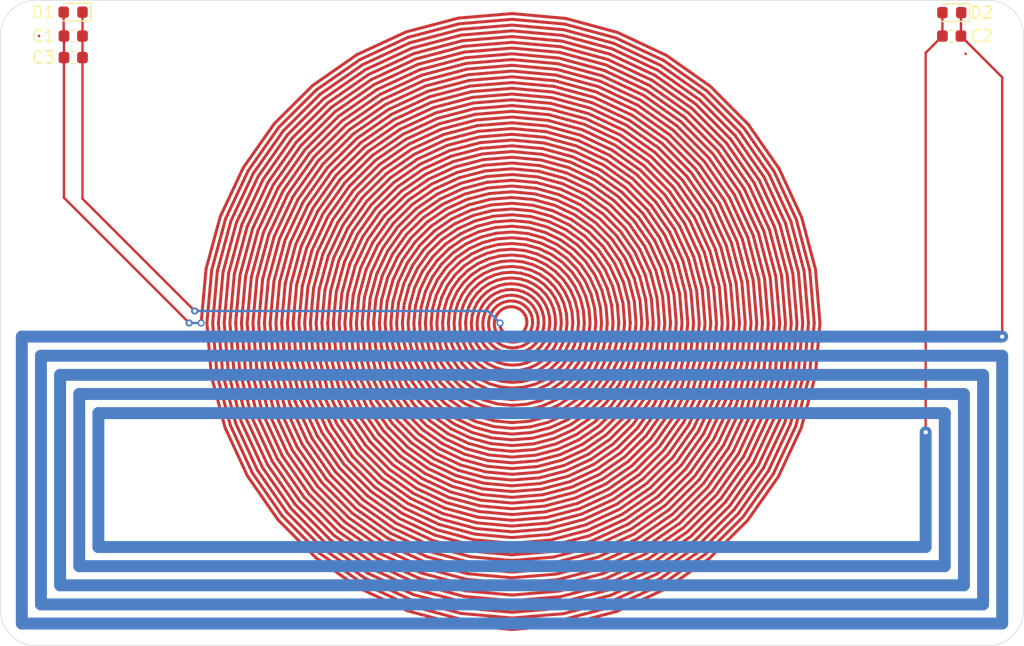
<source format=kicad_pcb>
(kicad_pcb
	(version 20241229)
	(generator "pcbnew")
	(generator_version "9.0")
	(general
		(thickness 0.8)
		(legacy_teardrops no)
	)
	(paper "A4")
	(layers
		(0 "F.Cu" signal)
		(2 "B.Cu" signal)
		(9 "F.Adhes" user "F.Adhesive")
		(11 "B.Adhes" user "B.Adhesive")
		(13 "F.Paste" user)
		(15 "B.Paste" user)
		(5 "F.SilkS" user "F.Silkscreen")
		(7 "B.SilkS" user "B.Silkscreen")
		(1 "F.Mask" user)
		(3 "B.Mask" user)
		(17 "Dwgs.User" user "User.Drawings")
		(19 "Cmts.User" user "User.Comments")
		(21 "Eco1.User" user "User.Eco1")
		(23 "Eco2.User" user "User.Eco2")
		(25 "Edge.Cuts" user)
		(27 "Margin" user)
		(31 "F.CrtYd" user "F.Courtyard")
		(29 "B.CrtYd" user "B.Courtyard")
		(35 "F.Fab" user)
		(33 "B.Fab" user)
		(39 "User.1" user)
		(41 "User.2" user)
		(43 "User.3" user)
		(45 "User.4" user)
	)
	(setup
		(stackup
			(layer "F.SilkS"
				(type "Top Silk Screen")
			)
			(layer "F.Paste"
				(type "Top Solder Paste")
			)
			(layer "F.Mask"
				(type "Top Solder Mask")
				(thickness 0.01)
			)
			(layer "F.Cu"
				(type "copper")
				(thickness 0.035)
			)
			(layer "dielectric 1"
				(type "core")
				(thickness 0.71)
				(material "FR4")
				(epsilon_r 4.5)
				(loss_tangent 0.02)
			)
			(layer "B.Cu"
				(type "copper")
				(thickness 0.035)
			)
			(layer "B.Mask"
				(type "Bottom Solder Mask")
				(thickness 0.01)
			)
			(layer "B.Paste"
				(type "Bottom Solder Paste")
			)
			(layer "B.SilkS"
				(type "Bottom Silk Screen")
			)
			(copper_finish "None")
			(dielectric_constraints no)
		)
		(pad_to_mask_clearance 0)
		(allow_soldermask_bridges_in_footprints no)
		(tenting front back)
		(pcbplotparams
			(layerselection 0x00000000_00000000_55555555_5755f5ff)
			(plot_on_all_layers_selection 0x00000000_00000000_00000000_00000000)
			(disableapertmacros no)
			(usegerberextensions no)
			(usegerberattributes yes)
			(usegerberadvancedattributes yes)
			(creategerberjobfile yes)
			(dashed_line_dash_ratio 12.000000)
			(dashed_line_gap_ratio 3.000000)
			(svgprecision 4)
			(plotframeref no)
			(mode 1)
			(useauxorigin no)
			(hpglpennumber 1)
			(hpglpenspeed 20)
			(hpglpendiameter 15.000000)
			(pdf_front_fp_property_popups yes)
			(pdf_back_fp_property_popups yes)
			(pdf_metadata yes)
			(pdf_single_document no)
			(dxfpolygonmode yes)
			(dxfimperialunits yes)
			(dxfusepcbnewfont yes)
			(psnegative no)
			(psa4output no)
			(plot_black_and_white yes)
			(sketchpadsonfab no)
			(plotpadnumbers no)
			(hidednponfab no)
			(sketchdnponfab yes)
			(crossoutdnponfab yes)
			(subtractmaskfromsilk no)
			(outputformat 1)
			(mirror no)
			(drillshape 1)
			(scaleselection 1)
			(outputdirectory "")
		)
	)
	(net 0 "")
	(net 1 "Net-(D1-K)")
	(net 2 "Net-(D1-A)")
	(net 3 "Net-(D2-K)")
	(net 4 "Net-(D2-A)")
	(footprint "LED_SMD:LED_0603_1608Metric" (layer "F.Cu") (at 113.2875 74 180))
	(footprint "Capacitor_SMD:C_0603_1608Metric" (layer "F.Cu") (at 113.3 77.8 180))
	(footprint "Library:Antenna_lf"
		(layer "F.Cu")
		(uuid "b00c9267-93b4-43ee-a13c-d4390fce29fd")
		(at 150 100 180)
		(property "Reference" "L1"
			(at 0 0 0)
			(layer "F.SilkS")
			(hide yes)
			(uuid "b8fb6868-3e93-452d-94d5-13de521fb277")
			(effects
				(font
					(size 1.27 1.27)
					(thickness 0.15)
				)
			)
		)
		(property "Value" "Ant_125kHz"
			(at 0 0 0)
			(layer "F.Fab")
			(uuid "a657c821-9e7b-40c1-80f8-3e39730466a7")
			(effects
				(font
					(size 1.27 1.27)
					(thickness 0.15)
				)
			)
		)
		(property "Datasheet" "~"
			(at 0 0 0)
			(layer "F.Fab")
			(hide yes)
			(uuid "247326c6-d7b7-47d7-8d8c-d3c3aa0210f3")
			(effects
				(font
					(size 1.27 1.27)
					(thickness 0.15)
				)
			)
		)
		(property "Description" "Inductor"
			(at 0 0 0)
			(layer "F.Fab")
			(hide yes)
			(uuid "589ebaef-4ea7-4304-9325-0e51cc334f5d")
			(effects
				(font
					(size 1.27 1.27)
					(thickness 0.15)
				)
			)
		)
		(property ki_fp_filters "Choke_* *Coil* Inductor_* L_*")
		(path "/3eb484b6-b2b6-411b-b1fa-09afa390f39a")
		(sheetname "/")
		(sheetfile "tri-band_rfid_card.kicad_sch")
		(fp_line
			(start 26 0)
			(end 25.591849 4.512533)
			(stroke
				(width 0.25)
				(type default)
			)
			(layer "F.Cu")
			(uuid "b3ee6208-8085-4735-850d-26f71f1da241")
		)
		(fp_line
			(start 25.591849 4.512533)
			(end 24.406909 8.883388)
			(stroke
				(width 0.25)
				(type default)
			)
			(layer "F.Cu")
			(uuid "82cf5531-f3be-478a-83ae-4aa6d87b9dcc")
		)
		(fp_line
			(start 25.51923 0)
			(end 25.118384 4.429048)
			(stroke
				(width 0.25)
				(type default)
			)
			(layer "F.Cu")
			(uuid "1c09e355-39d9-49dc-94fe-4ca19f59cb99")
		)
		(fp_line
			(start 25.144688 -4.433686)
			(end 25.51923 0)
			(stroke
				(width 0.25)
				(type default)
			)
			(layer "F.Cu")
			(uuid "f11840de-e380-4092-9353-b4401d897adb")
		)
		(fp_line
			(start 25.118384 4.429048)
			(end 23.955134 8.718955)
			(stroke
				(width 0.25)
				(type default)
			)
			(layer "F.Cu")
			(uuid "868e6891-55ba-4793-8b58-31ca44856bc4")
		)
		(fp_line
			(start 25.038461 0)
			(end 24.644919 4.345564)
			(stroke
				(width 0.25)
				(type default)
			)
			(layer "F.Cu")
			(uuid "38fcb46e-d36d-4cb5-afed-34b7f4955a4f")
		)
		(fp_line
			(start 24.671222 -4.350202)
			(end 25.038461 0)
			(stroke
				(width 0.25)
				(type default)
			)
			(layer "F.Cu")
			(uuid "268e34c2-ce8b-4239-b644-cc4ab0288dc3")
		)
		(fp_line
			(start 24.644919 4.345564)
			(end 23.503358 8.554523)
			(stroke
				(width 0.25)
				(type default)
			)
			(layer "F.Cu")
			(uuid "e3c82455-462f-477f-9e17-44542a8ca1fc")
		)
		(fp_line
			(start 24.557692 0)
			(end 24.171453 4.262079)
			(stroke
				(width 0.25)
				(type default)
			)
			(layer "F.Cu")
			(uuid "151d74d5-f246-47ba-bc0e-76ca90deedf0")
		)
		(fp_line
			(start 24.406909 8.883388)
			(end 22.481963 12.979967)
			(stroke
				(width 0.25)
				(type default)
			)
			(layer "F.Cu")
			(uuid "789102ca-3ec4-43e9-bfaa-d3a009ac507b")
		)
		(fp_line
			(start 24.197757 -4.266717)
			(end 24.557692 0)
			(stroke
				(width 0.25)
				(type default)
			)
			(layer "F.Cu")
			(uuid "c75c8fe3-eea6-4bd2-b6d3-51766892c283")
		)
		(fp_line
			(start 24.171453 4.262079)
			(end 23.051583 8.39009)
			(stroke
				(width 0.25)
				(type default)
			)
			(layer "F.Cu")
			(uuid "d47f6983-39cc-481c-a272-edb448bf96c3")
		)
		(fp_line
			(start 24.076923 0)
			(end 23.697988 4.178594)
			(stroke
				(width 0.25)
				(type default)
			)
			(layer "F.Cu")
			(uuid "150e4ef7-c7c5-4580-a929-2a59edbd3388")
		)
		(fp_line
			(start 24.005331 -8.737226)
			(end 25.144688 -4.433686)
			(stroke
				(width 0.25)
				(type default)
			)
			(layer "F.Cu")
			(uuid "21c76e39-845e-4c13-b5da-354001dbb770")
		)
		(fp_line
			(start 23.955134 8.718955)
			(end 22.065605 12.739583)
			(stroke
				(width 0.25)
				(type default)
			)
			(layer "F.Cu")
			(uuid "a9845019-f839-4233-b65f-e94a0463d480")
		)
		(fp_line
			(start 23.724292 -4.183232)
			(end 24.076923 0)
			(stroke
				(width 0.25)
				(type default)
			)
			(layer "F.Cu")
			(uuid "32ca74e7-baa5-4de7-adb7-3ded8ad858a8")
		)
		(fp_line
			(start 23.697988 4.178594)
			(end 22.599808 8.225657)
			(stroke
				(width 0.25)
				(type default)
			)
			(layer "F.Cu")
			(uuid "d2faea28-b148-4f76-b5ec-9f5416bbdc69")
		)
		(fp_line
			(start 23.596153 0)
			(end 23.224523 4.09511)
			(stroke
				(width 0.25)
				(type default)
			)
			(layer "F.Cu")
			(uuid "944c8ea5-9a08-4e92-bc7f-99346612d052")
		)
		(fp_line
			(start 23.553556 -8.572793)
			(end 24.671222 -4.350202)
			(stroke
				(width 0.25)
				(type default)
			)
			(layer "F.Cu")
			(uuid "8cfc7fa9-7556-438d-8e19-bc6d4945cfbd")
		)
		(fp_line
			(start 23.503358 8.554523)
			(end 21.649247 12.499198)
			(stroke
				(width 0.25)
				(type default)
			)
			(layer "F.Cu")
			(uuid "c6a76727-c933-45da-bef9-eb7dc0165dfc")
		)
		(fp_line
			(start 23.250827 -4.099748)
			(end 23.596153 0)
			(stroke
				(width 0.25)
				(type default)
			)
			(layer "F.Cu")
			(uuid "9c00bc9f-e06e-49fe-894b-04af408f1ed5")
		)
		(fp_line
			(start 23.224523 4.09511)
			(end 22.148033 8.061224)
			(stroke
				(width 0.25)
				(type default)
			)
			(layer "F.Cu")
			(uuid "c7f5eb5c-9d7a-4f19-bcdb-6ec285f7e692")
		)
		(fp_line
			(start 23.115384 0)
			(end 22.751058 4.011625)
			(stroke
				(width 0.25)
				(type default)
			)
			(layer "F.Cu")
			(uuid "ea96406f-46d2-4e47-9790-90b75f232c2b")
		)
		(fp_line
			(start 23.10178 -8.40836)
			(end 24.197757 -4.266717)
			(stroke
				(width 0.25)
				(type default)
			)
			(layer "F.Cu")
			(uuid "db97bdd7-c982-4d6f-8faa-bbe86ce8d14b")
		)
		(fp_line
			(start 23.051583 8.39009)
			(end 21.232888 12.258814)
			(stroke
				(width 0.25)
				(type default)
			)
			(layer "F.Cu")
			(uuid "3e68ec78-a751-4d32-bd4d-e061574f8ee0")
		)
		(fp_line
			(start 22.777361 -4.016263)
			(end 23.115384 0)
			(stroke
				(width 0.25)
				(type default)
			)
			(layer "F.Cu")
			(uuid "886c2184-f2e9-4127-aa87-1477cb94dc7e")
		)
		(fp_line
			(start 22.751058 4.011625)
			(end 21.696257 7.896792)
			(stroke
				(width 0.25)
				(type default)
			)
			(layer "F.Cu")
			(uuid "16b1629e-c90b-4ed6-8076-7fbdc4461a0b")
		)
		(fp_line
			(start 22.650005 -8.243927)
			(end 23.724292 -4.183232)
			(stroke
				(width 0.25)
				(type default)
			)
			(layer "F.Cu")
			(uuid "3f85f27d-52bd-4033-ac95-8bdde5cf0877")
		)
		(fp_line
			(start 22.634615 0)
			(end 22.277592 3.92814)
			(stroke
				(width 0.25)
				(type default)
			)
			(layer "F.Cu")
			(uuid "cee53539-4eee-4ac4-a9ac-633b39cf2a7e")
		)
		(fp_line
			(start 22.599808 8.225657)
			(end 20.81653 12.018429)
			(stroke
				(width 0.25)
				(type default)
			)
			(layer "F.Cu")
			(uuid "d3a1af80-2d95-4e40-91df-a03492a3b3cb")
		)
		(fp_line
			(start 22.481963 12.979967)
			(end 19.876234 16.67814)
			(stroke
				(width 0.25)
				(type default)
			)
			(layer "F.Cu")
			(uuid "9c90872e-9095-403e-9104-bc46f80ecead")
		)
		(fp_line
			(start 22.303896 -3.932778)
			(end 22.634615 0)
			(stroke
				(width 0.25)
				(type default)
			)
			(layer "F.Cu")
			(uuid "261c0d29-1905-4c4a-8a46-7f3af6a56959")
		)
		(fp_line
			(start 22.277592 3.92814)
			(end 21.244482 7.732359)
			(stroke
				(width 0.25)
				(type default)
			)
			(layer "F.Cu")
			(uuid "8ba064c0-76cf-45cf-98aa-cc1310397251")
		)
		(fp_line
			(start 22.19823 -8.079495)
			(end 23.250827 -4.099748)
			(stroke
				(width 0.25)
				(type default)
			)
			(layer "F.Cu")
			(uuid "a29c5ee8-84ef-4b4a-89d9-c1f6c377e96a")
		)
		(fp_line
			(start 22.153846 0)
			(end 21.804127 3.844655)
			(stroke
				(width 0.25)
				(type default)
			)
			(layer "F.Cu")
			(uuid "2a6acce1-2248-4fc8-a80a-7fe64b2a490e")
		)
		(fp_line
			(start 22.148033 8.061224)
			(end 20.400172 11.778044)
			(stroke
				(width 0.25)
				(type default)
			)
			(layer "F.Cu")
			(uuid "e30293ed-f342-45fb-9fde-84d1c99fd94d")
		)
		(fp_line
			(start 22.134998 -12.779647)
			(end 24.005331 -8.737226)
			(stroke
				(width 0.25)
				(type default)
			)
			(layer "F.Cu")
			(uuid "1d554922-45be-4487-813d-1d97ce5d136f")
		)
		(fp_line
			(start 22.065605 12.739583)
			(end 19.507943 16.369108)
			(stroke
				(width 0.25)
				(type default)
			)
			(layer "F.Cu")
			(uuid "7db9fcfe-f731-4032-8bb3-9827d4df2912")
		)
		(fp_line
			(start 21.830431 -3.849294)
			(end 22.153846 0)
			(stroke
				(width 0.25)
				(type default)
			)
			(layer "F.Cu")
			(uuid "cd3d0cfa-8eec-43ae-a86e-fad0f643c2cb")
		)
		(fp_line
			(start 21.804127 3.844655)
			(end 20.792707 7.567926)
			(stroke
				(width 0.25)
				(type default)
			)
			(layer "F.Cu")
			(uuid "3866a0e6-27cb-4a24-a7ea-f7c93d35da9c")
		)
		(fp_line
			(start 21.746454 -7.915062)
			(end 22.777361 -4.016263)
			(stroke
				(width 0.25)
				(type default)
			)
			(layer "F.Cu")
			(uuid "eafa2176-1cbd-4713-8bb2-618dfaef77bf")
		)
		(fp_line
			(start 21.71864 -12.539262)
			(end 23.553556 -8.572793)
			(stroke
				(width 0.25)
				(type default)
			)
			(layer "F.Cu")
			(uuid "8ac14174-2abd-4848-9d77-6058ab0722cb")
		)
		(fp_line
			(start 21.696257 7.896792)
			(end 19.983813 11.53766)
			(stroke
				(width 0.25)
				(type default)
			)
			(layer "F.Cu")
			(uuid "5ea22898-7790-41d8-ab7d-f9cd4c0a545b")
		)
		(fp_line
			(start 21.673076 0)
			(end 21.330662 3.761171)
			(stroke
				(width 0.25)
				(type default)
			)
			(layer "F.Cu")
			(uuid "a239ac44-bf02-4bd8-96e4-8fd3cb77ba2e")
		)
		(fp_line
			(start 21.649247 12.499198)
			(end 19.139653 16.060075)
			(stroke
				(width 0.25)
				(type default)
			)
			(layer "F.Cu")
			(uuid "e4f3998c-d726-4d50-8377-d1c30f4652e0")
		)
		(fp_line
			(start 21.356965 -3.765809)
			(end 21.673076 0)
			(stroke
				(width 0.25)
				(type default)
			)
			(layer "F.Cu")
			(uuid "22322dde-6d2b-4bf3-8c09-58a9bce4e4ae")
		)
		(fp_line
			(start 21.330662 3.761171)
			(end 20.340931 7.403493)
			(stroke
				(width 0.25)
				(type default)
			)
			(layer "F.Cu")
			(uuid "9007b2fb-f983-4594-9a62-28bf08ece278")
		)
		(fp_line
			(start 21.302281 -12.298878)
			(end 23.10178 -8.40836)
			(stroke
				(width 0.25)
				(type default)
			)
			(layer "F.Cu")
			(uuid "7e77a8f4-19dc-4a7f-a299-a63c6c1ae137")
		)
		(fp_line
			(start 21.294679 -7.750629)
			(end 22.303896 -3.932778)
			(stroke
				(width 0.25)
				(type default)
			)
			(layer "F.Cu")
			(uuid "ac3a4690-578a-4605-aa7c-7de7e5c5860d")
		)
		(fp_line
			(start 21.244482 7.732359)
			(end 19.567455 11.297275)
			(stroke
				(width 0.25)
				(type default)
			)
			(layer "F.Cu")
			(uuid "b462eb58-eff0-4cf0-9b99-9cbebb3d69d7")
		)
		(fp_line
			(start 21.232888 12.258814)
			(end 18.771362 15.751043)
			(stroke
				(width 0.25)
				(type default)
			)
			(layer "F.Cu")
			(uuid "c3dd7be2-7315-4d44-b6e4-7b905b5ebe95")
		)
		(fp_line
			(start 21.192307 0)
			(end 20.857197 3.677686)
			(stroke
				(width 0.25)
				(type default)
			)
			(layer "F.Cu")
			(uuid "7819ca86-0fed-4638-a0d2-8dd968ce60a7")
		)
		(fp_line
			(start 20.885923 -12.058493)
			(end 22.650005 -8.243927)
			(stroke
				(width 0.25)
				(type default)
			)
			(layer "F.Cu")
			(uuid "9323d692-f414-46bc-b157-07e26a70674a")
		)
		(fp_line
			(start 20.8835 -3.682324)
			(end 21.192307 0)
			(stroke
				(width 0.25)
				(type default)
			)
			(layer "F.Cu")
			(uuid "60ee3a14-db8b-4390-9bb2-df81c7b620a2")
		)
		(fp_line
			(start 20.857197 3.677686)
			(end 19.889156 7.23906)
			(stroke
				(width 0.25)
				(type default)
			)
			(layer "F.Cu")
			(uuid "e16710ae-78d2-452c-be0a-ba625ff931d6")
		)
		(fp_line
			(start 20.842904 -7.586196)
			(end 21.830431 -3.849294)
			(stroke
				(width 0.25)
				(type default)
			)
			(layer "F.Cu")
			(uuid "7f6f8bac-3405-48df-9a74-8a471c761cdd")
		)
		(fp_line
			(start 20.81653 12.018429)
			(end 18.403071 15.44201)
			(stroke
				(width 0.25)
				(type default)
			)
			(layer "F.Cu")
			(uuid "c70b0131-4d32-4f40-800d-c3cdd7302367")
		)
		(fp_line
			(start 20.792707 7.567926)
			(end 19.151097 11.056891)
			(stroke
				(width 0.25)
				(type default)
			)
			(layer "F.Cu")
			(uuid "1cdd310e-1c96-4fcc-8c0b-297c187e0459")
		)
		(fp_line
			(start 20.711538 0)
			(end 20.383731 3.594201)
			(stroke
				(width 0.25)
				(type default)
			)
			(layer "F.Cu")
			(uuid "903c3041-ea16-4d60-87ac-d5330bbd8c38")
		)
		(fp_line
			(start 20.469565 -11.818108)
			(end 22.19823 -8.079495)
			(stroke
				(width 0.25)
				(type default)
			)
			(layer "F.Cu")
			(uuid "21745726-42d8-41d8-8618-8f7956c1bc8b")
		)
		(fp_line
			(start 20.410035 -3.598839)
			(end 20.711538 0)
			(stroke
				(width 0.25)
				(type default)
			)
			(layer "F.Cu")
			(uuid "632021ab-b380-436e-acce-65ac7bd73941")
		)
		(fp_line
			(start 20.400172 11.778044)
			(end 18.034781 15.132978)
			(stroke
				(width 0.25)
				(type default)
			)
			(layer "F.Cu")
			(uuid "cb234a23-a738-431e-9d38-6b9f52d374e2")
		)
		(fp_line
			(start 20.391129 -7.421764)
			(end 21.356965 -3.765809)
			(stroke
				(width 0.25)
				(type default)
			)
			(layer "F.Cu")
			(uuid "79729983-8a01-41c8-985f-69bdb30f1b04")
		)
		(fp_line
			(start 20.383731 3.594201)
			(end 19.437381 7.074628)
			(stroke
				(width 0.25)
				(type default)
			)
			(layer "F.Cu")
			(uuid "c4e78ad9-27e8-42c5-80f1-0e9d57b90d1c")
		)
		(fp_line
			(start 20.340931 7.403493)
			(end 18.734738 10.816506)
			(stroke
				(width 0.25)
				(type default)
			)
			(layer "F.Cu")
			(uuid "4f18765a-79d1-4c1f-99db-b421ae88046f")
		)
		(fp_line
			(start 20.230769 0)
			(end 19.910266 3.510717)
			(stroke
				(width 0.25)
				(type default)
			)
			(layer "F.Cu")
			(uuid "fc829110-06fa-4252-8e7a-df09d850d7af")
		)
		(fp_line
			(start 20.053206 -11.577724)
			(end 21.746454 -7.915062)
			(stroke
				(width 0.25)
				(type default)
			)
			(layer "F.Cu")
			(uuid "bad63172-6cc2-4334-a7c6-79247c8c76ca")
		)
		(fp_line
			(start 19.983813 11.53766)
			(end 17.66649 14.823945)
			(stroke
				(width 0.25)
				(type default)
			)
			(layer "F.Cu")
			(uuid "e49acc7e-75ba-4ac2-8417-29b80999fa3a")
		)
		(fp_line
			(start 19.939353 -7.257331)
			(end 20.8835 -3.682324)
			(stroke
				(width 0.25)
				(type default)
			)
			(layer "F.Cu")
			(uuid "2338e3e9-c0e2-4ec9-a47d-63d0b6766e7b")
		)
		(fp_line
			(start 19.93657 -3.515355)
			(end 20.230769 0)
			(stroke
				(width 0.25)
				(type default)
			)
			(layer "F.Cu")
			(uuid "2c80f92d-6ef4-48de-9480-f7f8c646b6e4")
		)
		(fp_line
			(start 19.910266 3.510717)
			(end 18.985605 6.910195)
			(stroke
				(width 0.25)
				(type default)
			)
			(layer "F.Cu")
			(uuid "99217275-17f7-452f-b084-823b55212b7b")
		)
		(fp_line
			(start 19.889156 7.23906)
			(end 18.31838 10.576121)
			(stroke
				(width 0.25)
				(type default)
			)
			(layer "F.Cu")
			(uuid "7be687fb-ed38-4b0f-9e85-e1f92d1e7b44")
		)
		(fp_line
			(start 19.876234 16.67814)
			(end 16.669556 19.866004)
			(stroke
				(width 0.25)
				(type default)
			)
			(layer "F.Cu")
			(uuid "c37c3435-f966-4d9c-9c78-4309cd12d709")
		)
		(fp_line
			(start 19.75 0)
			(end 19.436801 3.427232)
			(stroke
				(width 0.25)
				(type default)
			)
			(layer "F.Cu")
			(uuid "20cdb22b-ace2-4ee5-97be-a42aba5ef91b")
		)
		(fp_line
			(start 19.636848 -11.337339)
			(end 21.294679 -7.750629)
			(stroke
				(width 0.25)
				(type default)
			)
			(layer "F.Cu")
			(uuid "39c0393b-f893-4734-96c7-eaeef6c06266")
		)
		(fp_line
			(start 19.589786 -16.437782)
			(end 22.134998 -12.779647)
			(stroke
				(width 0.25)
				(type default)
			)
			(layer "F.Cu")
			(uuid "cba42f20-ffba-483a-b84a-064d0ed98bdf")
		)
		(fp_line
			(start 19.567455 11.297275)
			(end 17.2982 14.514913)
			(stroke
				(width 0.25)
				(type default)
			)
			(layer "F.Cu")
			(uuid "3b585a40-a8f8-4a77-8d13-4f9f0037dd22")
		)
		(fp_line
			(start 19.507943 16.369108)
			(end 16.360524 19.497713)
			(stroke
				(width 0.25)
				(type default)
			)
			(layer "F.Cu")
			(uuid "5cba01de-2cba-4e73-97ed-15364af4bc61")
		)
		(fp_line
			(start 19.487578 -7.092898)
			(end 20.410035 -3.598839)
			(stroke
				(width 0.25)
				(type default)
			)
			(layer "F.Cu")
			(uuid "98a9d189-cb47-482a-b774-db8660682a0a")
		)
		(fp_line
			(start 19.463104 -3.43187)
			(end 19.75 0)
			(stroke
				(width 0.25)
				(type default)
			)
			(layer "F.Cu")
			(uuid "da75963f-e38e-4268-829e-b1bf7880122d")
		)
		(fp_line
			(start 19.437381 7.074628)
			(end 17.902021 10.335737)
			(stroke
				(width 0.25)
				(type default)
			)
			(layer "F.Cu")
			(uuid "dff72695-e0a5-4c1e-8f41-ab56ed4e0706")
		)
		(fp_line
			(start 19.436801 3.427232)
			(end 18.53383 6.745762)
			(stroke
				(width 0.25)
				(type default)
			)
			(layer "F.Cu")
			(uuid "01ba1b60-288c-4674-93f7-cba7b87e4d2b")
		)
		(fp_line
			(start 19.26923 0)
			(end 18.963336 3.343747)
			(stroke
				(width 0.25)
				(type default)
			)
			(layer "F.Cu")
			(uuid "6fee8a69-eda1-4d7a-bcee-a9465c2def2e")
		)
		(fp_line
			(start 19.221495 -16.128749)
			(end 21.71864 -12.539262)
			(stroke
				(width 0.25)
				(type default)
			)
			(layer "F.Cu")
			(uuid "d59dbab5-5ed2-489e-b2a4-1a36f1c256d1")
		)
		(fp_line
			(start 19.22049 -11.096955)
			(end 20.842904 -7.586196)
			(stroke
				(width 0.25)
				(type default)
			)
			(layer "F.Cu")
			(uuid "1caefe57-f10f-43e9-972f-b5ff76514f8f")
		)
		(fp_line
			(start 19.151097 11.056891)
			(end 16.929909 14.20588)
			(stroke
				(width 0.25)
				(type default)
			)
			(layer "F.Cu")
			(uuid "88469cc7-483b-4632-8ad0-0ae7463e96bb")
		)
		(fp_line
			(start 19.139653 16.060075)
			(end 16.051491 19.129422)
			(stroke
				(width 0.25)
				(type default)
			)
			(layer "F.Cu")
			(uuid "30c683bc-203c-47e3-b30a-58abe9411f3b")
		)
		(fp_line
			(start 19.035803 -6.928465)
			(end 19.93657 -3.515355)
			(stroke
				(width 0.25)
				(type default)
			)
			(layer "F.Cu")
			(uuid "4acc877b-4bc3-4c96-b65b-749664623e97")
		)
		(fp_line
			(start 18.989639 -3.348385)
			(end 19.26923 0)
			(stroke
				(width 0.25)
				(type default)
			)
			(layer "F.Cu")
			(uuid "22416b54-5c19-4116-938a-83b720be08a4")
		)
		(fp_line
			(start 18.985605 6.910195)
			(end 17.485663 10.095352)
			(stroke
				(width 0.25)
				(type default)
			)
			(layer "F.Cu")
			(uuid "04bc6ad7-0a10-4548-bbcf-9685b3309f58")
		)
		(fp_line
			(start 18.963336 3.343747)
			(end 18.082055 6.581329)
			(stroke
				(width 0.25)
				(type default)
			)
			(layer "F.Cu")
			(uuid "4b4e855a-490c-4af7-bc2e-0e5987064f32")
		)
		(fp_line
			(start 18.853204 -15.819717)
			(end 21.302281 -12.298878)
			(stroke
				(width 0.25)
				(type default)
			)
			(layer "F.Cu")
			(uuid "0861aa6f-0562-49e4-aa69-4f5304a59794")
		)
		(fp_line
			(start 18.804131 -10.85657)
			(end 20.391129 -7.421764)
			(stroke
				(width 0.25)
				(type default)
			)
			(layer "F.Cu")
			(uuid "2c01f614-c461-4e83-bf21-34365c6eeff6")
		)
		(fp_line
			(start 18.788461 0)
			(end 18.48987 3.260263)
			(stroke
				(width 0.25)
				(type default)
			)
			(layer "F.Cu")
			(uuid "a01ac571-a827-4374-8433-c3af5a79a004")
		)
		(fp_line
			(start 18.771362 15.751043)
			(end 15.742459 18.761132)
			(stroke
				(width 0.25)
				(type default)
			)
			(layer "F.Cu")
			(uuid "48df2222-8ee2-4448-8737-1bbdc8d210fb")
		)
		(fp_line
			(start 18.734738 10.816506)
			(end 16.561618 13.896848)
			(stroke
				(width 0.25)
				(type default)
			)
			(layer "F.Cu")
			(uuid "24b03c68-10fb-4f0e-9b0b-19f799e3d46d")
		)
		(fp_line
			(start 18.584027 -6.764032)
			(end 19.463104 -3.43187)
			(stroke
				(width 0.25)
				(type default)
			)
			(layer "F.Cu")
			(uuid "38694967-a944-4d78-9800-a788a81c64ac")
		)
		(fp_line
			(start 18.53383 6.745762)
			(end 17.069305 9.854967)
			(stroke
				(width 0.25)
				(type default)
			)
			(layer "F.Cu")
			(uuid "d198393c-c6d6-4e85-b9a4-5c5473347b74")
		)
		(fp_line
			(start 18.516174 -3.264901)
			(end 18.788461 0)
			(stroke
				(width 0.25)
				(type default)
			)
			(layer "F.Cu")
			(uuid "01870e2e-c9f7-48b3-b6d2-83085ee08b2d")
		)
		(fp_line
			(start 18.48987 3.260263)
			(end 17.63028 6.416897)
			(stroke
				(width 0.25)
				(type default)
			)
			(layer "F.Cu")
			(uuid "06e5a5f4-5ea1-43c9-a1b2-3760246cf53a")
		)
		(fp_line
			(start 18.484914 -15.510684)
			(end 20.885923 -12.058493)
			(stroke
				(width 0.25)
				(type default)
			)
			(layer "F.Cu")
			(uuid "ddc53689-eb6d-48a9-b13c-cf375e879142")
		)
		(fp_line
			(start 18.403071 15.44201)
			(end 15.433426 18.392841)
			(stroke
				(width 0.25)
				(type default)
			)
			(layer "F.Cu")
			(uuid "c1a1e175-6f45-4e93-8c72-39f9e84fa2d2")
		)
		(fp_line
			(start 18.387773 -10.616185)
			(end 19.939353 -7.257331)
			(stroke
				(width 0.25)
				(type default)
			)
			(layer "F.Cu")
			(uuid "1f73432f-a912-4fd4-b9df-270d6cffbd2d")
		)
		(fp_line
			(start 18.31838 10.576121)
			(end 16.193328 13.587815)
			(stroke
				(width 0.25)
				(type default)
			)
			(layer "F.Cu")
			(uuid "d34c422f-6638-4dd0-82c6-7dfdb6f1194d")
		)
		(fp_line
			(start 18.307692 0)
			(end 18.016405 3.176778)
			(stroke
				(width 0.25)
				(type default)
			)
			(layer "F.Cu")
			(uuid "633b1a09-5453-4464-b043-bee26ed48053")
		)
		(fp_line
			(start 18.132252 -6.5996)
			(end 18.989639 -3.348385)
			(stroke
				(width 0.25)
				(type default)
			)
			(layer "F.Cu")
			(uuid "1494f3f3-06c3-454a-a0f1-215d468260ce")
		)
		(fp_line
			(start 18.116623 -15.201652)
			(end 20.469565 -11.818108)
			(stroke
				(width 0.25)
				(type default)
			)
			(layer "F.Cu")
			(uuid "89ac2b1f-b547-46fa-87ab-42e3f05c6c7f")
		)
		(fp_line
			(start 18.082055 6.581329)
			(end 16.652946 9.614583)
			(stroke
				(width 0.25)
				(type default)
			)
			(layer "F.Cu")
			(uuid "aee5f3b4-5506-4e44-8c8b-5708d7d3cae8")
		)
		(fp_line
			(start 18.042709 -3.181416)
			(end 18.307692 0)
			(stroke
				(width 0.25)
				(type default)
			)
			(layer "F.Cu")
			(uuid "d69dda5c-94f6-4784-8386-5039b6611ac0")
		)
		(fp_line
			(start 18.034781 15.132978)
			(end 15.124394 18.024551)
			(stroke
				(width 0.25)
				(type default)
			)
			(layer "F.Cu")
			(uuid "4a99ecdc-34cc-4de0-a015-374fc4c3e067")
		)
		(fp_line
			(start 18.016405 3.176778)
			(end 17.178504 6.252464)
			(stroke
				(width 0.25)
				(type default)
			)
			(layer "F.Cu")
			(uuid "4d81146e-08dc-42c3-99fe-5d3f8d29a9cb")
		)
		(fp_line
			(start 17.971414 -10.375801)
			(end 19.487578 -7.092898)
			(stroke
				(width 0.25)
				(type default)
			)
			(layer "F.Cu")
			(uuid "25dbe16f-a576-4535-9b89-8d9ac8a151a2")
		)
		(fp_line
			(start 17.902021 10.335737)
			(end 15.825037 13.278783)
			(stroke
				(width 0.25)
				(type default)
			)
			(layer "F.Cu")
			(uuid "2be07406-ec3a-41a9-9add-622cc35efc98")
		)
		(fp_line
			(start 17.826923 0)
			(end 17.54294 3.093293)
			(stroke
				(width 0.25)
				(type default)
			)
			(layer "F.Cu")
			(uuid "fdbaf2df-df7d-4e59-81b3-83ad7edd5e35")
		)
		(fp_line
			(start 17.748333 -14.892619)
			(end 20.053206 -11.577724)
			(stroke
				(width 0.25)
				(type default)
			)
			(layer "F.Cu")
			(uuid "20a5692b-31fd-4cae-8910-cacb50f43094")
		)
		(fp_line
			(start 17.680477 -6.435167)
			(end 18.516174 -3.264901)
			(stroke
				(width 0.25)
				(type default)
			)
			(layer "F.Cu")
			(uuid "7afb0154-14ba-409c-87f6-82e105690d84")
		)
		(fp_line
			(start 17.66649 14.823945)
			(end 14.815361 17.65626)
			(stroke
				(width 0.25)
				(type default)
			)
			(layer "F.Cu")
			(uuid "0d3d52cc-e164-4bf1-93de-ebf493a1b473")
		)
		(fp_line
			(start 17.63028 6.416897)
			(end 16.236588 9.374198)
			(stroke
				(width 0.25)
				(type default)
			)
			(layer "F.Cu")
			(uuid "68040eaf-90ff-4758-b6ab-66d9c87b2f9d")
		)
		(fp_line
			(start 17.569243 -3.097931)
			(end 17.826923 0)
			(stroke
				(width 0.25)
				(type default)
			)
			(layer "F.Cu")
			(uuid "87d7c8b8-88c6-46bf-8fa5-3f5f78146264")
		)
		(fp_line
			(start 17.555056 -10.135416)
			(end 19.035803 -6.928465)
			(stroke
				(width 0.25)
				(type default)
			)
			(layer "F.Cu")
			(uuid "8c1e17ae-3c59-4326-8f9e-f067f9c37d0b")
		)
		(fp_line
			(start 17.54294 3.093293)
			(end 16.726729 6.088031)
			(stroke
				(width 0.25)
				(type default)
			)
			(layer "F.Cu")
			(uuid "e13f4796-b994-4913-81e8-c993495b8e49")
		)
		(fp_line
			(start 17.485663 10.095352)
			(end 15.456747 12.96975)
			(stroke
				(width 0.25)
				(type default)
			)
			(layer "F.Cu")
			(uuid "21861e88-9ef9-4491-9882-4d3b5bf6a3bc")
		)
		(fp_line
			(start 17.380042 -14.583587)
			(end 19.636848 -11.337339)
			(stroke
				(width 0.25)
				(type default)
			)
			(layer "F.Cu")
			(uuid "a7eebb39-2aa9-4946-ad90-a60ca00c38a9")
		)
		(fp_line
			(start 17.346153 0)
			(end 17.069474 3.009808)
			(stroke
				(width 0.25)
				(type default)
			)
			(layer "F.Cu")
			(uuid "7e1040f0-e714-464f-9b29-1374a7c50689")
		)
		(fp_line
			(start 17.2982 14.514913)
			(end 14.506329 17.287969)
			(stroke
				(width 0.25)
				(type default)
			)
			(layer "F.Cu")
			(uuid "e8746fa6-3c4b-4edb-9d9d-887fa680840c")
		)
		(fp_line
			(start 17.228701 -6.270734)
			(end 18.042709 -3.181416)
			(stroke
				(width 0.25)
				(type default)
			)
			(layer "F.Cu")
			(uuid "46c87b79-965d-4a81-b436-67acebf28724")
		)
		(fp_line
			(start 17.178504 6.252464)
			(end 15.82023 9.133814)
			(stroke
				(width 0.25)
				(type default)
			)
			(layer "F.Cu")
			(uuid "2392981a-ed4b-404b-98da-ebcf4c82fbb9")
		)
		(fp_line
			(start 17.138698 -9.895032)
			(end 18.584027 -6.764032)
			(stroke
				(width 0.25)
				(type default)
			)
			(layer "F.Cu")
			(uuid "5c4490e6-1642-4d98-9598-f680b73bd6ad")
		)
		(fp_line
			(start 17.095778 -3.014447)
			(end 17.346153 0)
			(stroke
				(width 0.25)
				(type default)
			)
			(layer "F.Cu")
			(uuid "e417a35f-48e1-448b-9aae-2f4e498a2ecf")
		)
		(fp_line
			(start 17.069474 3.009808)
			(end 16.274954 5.923598)
			(stroke
				(width 0.25)
				(type default)
			)
			(layer "F.Cu")
			(uuid "6d7dd913-e6b0-426c-9fee-5691b8162601")
		)
		(fp_line
			(start 17.069305 9.854967)
			(end 15.088456 12.660718)
			(stroke
				(width 0.25)
				(type default)
			)
			(layer "F.Cu")
			(uuid "94dcae2e-427c-4315-ad97-bd83a417320f")
		)
		(fp_line
			(start 17.011751 -14.274554)
			(end 19.22049 -11.096955)
			(stroke
				(width 0.25)
				(type default)
			)
			(layer "F.Cu")
			(uuid "fc9361e9-f21d-4e75-accc-e6bd88571da3")
		)
		(fp_line
			(start 16.929909 14.20588)
			(end 14.197296 16.919679)
			(stroke
				(width 0.25)
				(type default)
			)
			(layer "F.Cu")
			(uuid "65c8ac99-8e8b-4e2b-94a0-7fe04e0ab787")
		)
		(fp_line
			(start 16.865384 0)
			(end 16.596009 2.926324)
			(stroke
				(width 0.25)
				(type default)
			)
			(layer "F.Cu")
			(uuid "b2b879a1-a5f9-4249-8b3e-47dd89c50920")
		)
		(fp_line
			(start 16.776926 -6.106301)
			(end 17.569243 -3.097931)
			(stroke
				(width 0.25)
				(type default)
			)
			(layer "F.Cu")
			(uuid "d042a0ba-d9d2-419b-b7f7-7bb6cd48a753")
		)
		(fp_line
			(start 16.726729 6.088031)
			(end 15.403871 8.893429)
			(stroke
				(width 0.25)
				(type default)
			)
			(layer "F.Cu")
			(uuid "8a514eeb-b401-42b3-a32c-9933407f7274")
		)
		(fp_line
			(start 16.722339 -9.654647)
			(end 18.132252 -6.5996)
			(stroke
				(width 0.25)
				(type default)
			)
			(layer "F.Cu")
			(uuid "f97db9e5-5e8f-44d1-ba5f-5973ccaec161")
		)
		(fp_line
			(start 16.669556 19.866004)
			(end 12.959935 22.447267)
			(stroke
				(width 0.25)
				(type default)
			)
			(layer "F.Cu")
			(uuid "bc24caeb-7b08-456e-a948-b35c52b1b4a5")
		)
		(fp_line
			(start 16.652946 9.614583)
			(end 14.720165 12.351685)
			(stroke
				(width 0.25)
				(type default)
			)
			(layer "F.Cu")
			(uuid "2e86e0c2-9ebd-498e-8385-5c8597e71cc0")
		)
		(fp_line
			(start 16.643461 -13.965522)
			(end 18.804131 -10.85657)
			(stroke
				(width 0.25)
				(type default)
			)
			(layer "F.Cu")
			(uuid "b962b64c-6120-43dc-838e-c8224afd8c29")
		)
		(fp_line
			(start 16.622313 -2.930962)
			(end 16.865384 0)
			(stroke
				(width 0.25)
				(type default)
			)
			(layer "F.Cu")
			(uuid "fef3e9b4-08cb-48ed-9033-12ab986630c5")
		)
		(fp_line
			(start 16.596009 2.926324)
			(end 15.823178 5.759166)
			(stroke
				(width 0.25)
				(type default)
			)
			(layer "F.Cu")
			(uuid "a9937b6e-5c0b-4e59-83c1-a689e7fedf06")
		)
		(fp_line
			(start 16.561618 13.896848)
			(end 13.888264 16.551388)
			(stroke
				(width 0.25)
				(type default)
			)
			(layer "F.Cu")
			(uuid "d304ad70-4e51-4268-b2bf-28f4b603da0c")
		)
		(fp_line
			(start 16.446366 -19.600016)
			(end 19.589786 -16.437782)
			(stroke
				(width 0.25)
				(type default)
			)
			(layer "F.Cu")
			(uuid "6618854e-a09f-4de2-a268-8ee391218528")
		)
		(fp_line
			(start 16.384615 0)
			(end 16.122544 2.842839)
			(stroke
				(width 0.25)
				(type default)
			)
			(layer "F.Cu")
			(uuid "990e4a57-dc51-499f-b0b4-b9171efbdf57")
		)
		(fp_line
			(start 16.360524 19.497713)
			(end 12.719551 22.030909)
			(stroke
				(width 0.25)
				(type default)
			)
			(layer "F.Cu")
			(uuid "2330d791-10bd-40df-87c9-4c53e2e32c00")
		)
		(fp_line
			(start 16.325151 -5.941869)
			(end 17.095778 -3.014447)
			(stroke
				(width 0.25)
				(type default)
			)
			(layer "F.Cu")
			(uuid "0689b827-4ae6-4a4b-973c-8dcc2349a8c2")
		)
		(fp_line
			(start 16.305981 -9.414262)
			(end 17.680477 -6.435167)
			(stroke
				(width 0.25)
				(type default)
			)
			(layer "F.Cu")
			(uuid "61bf9592-6729-42b9-9c44-61e007d49989")
		)
		(fp_line
			(start 16.27517 -13.656489)
			(end 18.387773 -10.616185)
			(stroke
				(width 0.25)
				(type default)
			)
			(layer "F.Cu")
			(uuid "f4611ef7-544e-4a6b-b603-d07e245d4111")
		)
		(fp_line
			(start 16.274954 5.923598)
			(end 14.987513 8.653044)
			(stroke
				(width 0.25)
				(type default)
			)
			(layer "F.Cu")
			(uuid "6cb94d75-4bb5-44d2-9702-f52d4b81904d")
		)
		(fp_line
			(start 16.236588 9.374198)
			(end 14.351875 12.042653)
			(stroke
				(width 0.25)
				(type default)
			)
			(layer "F.Cu")
			(uuid "c50a5429-86bc-4561-b3e5-244f90fa5844")
		)
		(fp_line
			(start 16.193328 13.587815)
			(end 13.579231 16.183098)
			(stroke
				(width 0.25)
				(type default)
			)
			(layer "F.Cu")
			(uuid "814e9953-8992-4750-9e0e-0175a71ebc82")
		)
		(fp_line
			(start 16.148848 -2.847477)
			(end 16.384615 0)
			(stroke
				(width 0.25)
				(type default)
			)
			(layer "F.Cu")
			(uuid "d7442b35-43b6-405c-85fd-8eaffe7e770a")
		)
		(fp_line
			(start 16.137334 -19.231725)
			(end 19.221495 -16.128749)
			(stroke
				(width 0.25)
				(type default)
			)
			(layer "F.Cu")
			(uuid "61a814e1-a0e1-4e8f-afc0-6666ad7277db")
		)
		(fp_line
			(start 16.122544 2.842839)
			(end 15.371403 5.594733)
			(stroke
				(width 0.25)
				(type default)
			)
			(layer "F.Cu")
			(uuid "9f7ef7ce-0a5f-4ce3-bd77-cc56cb1b7f4d")
		)
		(fp_line
			(start 16.051491 19.129422)
			(end 12.479166 21.61455)
			(stroke
				(width 0.25)
				(type default)
			)
			(layer "F.Cu")
			(uuid "cba7e184-7627-4b48-b014-4d888c897f36")
		)
		(fp_line
			(start 15.90688 -13.347457)
			(end 17.971414 -10.375801)
			(stroke
				(width 0.25)
				(type default)
			)
			(layer "F.Cu")
			(uuid "d0b87470-b14a-4d69-ac48-2b89344a3322")
		)
		(fp_line
			(start 15.903846 0)
			(end 15.649079 2.759354)
			(stroke
				(width 0.25)
				(type default)
			)
			(layer "F.Cu")
			(uuid "6a072642-94b1-4725-9f40-37ee2b3864a3")
		)
		(fp_line
			(start 15.889623 -9.173878)
			(end 17.228701 -6.270734)
			(stroke
				(width 0.25)
				(type default)
			)
			(layer "F.Cu")
			(uuid "e7396eb6-65fe-47a0-8f48-a482e5202d4c")
		)
		(fp_line
			(start 15.873376 -5.777436)
			(end 16.622313 -2.930962)
			(stroke
				(width 0.25)
				(type default)
			)
			(layer "F.Cu")
			(uuid "e31e214a-0a06-4d51-a21e-1313f601810f")
		)
		(fp_line
			(start 15.828301 -18.863435)
			(end 18.853204 -15.819717)
			(stroke
				(width 0.25)
				(type default)
			)
			(layer "F.Cu")
			(uuid "95c68b9d-5d30-462c-9ef7-0c55ca1420f7")
		)
		(fp_line
			(start 15.825037 13.278783)
			(end 13.270199 15.814807)
			(stroke
				(width 0.25)
				(type default)
			)
			(layer "F.Cu")
			(uuid "906524e2-d43d-4d19-b499-8fe79c2ec986")
		)
		(fp_line
			(start 15.823178 5.759166)
			(end 14.571154 8.41266)
			(stroke
				(width 0.25)
				(type default)
			)
			(layer "F.Cu")
			(uuid "be269181-8b2f-48c2-95d0-737490328442")
		)
		(fp_line
			(start 15.82023 9.133814)
			(end 13.983584 11.73362)
			(stroke
				(width 0.25)
				(type default)
			)
			(layer "F.Cu")
			(uuid "ff467810-1f79-4732-ade8-e23c4b8966a4")
		)
		(fp_line
			(start 15.742459 18.761132)
			(end 12.238782 21.198192)
			(stroke
				(width 0.25)
				(type default)
			)
			(layer "F.Cu")
			(uuid "a9a9c18e-5d24-4c61-b8e4-f21e1ab40ac8")
		)
		(fp_line
			(start 15.675382 -2.763992)
			(end 15.903846 0)
			(stroke
				(width 0.25)
				(type default)
			)
			(layer "F.Cu")
			(uuid "10177fbd-cd2c-4d39-b331-5daba29b97af")
		)
		(fp_line
			(start 15.649079 2.759354)
			(end 14.919628 5.4303)
			(stroke
				(width 0.25)
				(type default)
			)
			(layer "F.Cu")
			(uuid "9ac0babd-ce84-41c8-8ec9-eb93258a712e")
		)
		(fp_line
			(start 15.538589 -13.038424)
			(end 17.555056 -10.135416)
			(stroke
				(width 0.25)
				(type default)
			)
			(layer "F.Cu")
			(uuid "e1ef1c34-e35a-4c1c-a59a-e27b6484326e")
		)
		(fp_line
			(start 15.519269 -18.495144)
			(end 18.484914 -15.510684)
			(stroke
				(width 0.25)
				(type default)
			)
			(layer "F.Cu")
			(uuid "328f7139-2cc9-434d-96cf-46efcdbf74df")
		)
		(fp_line
			(start 15.473264 -8.933493)
			(end 16.776926 -6.106301)
			(stroke
				(width 0.25)
				(type default)
			)
			(layer "F.Cu")
			(uuid "98488f91-8a85-4576-8f9b-43c406b16c69")
		)
		(fp_line
			(start 15.456747 12.96975)
			(end 12.961166 15.446516)
			(stroke
				(width 0.25)
				(type default)
			)
			(layer "F.Cu")
			(uuid "55162b8d-90b7-455a-a5d0-2a52eb211df6")
		)
		(fp_line
			(start 15.433426 18.392841)
			(end 11.998397 20.781833)
			(stroke
				(width 0.25)
				(type default)
			)
			(layer "F.Cu")
			(uuid "6689a880-6dc4-4f24-a50b-b91993849f9e")
		)
		(fp_line
			(start 15.423076 0)
			(end 15.175613 2.67587)
			(stroke
				(width 0.25)
				(type default)
			)
			(layer "F.Cu")
			(uuid "f5e56c79-399a-4151-913d-477b798c18f9")
		)
		(fp_line
			(start 15.4216 -5.613003)
			(end 16.148848 -2.847477)
			(stroke
				(width 0.25)
				(type default)
			)
			(layer "F.Cu")
			(uuid "f46bf223-c0d3-419f-9051-e22c49d587c8")
		)
		(fp_line
			(start 15.403871 8.893429)
			(end 13.615294 11.424588)
			(stroke
				(width 0.25)
				(type default)
			)
			(layer "F.Cu")
			(uuid "49c4d4fb-ec55-40ea-8430-52007bc18745")
		)
		(fp_line
			(start 15.371403 5.594733)
			(end 14.154796 8.172275)
			(stroke
				(width 0.25)
				(type default)
			)
			(layer "F.Cu")
			(uuid "138050b5-002e-4148-815e-96b99dc1ef05")
		)
		(fp_line
			(start 15.210236 -18.126854)
			(end 18.116623 -15.201652)
			(stroke
				(width 0.25)
				(type default)
			)
			(layer "F.Cu")
			(uuid "d82c2d48-5dec-4e13-9c18-be27b485b9d3")
		)
		(fp_line
			(start 15.201917 -2.680508)
			(end 15.423076 0)
			(stroke
				(width 0.25)
				(type default)
			)
			(layer "F.Cu")
			(uuid "6b6520ea-d2cf-4f21-8344-fd9e1ffc15de")
		)
		(fp_line
			(start 15.175613 2.67587)
			(end 14.467852 5.265867)
			(stroke
				(width 0.25)
				(type default)
			)
			(layer "F.Cu")
			(uuid "f758aa66-0825-4311-b63e-0087b4fcae6c")
		)
		(fp_line
			(start 15.170298 -12.729392)
			(end 17.138698 -9.895032)
			(stroke
				(width 0.25)
				(type default)
			)
			(layer "F.Cu")
			(uuid "76e080a8-d1cd-4cd8-9587-60d14cc41645")
		)
		(fp_line
			(start 15.124394 18.024551)
			(end 11.758012 20.365475)
			(stroke
				(width 0.25)
				(type default)
			)
			(layer "F.Cu")
			(uuid "3e9e20df-8abb-461a-8d0d-3dac00f7747b")
		)
		(fp_line
			(start 15.088456 12.660718)
			(end 12.652134 15.078226)
			(stroke
				(width 0.25)
				(type default)
			)
			(layer "F.Cu")
			(uuid "17af689c-af4e-4008-8d49-34de0c3838ae")
		)
		(fp_line
			(start 15.056906 -8.693108)
			(end 16.325151 -5.941869)
			(stroke
				(width 0.25)
				(type default)
			)
			(layer "F.Cu")
			(uuid "6e6c58c5-5db6-460a-8fc9-043c4d39e974")
		)
		(fp_line
			(start 14.987513 8.653044)
			(end 13.247003 11.115555)
			(stroke
				(width 0.25)
				(type default)
			)
			(layer "F.Cu")
			(uuid "d7bad8f3-b9c5-4e4f-949c-17dc43ac5798")
		)
		(fp_line
			(start 14.969825 -5.44857)
			(end 15.675382 -2.763992)
			(stroke
				(width 0.25)
				(type default)
			)
			(layer "F.Cu")
			(uuid "62094cdd-318b-4a2a-a899-0fbf79323e9f")
		)
		(fp_line
			(start 14.942307 0)
			(end 14.702148 2.592385)
			(stroke
				(width 0.25)
				(type default)
			)
			(layer "F.Cu")
			(uuid "37a20182-6ae3-4e0d-a8b4-309ac5f0a967")
		)
		(fp_line
			(start 14.919628 5.4303)
			(end 13.738438 7.931891)
			(stroke
				(width 0.25)
				(type default)
			)
			(layer "F.Cu")
			(uuid "80413e00-fce8-4544-a2b7-f357716a23f1")
		)
		(fp_line
			(start 14.901204 -17.758563)
			(end 17.748333 -14.892619)
			(stroke
				(width 0.25)
				(type default)
			)
			(layer "F.Cu")
			(uuid "83eee53f-7870-437f-8570-346cce5fcec6")
		)
		(fp_line
			(start 14.815361 17.65626)
			(end 11.517628 19.949117)
			(stroke
				(width 0.25)
				(type default)
			)
			(layer "F.Cu")
			(uuid "0c954671-d865-448b-ae3d-16a470dd39da")
		)
		(fp_line
			(start 14.802008 -12.420359)
			(end 16.722339 -9.654647)
			(stroke
				(width 0.25)
				(type default)
			)
			(layer "F.Cu")
			(uuid "68643ad4-902e-432a-87e8-53aa374db5e1")
		)
		(fp_line
			(start 14.728452 -2.597023)
			(end 14.942307 0)
			(stroke
				(width 0.25)
				(type default)
			)
			(layer "F.Cu")
			(uuid "68184fb5-df40-4803-922b-28b410b8f336")
		)
		(fp_line
			(start 14.720165 12.351685)
			(end 12.343101 14.709935)
			(stroke
				(width 0.25)
				(type default)
			)
			(layer "F.Cu")
			(uuid "5958f391-bc3b-4da6-8b90-ce20c7ce9c1b")
		)
		(fp_line
			(start 14.702148 2.592385)
			(end 14.016077 5.101435)
			(stroke
				(width 0.25)
				(type default)
			)
			(layer "F.Cu")
			(uuid "1aa7135c-137e-42ce-bf89-f034feb85a20")
		)
		(fp_line
			(start 14.640548 -8.452724)
			(end 15.873376 -5.777436)
			(stroke
				(width 0.25)
				(type default)
			)
			(layer "F.Cu")
			(uuid "248ba710-7343-4f94-b8ee-705c33acc481")
		)
		(fp_line
			(start 14.592171 -17.390272)
			(end 17.380042 -14.583587)
			(stroke
				(width 0.25)
				(type default)
			)
			(layer "F.Cu")
			(uuid "2a4ead7b-6de8-4076-85ca-4b08a9d8739d")
		)
		(fp_line
			(start 14.571154 8.41266)
			(end 12.878712 10.806523)
			(stroke
				(width 0.25)
				(type default)
			)
			(layer "F.Cu")
			(uuid "0448360e-b216-4cb9-8a5f-8015208fdded")
		)
		(fp_line
			(start 14.51805 -5.284138)
			(end 15.201917 -2.680508)
			(stroke
				(width 0.25)
				(type default)
			)
			(layer "F.Cu")
			(uuid "aef65b2f-422d-4bf1-bf68-44abaae05baf")
		)
		(fp_line
			(start 14.506329 17.287969)
			(end 11.277243 19.532758)
			(stroke
				(width 0.25)
				(type default)
			)
			(layer "F.Cu")
			(uuid "68bd7b19-4c5e-410e-a002-b0fc71ec0b04")
		)
		(fp_line
			(start 14.467852 5.265867)
			(end 13.322079 7.691506)
			(stroke
				(width 0.25)
				(type default)
			)
			(layer "F.Cu")
			(uuid "bb4df2b0-3f0b-4710-9936-faf32f9997ae")
		)
		(fp_line
			(start 14.461538 0)
			(end 14.228683 2.5089)
			(stroke
				(width 0.25)
				(type default)
			)
			(layer "F.Cu")
			(uuid "7943f061-a393-4759-8067-b5d2cce4010d")
		)
		(fp_line
			(start 14.433717 -12.111327)
			(end 16.305981 -9.414262)
			(stroke
				(width 0.25)
				(type default)
			)
			(layer "F.Cu")
			(uuid "1e0cd1c3-a473-4a03-aeae-8ec0fe45403e")
		)
		(fp_line
			(start 14.351875 12.042653)
			(end 12.034069 14.341645)
			(stroke
				(width 0.25)
				(type default)
			)
			(layer "F.Cu")
			(uuid "99669d21-d69b-4d5e-9f62-a7bd9923e4de")
		)
		(fp_line
			(start 14.283138 -17.021982)
			(end 17.011751 -14.274554)
			(stroke
				(width 0.25)
				(type default)
			)
			(layer "F.Cu")
			(uuid "f5d92323-a99a-412a-a8ec-c3c7ab27e0eb")
		)
		(fp_line
			(start 14.254987 -2.513538)
			(end 14.461538 0)
			(stroke
				(width 0.25)
				(type default)
			)
			(layer "F.Cu")
			(uuid "8fbb7a1b-e488-48e6-a241-222b39bcc842")
		)
		(fp_line
			(start 14.228683 2.5089)
			(end 13.564302 4.937002)
			(stroke
				(width 0.25)
				(type default)
			)
			(layer "F.Cu")
			(uuid "df117ee9-5592-41ba-b47f-04fbf24a9126")
		)
		(fp_line
			(start 14.224189 -8.212339)
			(end 15.4216 -5.613003)
			(stroke
				(width 0.25)
				(type default)
			)
			(layer "F.Cu")
			(uuid "ae0a4ee9-2ae3-4785-b328-b6f71164b0fa")
		)
		(fp_line
			(start 14.197296 16.919679)
			(end 11.036858 19.1164)
			(stroke
				(width 0.25)
				(type default)
			)
			(layer "F.Cu")
			(uuid "955e4089-b918-4212-a056-c63c392f8ed6")
		)
		(fp_line
			(start 14.154796 8.172275)
			(end 12.510422 10.49749)
			(stroke
				(width 0.25)
				(type default)
			)
			(layer "F.Cu")
			(uuid "7f3b2e6f-dc67-46c4-a1ce-2ca33ee92e4f")
		)
		(fp_line
			(start 14.066274 -5.119705)
			(end 14.728452 -2.597023)
			(stroke
				(width 0.25)
				(type default)
			)
			(layer "F.Cu")
			(uuid "fa295140-2060-4bbd-a726-fa510bbd00f4")
		)
		(fp_line
			(start 14.065427 -11.802294)
			(end 15.889623 -9.173878)
			(stroke
				(width 0.25)
				(type default)
			)
			(layer "F.Cu")
			(uuid "2957370e-9494-4664-a164-0824e43e8415")
		)
		(fp_line
			(start 14.016077 5.101435)
			(end 12.905721 7.451121)
			(stroke
				(width 0.25)
				(type default)
			)
			(layer "F.Cu")
			(uuid "58ea1e21-4e0f-498a-8019-e39c85833c7e")
		)
		(fp_line
			(start 13.983584 11.73362)
			(end 11.725036 13.973354)
			(stroke
				(width 0.25)
				(type default)
			)
			(layer "F.Cu")
			(uuid "b0c1c46b-bbaf-4b31-ba6b-a6862671b82e")
		)
		(fp_line
			(start 13.980769 0)
			(end 13.755218 2.425416)
			(stroke
				(width 0.25)
				(type default)
			)
			(layer "F.Cu")
			(uuid "4192c503-a21c-4f92-8ad4-7c01299b24f2")
		)
		(fp_line
			(start 13.974106 -16.653691)
			(end 16.643461 -13.965522)
			(stroke
				(width 0.25)
				(type default)
			)
			(layer "F.Cu")
			(uuid "c2dc9cdf-f55b-4f68-aa54-0fa82fe469d0")
		)
		(fp_line
			(start 13.888264 16.551388)
			(end 10.796474 18.700042)
			(stroke
				(width 0.25)
				(type default)
			)
			(layer "F.Cu")
			(uuid "d3141bbd-afc0-4642-a421-6a4533bb26e3")
		)
		(fp_line
			(start 13.807831 -7.971955)
			(end 14.969825 -5.44857)
			(stroke
				(width 0.25)
				(type default)
			)
			(layer "F.Cu")
			(uuid "95dc7c15-c0a2-4543-8057-fedc3a0f7e00")
		)
		(fp_line
			(start 13.781521 -2.430054)
			(end 13.980769 0)
			(stroke
				(width 0.25)
				(type default)
			)
			(layer "F.Cu")
			(uuid "5f871630-adee-43c8-9a26-ee6a3f360055")
		)
		(fp_line
			(start 13.755218 2.425416)
			(end 13.112527 4.772569)
			(stroke
				(width 0.25)
				(type default)
			)
			(layer "F.Cu")
			(uuid "b4f4d36a-29a8-4ebd-9c1b-6421401477c6")
		)
		(fp_line
			(start 13.738438 7.931891)
			(end 12.142131 10.188458)
			(stroke
				(width 0.25)
				(type default)
			)
			(layer "F.Cu")
			(uuid "90c7a920-d4fc-41a0-a229-27c4ca7409da")
		)
		(fp_line
			(start 13.697136 -11.493262)
			(end 15.473264 -8.933493)
			(stroke
				(width 0.25)
				(type default)
			)
			(layer "F.Cu")
			(uuid "16edee1c-a2ae-4d9d-b1b7-e9deb5829955")
		)
		(fp_line
			(start 13.665073 -16.285401)
			(end 16.27517 -13.656489)
			(stroke
				(width 0.25)
				(type default)
			)
			(layer "F.Cu")
			(uuid "6e50ae19-0736-4544-a38b-827d2481ac5a")
		)
		(fp_line
			(start 13.615294 11.424588)
			(end 11.416004 13.605063)
			(stroke
				(width 0.25)
				(type default)
			)
			(layer "F.Cu")
			(uuid "75819256-9d41-4f1a-8da3-e20c522abf9b")
		)
		(fp_line
			(start 13.614499 -4.955272)
			(end 14.254987 -2.513538)
			(stroke
				(width 0.25)
				(type default)
			)
			(layer "F.Cu")
			(uuid "ea672ea9-45c7-4c7a-aaca-389791a4f730")
		)
		(fp_line
			(start 13.579231 16.183098)
			(end 10.556089 18.283683)
			(stroke
				(width 0.25)
				(type default)
			)
			(layer "F.Cu")
			(uuid "32703800-1107-4eb7-818e-a4be80f000ba")
		)
		(fp_line
			(start 13.564302 4.937002)
			(end 12.489363 7.210737)
			(stroke
				(width 0.25)
				(type default)
			)
			(layer "F.Cu")
			(uuid "826ddeb9-50fd-4865-a9eb-b5cf7cb10c14")
		)
		(fp_line
			(start 13.5 0)
			(end 13.281752 2.341931)
			(stroke
				(width 0.25)
				(type default)
			)
			(layer "F.Cu")
			(uuid "667f49cd-b548-4d9c-9d9f-cfcdc780c6ff")
		)
		(fp_line
			(start 13.391472 -7.73157)
			(end 14.51805 -5.284138)
			(stroke
				(width 0.25)
				(type default)
			)
			(layer "F.Cu")
			(uuid "d9b9385f-6322-45a1-bebe-875c4e09abbd")
		)
		(fp_line
			(start 13.356041 -15.91711)
			(end 15.90688 -13.347457)
			(stroke
				(width 0.25)
				(type default)
			)
			(layer "F.Cu")
			(uuid "7cec1f78-c5a0-4835-968d-e4676b1e8ee8")
		)
		(fp_line
			(start 13.328845 -11.184229)
			(end 15.056906 -8.693108)
			(stroke
				(width 0.25)
				(type default)
			)
			(layer "F.Cu")
			(uuid "eb771931-e39f-4682-9a7b-2b9422846293")
		)
		(fp_line
			(start 13.322079 7.691506)
			(end 11.773841 9.879425)
			(stroke
				(width 0.25)
				(type default)
			)
			(layer "F.Cu")
			(uuid "5b9aabd3-c99d-4589-ab29-22839491a884")
		)
		(fp_line
			(start 13.308056 -2.346569)
			(end 13.5 0)
			(stroke
				(width 0.25)
				(type default)
			)
			(layer "F.Cu")
			(uuid "67d5dc4f-3ab0-4214-8f9a-718c9df86d75")
		)
		(fp_line
			(start 13.281752 2.341931)
			(end 12.660751 4.608136)
			(stroke
				(width 0.25)
				(type default)
			)
			(layer "F.Cu")
			(uuid "92c2c8ed-7254-46ba-8a0d-989c4947bb6f")
		)
		(fp_line
			(start 13.270199 15.814807)
			(end 10.315705 17.867325)
			(stroke
				(width 0.25)
				(type default)
			)
			(layer "F.Cu")
			(uuid "0fbc7230-0ee0-46d3-9d74-3394b4937dc6")
		)
		(fp_line
			(start 13.247003 11.115555)
			(end 11.106971 13.236773)
			(stroke
				(width 0.25)
				(type default)
			)
			(layer "F.Cu")
			(uuid "0adef588-09ee-47bc-bee4-4c38d674a474")
		)
		(fp_line
			(start 13.162724 -4.790839)
			(end 13.781521 -2.430054)
			(stroke
				(width 0.25)
				(type default)
			)
			(layer "F.Cu")
			(uuid "5c315942-91d8-4395-a725-f1f704bafa36")
		)
		(fp_line
			(start 13.112527 4.772569)
			(end 12.073004 6.970352)
			(stroke
				(width 0.25)
				(type default)
			)
			(layer "F.Cu")
			(uuid "da7db244-32fe-427e-83cd-1105c973b6bd")
		)
		(fp_line
			(start 13.047008 -15.548819)
			(end 15.538589 -13.038424)
			(stroke
				(width 0.25)
				(type default)
			)
			(layer "F.Cu")
			(uuid "df0e1962-26be-407c-b365-f2dead426504")
		)
		(fp_line
			(start 13.01923 0)
			(end 12.808287 2.258446)
			(stroke
				(width 0.25)
				(type default)
			)
			(layer "F.Cu")
			(uuid "2e937885-50d1-4e8b-ab87-80b352cb892e")
		)
		(fp_line
			(start 12.975114 -7.491185)
			(end 14.066274 -5.119705)
			(stroke
				(width 0.25)
				(type default)
			)
			(layer "F.Cu")
			(uuid "2b7b6299-54bc-43eb-a7d3-646ae0a533b6")
		)
		(fp_line
			(start 12.961166 15.446516)
			(end 10.07532 17.450967)
			(stroke
				(width 0.25)
				(type default)
			)
			(layer "F.Cu")
			(uuid "2d94b9b5-9ff6-4419-96e9-1d65d9ca6158")
		)
		(fp_line
			(start 12.960555 -10.875197)
			(end 14.640548 -8.452724)
			(stroke
				(width 0.25)
				(type default)
			)
			(layer "F.Cu")
			(uuid "0e9f9bf8-30e3-4e56-81fb-1d553bc3bfdd")
		)
		(fp_line
			(start 12.959935 22.447267)
			(end 8.86055 24.344162)
			(stroke
				(width 0.25)
				(type default)
			)
			(layer "F.Cu")
			(uuid "246c2246-b7fa-44af-9c4c-791a73a68df3")
		)
		(fp_line
			(start 12.905721 7.451121)
			(end 11.40555 9.570393)
			(stroke
				(width 0.25)
				(type default)
			)
			(layer "F.Cu")
			(uuid "fdb4d99c-5210-46de-bbbf-21129e669d0e")
		)
		(fp_line
			(start 12.878712 10.806523)
			(end 10.797939 12.868482)
			(stroke
				(width 0.25)
				(type default)
			)
			(layer "F.Cu")
			(uuid "fa98ea2a-2820-424e-b2a9-dc17c00c15b9")
		)
		(fp_line
			(start 12.834591 -2.263084)
			(end 13.01923 0)
			(stroke
				(width 0.25)
				(type default)
			)
			(layer "F.Cu")
			(uuid "43de5569-9826-48c2-9fc0-5026f0331481")
		)
		(fp_line
			(start 12.808287 2.258446)
			(end 12.208976 4.443704)
			(stroke
				(width 0.25)
				(type default)
			)
			(layer "F.Cu")
			(uuid "6fbe14c0-c381-4a87-9eaa-464ed012fbbb")
		)
		(fp_line
			(start 12.799679 -22.169695)
			(end 16.446366 -19.600016)
			(stroke
				(width 0.25)
				(type default)
			)
			(layer "F.Cu")
			(uuid "411b63ba-94b2-41de-b238-5bebcf7e826b")
		)
		(fp_line
			(start 12.737976 -15.180529)
			(end 15.170298 -12.729392)
			(stroke
				(width 0.25)
				(type default)
			)
			(layer "F.Cu")
			(uuid "00d4a66c-1f44-43ae-aee8-bd36229be468")
		)
		(fp_line
			(start 12.719551 22.030909)
			(end 8.696117 23.892387)
			(stroke
				(width 0.25)
				(type default)
			)
			(layer "F.Cu")
			(uuid "b53cf4ba-9622-4887-818e-6ad8e8a70687")
		)
		(fp_line
			(start 12.710949 -4.626407)
			(end 13.308056 -2.346569)
			(stroke
				(width 0.25)
				(type default)
			)
			(layer "F.Cu")
			(uuid "9450b146-8374-4f2b-a666-29370f77e207")
		)
		(fp_line
			(start 12.660751 4.608136)
			(end 11.656646 6.729967)
			(stroke
				(width 0.25)
				(type default)
			)
			(layer "F.Cu")
			(uuid "8a587558-d4fe-4653-b611-1c142a32e6d8")
		)
		(fp_line
			(start 12.652134 15.078226)
			(end 9.834935 17.034608)
			(stroke
				(width 0.25)
				(type default)
			)
			(layer "F.Cu")
			(uuid "34dcb623-6417-4f4a-baf7-cd07a2023539")
		)
		(fp_line
			(start 12.592264 -10.566164)
			(end 14.224189 -8.212339)
			(stroke
				(width 0.25)
				(type default)
			)
			(layer "F.Cu")
			(uuid "5fa73371-7136-4466-8ca2-97d5d7e754af")
		)
		(fp_line
			(start 12.559294 -21.753336)
			(end 16.137334 -19.231725)
			(stroke
				(width 0.25)
				(type default)
			)
			(layer "F.Cu")
			(uuid "d96493c9-1093-4e89-bead-687f51bbde46")
		)
		(fp_line
			(start 12.558756 -7.250801)
			(end 13.614499 -4.955272)
			(stroke
				(width 0.25)
				(type default)
			)
			(layer "F.Cu")
			(uuid "bbd7f45b-ceef-4216-83ac-24767e9b9b41")
		)
		(fp_line
			(start 12.538461 0)
			(end 12.334822 2.174961)
			(stroke
				(width 0.25)
				(type default)
			)
			(layer "F.Cu")
			(uuid "1eb08f19-6006-4616-921d-a6f409c8ceac")
		)
		(fp_line
			(start 12.510422 10.49749)
			(end 10.488906 12.500192)
			(stroke
				(width 0.25)
				(type default)
			)
			(layer "F.Cu")
			(uuid "c793492a-606c-4a2f-bb5e-bf9ec7ead1e8")
		)
		(fp_line
			(start 12.489363 7.210737)
			(end 11.037259 9.26136)
			(stroke
				(width 0.25)
				(type default)
			)
			(layer "F.Cu")
			(uuid "0745ae75-49e7-4721-bed3-01c449a040d8")
		)
		(fp_line
			(start 12.479166 21.61455)
			(end 8.531685 23.440612)
			(stroke
				(width 0.25)
				(type default)
			)
			(layer "F.Cu")
			(uuid "d0ce9b23-e762-4e16-8eac-3cdf702bbc5e")
		)
		(fp_line
			(start 12.428943 -14.812238)
			(end 14.802008 -12.420359)
			(stroke
				(width 0.25)
				(type default)
			)
			(layer "F.Cu")
			(uuid "a2c50d75-e216-4254-afad-7b27b661256a")
		)
		(fp_line
			(start 12.361125 -2.1796)
			(end 12.538461 0)
			(stroke
				(width 0.25)
				(type default)
			)
			(layer "F.Cu")
			(uuid "ffe78879-d4d5-4bc5-8ce4-850a31e54af7")
		)
		(fp_line
			(start 12.343101 14.709935)
			(end 9.594551 16.61825)
			(stroke
				(width 0.25)
				(type default)
			)
			(layer "F.Cu")
			(uuid "68ce2ed0-c638-4359-b688-6a8d92bc83b2")
		)
		(fp_line
			(start 12.334822 2.174961)
			(end 11.757201 4.279271)
			(stroke
				(width 0.25)
				(type default)
			)
			(layer "F.Cu")
			(uuid "cc49157d-0dde-4dca-ab70-ca3d1b210f92")
		)
		(fp_line
			(start 12.31891 -21.336978)
			(end 15.828301 -18.863435)
			(stroke
				(width 0.25)
				(type default)
			)
			(layer "F.Cu")
			(uuid "72f5cc20-823f-4075-8319-1fc8f6359923")
		)
		(fp_line
			(start 12.259173 -4.461974)
			(end 12.834591 -2.263084)
			(stroke
				(width 0.25)
				(type default)
			)
			(layer "F.Cu")
			(uuid "1529cd7b-874b-46ca-bb1d-e11120d5495c")
		)
		(fp_line
			(start 12.238782 21.198192)
			(end 8.367252 22.988837)
			(stroke
				(width 0.25)
				(type default)
			)
			(layer "F.Cu")
			(uuid "92c7d1f6-af1e-4413-aca5-053d1b0dc94e")
		)
		(fp_line
			(start 12.223974 -10.257132)
			(end 13.807831 -7.971955)
			(stroke
				(width 0.25)
				(type default)
			)
			(layer "F.Cu")
			(uuid "721d534e-61e4-4e47-a34c-20b65df50fa0")
		)
		(fp_line
			(start 12.208976 4.443704)
			(end 11.240288 6.489583)
			(stroke
				(width 0.25)
				(type default)
			)
			(layer "F.Cu")
			(uuid "540c8e39-2128-48d3-bd1b-8693596f6da8")
		)
		(fp_line
			(start 12.142397 -7.010416)
			(end 13.162724 -4.790839)
			(stroke
				(width 0.25)
				(type default)
			)
			(layer "F.Cu")
			(uuid "c18695b5-28ed-4e5e-a9d6-db27f97451d9")
		)
		(fp_line
			(start 12.142131 10.188458)
			(end 10.179874 12.131901)
			(stroke
				(width 0.25)
				(type default)
			)
			(layer "F.Cu")
			(uuid "99743672-2c19-4d09-b072-f4975cbe5271")
		)
		(fp_line
			(start 12.119911 -14.443948)
			(end 14.433717 -12.111327)
			(stroke
				(width 0.25)
				(type default)
			)
			(layer "F.Cu")
			(uuid "e6e8820f-3c30-4bdb-b0e2-e07e2db1826e")
		)
		(fp_line
			(start 12.078525 -20.92062)
			(end 15.519269 -18.495144)
			(stroke
				(width 0.25)
				(type default)
			)
			(layer "F.Cu")
			(uuid "f2230377-6d4b-4e41-bbd3-e017c8a8abad")
		)
		(fp_line
			(start 12.073004 6.970352)
			(end 10.668969 8.952328)
			(stroke
				(width 0.25)
				(type default)
			)
			(layer "F.Cu")
			(uuid "e826b7c7-df38-4cd9-87b3-00d385571c7c")
		)
		(fp_line
			(start 12.057692 0)
			(end 11.861357 2.091477)
			(stroke
				(width 0.25)
				(type default)
			)
			(layer "F.Cu")
			(uuid "5266e2c9-4690-4904-a622-dc4a417fe1dc")
		)
		(fp_line
			(start 12.034069 14.341645)
			(end 9.354166 16.201891)
			(stroke
				(width 0.25)
				(type default)
			)
			(layer "F.Cu")
			(uuid "a93eae1d-42eb-4ce8-b5df-1dd06dcf8226")
		)
		(fp_line
			(start 11.998397 20.781833)
			(end 8.202819 22.537061)
			(stroke
				(width 0.25)
				(type default)
			)
			(layer "F.Cu")
			(uuid "cdb2fe90-2de8-42cc-a29b-540f238a8db3")
		)
		(fp_line
			(start 11.88766 -2.096115)
			(end 12.057692 0)
			(stroke
				(width 0.25)
				(type default)
			)
			(layer "F.Cu")
			(uuid "0aefe444-40e4-495b-a36d-5c6d1fba3077")
		)
		(fp_line
			(start 11.861357 2.091477)
			(end 11.305425 4.114838)
			(stroke
				(width 0.25)
				(type default)
			)
			(layer "F.Cu")
			(uuid "52d9d294-c057-411d-a537-b94aba1c01e0")
		)
		(fp_line
			(start 11.855683 -9.948099)
			(end 13.391472 -7.73157)
			(stroke
				(width 0.25)
				(type default)
			)
			(layer "F.Cu")
			(uuid "3acb6881-48a9-4cb2-b7ee-f94a5e895fbb")
		)
		(fp_line
			(start 11.838141 -20.504261)
			(end 15.210236 -18.126854)
			(stroke
				(width 0.25)
				(type default)
			)
			(layer "F.Cu")
			(uuid "a6dd5f6d-e6b2-4a8b-a268-616499b03eae")
		)
		(fp_line
			(start 11.810878 -14.075657)
			(end 14.065427 -11.802294)
			(stroke
				(width 0.25)
				(type default)
			)
			(layer "F.Cu")
			(uuid "6bfcdbef-5dd3-4220-95d7-2aeb2b170abb")
		)
		(fp_line
			(start 11.807398 -4.297541)
			(end 12.361125 -2.1796)
			(stroke
				(width 0.25)
				(type default)
			)
			(layer "F.Cu")
			(uuid "4ff86943-7837-4628-8347-3461a8f17262")
		)
		(fp_line
			(start 11.773841 9.879425)
			(end 9.870841 11.76361)
			(stroke
				(width 0.25)
				(type default)
			)
			(layer "F.Cu")
			(uuid "a54e8b03-6ba4-4907-82cb-041290b5af83")
		)
		(fp_line
			(start 11.758012 20.365475)
			(end 8.038386 22.085286)
			(stroke
				(width 0.25)
				(type default)
			)
			(layer "F.Cu")
			(uuid "b63d4307-1f51-4846-838a-d0ff1666ab98")
		)
		(fp_line
			(start 11.757201 4.279271)
			(end 10.823929 6.249198)
			(stroke
				(width 0.25)
				(type default)
			)
			(layer "F.Cu")
			(uuid "b00dbe10-6679-47c3-8e37-7f5cd71be1ac")
		)
		(fp_line
			(start 11.726039 -6.770032)
			(end 12.710949 -4.626407)
			(stroke
				(width 0.25)
				(type default)
			)
			(layer "F.Cu")
			(uuid "a9ea9e89-cf21-4021-8f3c-fe5ac757cafa")
		)
		(fp_line
			(start 11.725036 13.973354)
			(end 9.113782 15.785533)
			(stroke
				(width 0.25)
				(type default)
			)
			(layer "F.Cu")
			(uuid "8cd7d2e5-5f0f-4e3b-a134-fbc4f5c52936")
		)
		(fp_line
			(start 11.656646 6.729967)
			(end 10.300678 8.643295)
			(stroke
				(width 0.25)
				(type default)
			)
			(layer "F.Cu")
			(uuid "9ab69d27-0fbc-48cd-9315-b133b0f1d7a7")
		)
		(fp_line
			(start 11.597756 -20.087903)
			(end 14.901204 -17.758563)
			(stroke
				(width 0.25)
				(type default)
			)
			(layer "F.Cu")
			(uuid "244dff75-53d6-46ef-92dd-d8a76b3a21c5")
		)
		(fp_line
			(start 11.576923 0)
			(end 11.387891 2.007992)
			(stroke
				(width 0.25)
				(type default)
			)
			(layer "F.Cu")
			(uuid "a1697e82-b9ff-4f5c-b8ec-a6575150b8e6")
		)
		(fp_line
			(start 11.517628 19.949117)
			(end 7.873954 21.633511)
			(stroke
				(width 0.25)
				(type default)
			)
			(layer "F.Cu")
			(uuid "c5e2da9e-e20d-4068-b747-3d342c3cb5ce")
		)
		(fp_line
			(start 11.501846 -13.707366)
			(end 13.697136 -11.493262)
			(stroke
				(width 0.25)
				(type default)
			)
			(layer "F.Cu")
			(uuid "c6c84512-d3fd-4527-9321-dc2bc8bc4bd6")
		)
		(fp_line
			(start 11.487392 -9.639067)
			(end 12.975114 -7.491185)
			(stroke
				(width 0.25)
				(type default)
			)
			(layer "F.Cu")
			(uuid "4743c7f2-fb07-4267-bf6a-06d485cd61e7")
		)
		(fp_line
			(start 11.416004 13.605063)
			(end 8.873397 15.369175)
			(stroke
				(width 0.25)
				(type default)
			)
			(layer "F.Cu")
			(uuid "8ad8a71e-f08a-40b5-b659-ba371c32f10b")
		)
		(fp_line
			(start 11.414195 -2.01263)
			(end 11.576923 0)
			(stroke
				(width 0.25)
				(type default)
			)
			(layer "F.Cu")
			(uuid "91d54131-c8ca-4f96-adc7-85b55dea27ab")
		)
		(fp_line
			(start 11.40555 9.570393)
			(end 9.561809 11.39532)
			(stroke
				(width 0.25)
				(type default)
			)
			(layer "F.Cu")
			(uuid "1d905c3b-920d-411d-b79d-8fdb0b67095c")
		)
		(fp_line
			(start 11.387891 2.007992)
			(end 10.85365 3.950405)
			(stroke
				(width 0.25)
				(type default)
			)
			(layer "F.Cu")
			(uuid "4eee0e10-5d48-4a54-bf01-a0ec7ffbc5c4")
		)
		(fp_line
			(start 11.357371 -19.671544)
			(end 14.592171 -17.390272)
			(stroke
				(width 0.25)
				(type default)
			)
			(layer "F.Cu")
			(uuid "636fb2bb-a4c8-4633-a2d4-27009964629f")
		)
		(fp_line
			(start 11.355623 -4.133108)
			(end 11.88766 -2.096115)
			(stroke
				(width 0.25)
				(type default)
			)
			(layer "F.Cu")
			(uuid "96babd27-b219-4fe4-aa98-d00da51f3691")
		)
		(fp_line
			(start 11.309681 -6.529647)
			(end 12.259173 -4.461974)
			(stroke
				(width 0.25)
				(type default)
			)
			(layer "F.Cu")
			(uuid "5b7938f5-56a3-4902-ae6f-c373651da580")
		)
		(fp_line
			(start 11.305425 4.114838)
			(end 10.407571 6.008814)
			(stroke
				(width 0.25)
				(type default)
			)
			(layer "F.Cu")
			(uuid "68cb5287-2066-4ea4-8ad2-2c96498cd1f4")
		)
		(fp_line
			(start 11.277243 19.532758)
			(end 7.709521 21.181735)
			(stroke
				(width 0.25)
				(type default)
			)
			(layer "F.Cu")
			(uuid "da81800c-e5ff-4b12-988d-69a1a8bf9bf6")
		)
		(fp_line
			(start 11.240288 6.489583)
			(end 9.932388 8.334263)
			(stroke
				(width 0.25)
				(type default)
			)
			(layer "F.Cu")
			(uuid "c18e86a2-0df7-425a-a1b3-9c176672653a")
		)
		(fp_line
			(start 11.192813 -13.339076)
			(end 13.328845 -11.184229)
			(stroke
				(width 0.25)
				(type default)
			)
			(layer "F.Cu")
			(uuid "8455f98f-eba9-4b17-897e-5d4b94f3c678")
		)
		(fp_line
			(start 11.119102 -9.330034)
			(end 12.558756 -7.250801)
			(stroke
				(width 0.25)
				(type default)
			)
			(layer "F.Cu")
			(uuid "28dd78a4-d413-4c51-9954-04fe834cbd61")
		)
		(fp_line
			(start 11.116987 -19.255186)
			(end 14.283138 -17.021982)
			(stroke
				(width 0.25)
				(type default)
			)
			(layer "F.Cu")
			(uuid "d1be10c1-9a1e-465e-9ec3-4ceb324401c7")
		)
		(fp_line
			(start 11.106971 13.236773)
			(end 8.633012 14.952816)
			(stroke
				(width 0.25)
				(type default)
			)
			(layer "F.Cu")
			(uuid "8ccd9bad-bb1c-4b28-abaf-82ae79139e05")
		)
		(fp_line
			(start 11.096153 0)
			(end 10.914426 1.924507)
			(stroke
				(width 0.25)
				(type default)
			)
			(layer "F.Cu")
			(uuid "3b868410-cfd3-4b8e-8f1e-d816f0512413")
		)
		(fp_line
			(start 11.037259 9.26136)
			(end 9.252776 11.027029)
			(stroke
				(width 0.25)
				(type default)
			)
			(layer "F.Cu")
			(uuid "a7ae77f2-d7bb-4f8f-86f5-d954af15a3b3")
		)
		(fp_line
			(start 11.036858 19.1164)
			(end 7.545088 20.72996)
			(stroke
				(width 0.25)
				(type default)
			)
			(layer "F.Cu")
			(uuid "8ce16dfc-bfeb-442f-80a6-b61ed6b6bc10")
		)
		(fp_line
			(start 10.94073 -1.929145)
			(end 11.096153 0)
			(stroke
				(width 0.25)
				(type default)
			)
			(layer "F.Cu")
			(uuid "69ef300d-9cea-44fd-8030-b9cd49295de1")
		)
		(fp_line
			(start 10.914426 1.924507)
			(end 10.401875 3.785972)
			(stroke
				(width 0.25)
				(type default)
			)
			(layer "F.Cu")
			(uuid "ed9df1d5-b2e3-405f-96a7-33373d52a646")
		)
		(fp_line
			(start 10.903847 -3.968676)
			(end 11.414195 -2.01263)
			(stroke
				(width 0.25)
				(type default)
			)
			(layer "F.Cu")
			(uuid "3abf536e-774f-41da-9e4f-e284d126908f")
		)
		(fp_line
			(start 10.893322 -6.289262)
			(end 11.807398 -4.297541)
			(stroke
				(width 0.25)
				(type default)
			)
			(layer "F.Cu")
			(uuid "a5880503-129f-4eaa-ae3b-6eea06605fe7")
		)
		(fp_line
			(start 10.883781 -12.970785)
			(end 12.960555 -10.875197)
			(stroke
				(width 0.25)
				(type default)
			)
			(layer "F.Cu")
			(uuid "ab17006c-18dc-448a-b4f7-0901a937f564")
		)
		(fp_line
			(start 10.876602 -18.838828)
			(end 13.974106 -16.653691)
			(stroke
				(width 0.25)
				(type default)
			)
			(layer "F.Cu")
			(uuid "b4161128-e107-4c7f-81a0-a919c4ffda53")
		)
		(fp_line
			(start 10.85365 3.950405)
			(end 9.991212 5.768429)
			(stroke
				(width 0.25)
				(type default)
			)
			(layer "F.Cu")
			(uuid "b0bffcd3-a9b4-45cd-a86f-681d561514e7")
		)
		(fp_line
			(start 10.823929 6.249198)
			(end 9.564097 8.02523)
			(stroke
				(width 0.25)
				(type default)
			)
			(layer "F.Cu")
			(uuid "848806ee-7879-4b2e-89f0-0f710358f31e")
		)
		(fp_line
			(start 10.797939 12.868482)
			(end 8.392628 14.536458)
			(stroke
				(width 0.25)
				(type default)
			)
			(layer "F.Cu")
			(uuid "662b299c-65f0-445b-b084-d56428093d16")
		)
		(fp_line
			(start 10.796474 18.700042)
			(end 7.380655 20.278185)
			(stroke
				(width 0.25)
				(type default)
			)
			(layer "F.Cu")
			(uuid "f54d725f-f6c0-4b2e-950d-db7a76ad45d1")
		)
		(fp_line
			(start 10.750811 -9.021002)
			(end 12.142397 -7.010416)
			(stroke
				(width 0.25)
				(type default)
			)
			(layer "F.Cu")
			(uuid "37f46cbc-1a33-474b-93b3-1701be7d336b")
		)
		(fp_line
			(start 10.668969 8.952328)
			(end 8.943744 10.658739)
			(stroke
				(width 0.25)
				(type default)
			)
			(layer "F.Cu")
			(uuid "d8aba7ad-fbb0-4c25-b317-f6954a676925")
		)
		(fp_line
			(start 10.636217 -18.422469)
			(end 13.665073 -16.285401)
			(stroke
				(width 0.25)
				(type default)
			)
			(layer "F.Cu")
			(uuid "9f689612-e8ff-4811-a4d2-6bb16e6f5168")
		)
		(fp_line
			(start 10.615384 0)
			(end 10.440961 1.841023)
			(stroke
				(width 0.25)
				(type default)
			)
			(layer "F.Cu")
			(uuid "01af62eb-67e4-4ce7-8173-a7a56febaea0")
		)
		(fp_line
			(start 10.574748 -12.602495)
			(end 12.592264 -10.566164)
			(stroke
				(width 0.25)
				(type default)
			)
			(layer "F.Cu")
			(uuid "914d4427-3b6e-46a1-ad08-62fcb87d27e7")
		)
		(fp_line
			(start 10.556089 18.283683)
			(end 7.216223 19.826409)
			(stroke
				(width 0.25)
				(type default)
			)
			(layer "F.Cu")
			(uuid "dabeb586-cfa6-40eb-a0e2-a484cf56ac5c")
		)
		(fp_line
			(start 10.488906 12.500192)
			(end 8.152243 14.1201)
			(stroke
				(width 0.25)
				(type default)
			)
			(layer "F.Cu")
			(uuid "b8469ebe-dad3-4084-86a9-4822614fbbb2")
		)
		(fp_line
			(start 10.476964 -6.048878)
			(end 11.355623 -4.133108)
			(stroke
				(width 0.25)
				(type default)
			)
			(layer "F.Cu")
			(uuid "2416015c-6649-4133-b8e8-b7145d6db490")
		)
		(fp_line
			(start 10.467264 -1.845661)
			(end 10.615384 0)
			(stroke
				(width 0.25)
				(type default)
			)
			(layer "F.Cu")
			(uuid "2c8e339c-fbb0-4848-9b0c-168e186491e3")
		)
		(fp_line
			(start 10.452072 -3.804243)
			(end 10.94073 -1.929145)
			(stroke
				(width 0.25)
				(type default)
			)
			(layer "F.Cu")
			(uuid "84dd0b64-61d2-4c5f-af73-06e9bf7dc229")
		)
		(fp_line
			(start 10.440961 1.841023)
			(end 9.950099 3.62154)
			(stroke
				(width 0.25)
				(type default)
			)
			(layer "F.Cu")
			(uuid "86422cc8-aaaa-4cc9-9832-e4241d448333")
		)
		(fp_line
			(start 10.407571 6.008814)
			(end 9.195807 7.716198)
			(stroke
				(width 0.25)
				(type default)
			)
			(layer "F.Cu")
			(uuid "94ea1a84-a166-40b5-94ed-9cbe764fee0d")
		)
		(fp_line
			(start 10.401875 3.785972)
			(end 9.574854 5.528044)
			(stroke
				(width 0.25)
				(type default)
			)
			(layer "F.Cu")
			(uuid "154b3837-f4ea-4454-a688-a6bf2544bf78")
		)
		(fp_line
			(start 10.395833 -18.006111)
			(end 13.356041 -15.91711)
			(stroke
				(width 0.25)
				(type default)
			)
			(layer "F.Cu")
			(uuid "a45b3b18-ef59-495d-9129-1c5d9b2a5904")
		)
		(fp_line
			(start 10.382521 -8.711969)
			(end 11.726039 -6.770032)
			(stroke
				(width 0.25)
				(type default)
			)
			(layer "F.Cu")
			(uuid "d706a738-cc4f-44b9-bd52-0fcc3be07ed2")
		)
		(fp_line
			(start 10.315705 17.867325)
			(end 7.05179 19.374634)
			(stroke
				(width 0.25)
				(type default)
			)
			(layer "F.Cu")
			(uuid "7347efe1-04d4-4ba4-82f9-cae4b00f40d5")
		)
		(fp_line
			(start 10.300678 8.643295)
			(end 8.634711 10.290448)
			(stroke
				(width 0.25)
				(type default)
			)
			(layer "F.Cu")
			(uuid "27df4435-f849-4c72-972d-d8c4734d5fc8")
		)
		(fp_line
			(start 10.265716 -12.234204)
			(end 12.223974 -10.257132)
			(stroke
				(width 0.25)
				(type default)
			)
			(layer "F.Cu")
			(uuid "be809144-ce45-49c9-a548-1dc98506770d")
		)
		(fp_line
			(start 10.179874 12.131901)
			(end 7.911858 13.703741)
			(stroke
				(width 0.25)
				(type default)
			)
			(layer "F.Cu")
			(uuid "e1fe2c27-11de-48d2-b234-62362490a330")
		)
		(fp_line
			(start 10.155448 -17.589753)
			(end 13.047008 -15.548819)
			(stroke
				(width 0.25)
				(type default)
			)
			(layer "F.Cu")
			(uuid "cebe86bb-bd0d-4936-bd89-f6e2c56373ff")
		)
		(fp_line
			(start 10.134615 0)
			(end 9.967495 1.757538)
			(stroke
				(width 0.25)
				(type default)
			)
			(layer "F.Cu")
			(uuid "4d7d66d3-ff76-4c82-bfc7-d7c5f3445914")
		)
		(fp_line
			(start 10.07532 17.450967)
			(end 6.887357 18.922859)
			(stroke
				(width 0.25)
				(type default)
			)
			(layer "F.Cu")
			(uuid "cc5da390-8325-4bbe-b776-4ccd02bbe336")
		)
		(fp_line
			(start 10.060606 -5.808493)
			(end 10.903847 -3.968676)
			(stroke
				(width 0.25)
				(type default)
			)
			(layer "F.Cu")
			(uuid "5743b10a-2975-4acb-b29e-211fb7d70332")
		)
		(fp_line
			(start 10.01423 -8.402937)
			(end 11.309681 -6.529647)
			(stroke
				(width 0.25)
				(type default)
			)
			(layer "F.Cu")
			(uuid "d6df572c-eda7-43c6-a720-8138eada0bc6")
		)
		(fp_line
			(start 10.000297 -3.63981)
			(end 10.467264 -1.845661)
			(stroke
				(width 0.25)
				(type default)
			)
			(layer "F.Cu")
			(uuid "569894f4-a962-4fcf-bc5b-487dab76cd16")
		)
		(fp_line
			(start 9.993799 -1.762176)
			(end 10.134615 0)
			(stroke
				(width 0.25)
				(type default)
			)
			(layer "F.Cu")
			(uuid "97c5f1d3-d382-462f-b27d-0388e41d3c2a")
		)
		(fp_line
			(start 9.991212 5.768429)
			(end 8.827516 7.407165)
			(stroke
				(width 0.25)
				(type default)
			)
			(layer "F.Cu")
			(uuid "87ef1b2e-ed2e-444f-843a-78cf15984f54")
		)
		(fp_line
			(start 9.967495 1.757538)
			(end 9.498324 3.457107)
			(stroke
				(width 0.25)
				(type default)
			)
			(layer "F.Cu")
			(uuid "a1facaf1-db48-49f0-8edb-3494d9aaa391")
		)
		(fp_line
			(start 9.956683 -11.865913)
			(end 11.855683 -9.948099)
			(stroke
				(width 0.25)
				(type default)
			)
			(layer "F.Cu")
			(uuid "f6a846ac-e2cf-4fc6-bbca-fb3a68cb057e")
		)
		(fp_line
			(start 9.950099 3.62154)
			(end 9.158496 5.28766)
			(stroke
				(width 0.25)
				(type default)
			)
			(layer "F.Cu")
			(uuid "2564c81f-839a-418e-a449-5a52f77e2c52")
		)
		(fp_line
			(start 9.932388 8.334263)
			(end 8.325679 9.922157)
			(stroke
				(width 0.25)
				(type default)
			)
			(layer "F.Cu")
			(uuid "265ee854-d9a4-42f0-8004-cdc55d89b5e4")
		)
		(fp_line
			(start 9.915064 -17.173394)
			(end 12.737976 -15.180529)
			(stroke
				(width 0.25)
				(type default)
			)
			(layer "F.Cu")
			(uuid "11383ecf-796e-4711-a303-ef54a874e1c1")
		)
		(fp_line
			(start 9.870841 11.76361)
			(end 7.671474 13.287383)
			(stroke
				(width 0.25)
				(type default)
			)
			(layer "F.Cu")
			(uuid "9f860fec-6453-478d-b739-1b9e6ce4be7f")
		)
		(fp_line
			(start 9.834935 17.034608)
			(end 6.722924 18.471084)
			(stroke
				(width 0.25)
				(type default)
			)
			(layer "F.Cu")
			(uuid "720baa93-99f3-4206-b8d7-3a7b75df738b")
		)
		(fp_line
			(start 9.674679 -16.757036)
			(end 12.428943 -14.812238)
			(stroke
				(width 0.25)
				(type default)
			)
			(layer "F.Cu")
			(uuid "2a9e6bbd-c3e5-41e0-a29e-a6878eedd59c")
		)
		(fp_line
			(start 9.653846 0)
			(end 9.49403 1.674053)
			(stroke
				(width 0.25)
				(type default)
			)
			(layer "F.Cu")
			(uuid "c021ddf0-5d68-4ea8-833c-f0524891d733")
		)
		(fp_line
			(start 9.647651 -11.497623)
			(end 11.487392 -9.639067)
			(stroke
				(width 0.25)
				(type default)
			)
			(layer "F.Cu")
			(uuid "aec4dc52-c528-48b9-b2fc-8b5d4b0c8c31")
		)
		(fp_line
			(start 9.645939 -8.093904)
			(end 10.893322 -6.289262)
			(stroke
				(width 0.25)
				(type default)
			)
			(layer "F.Cu")
			(uuid "a807c0cf-d0c8-4f8b-8c61-1d93312c8a9d")
		)
		(fp_line
			(start 9.644247 -5.568108)
			(end 10.452072 -3.804243)
			(stroke
				(width 0.25)
				(type default)
			)
			(layer "F.Cu")
			(uuid "adb4e0db-2598-4674-851a-90886a3adcdc")
		)
		(fp_line
			(start 9.594551 16.61825)
			(end 6.558492 18.019308)
			(stroke
				(width 0.25)
				(type default)
			)
			(layer "F.Cu")
			(uuid "0e772aa8-acb3-4780-b0bd-fc4791640d28")
		)
		(fp_line
			(start 9.574854 5.528044)
			(end 8.459225 7.098133)
			(stroke
				(width 0.25)
				(type default)
			)
			(layer "F.Cu")
			(uuid "bc970330-3339-4cc4-a479-defd68899da7")
		)
		(fp_line
			(start 9.564097 8.02523)
			(end 8.016646 9.553867)
			(stroke
				(width 0.25)
				(type default)
			)
			(layer "F.Cu")
			(uuid "df0fe011-e045-4d9b-a41b-6ac16aacd7b3")
		)
		(fp_line
			(start 9.561809 11.39532)
			(end 7.431089 12.871024)
			(stroke
				(width 0.25)
				(type default)
			)
			(layer "F.Cu")
			(uuid "1d9ad097-e755-4d05-a725-d923fb56adf3")
		)
		(fp_line
			(start 9.548521 -3.475377)
			(end 9.993799 -1.762176)
			(stroke
				(width 0.25)
				(type default)
			)
			(layer "F.Cu")
			(uuid "7c67d40a-250e-423f-8df6-448b77655559")
		)
		(fp_line
			(start 9.520334 -1.678691)
			(end 9.653846 0)
			(stroke
				(width 0.25)
				(type default)
			)
			(layer "F.Cu")
			(uuid "f3db9e60-d98c-4d60-8f90-cc2e0f9ef553")
		)
		(fp_line
			(start 9.498324 3.457107)
			(end 8.742137 5.047275)
			(stroke
				(width 0.25)
				(type default)
			)
			(layer "F.Cu")
			(uuid "39ea839d-3705-469a-98f8-1c8796a6b3fd")
		)
		(fp_line
			(start 9.49403 1.674053)
			(end 9.046549 3.292674)
			(stroke
				(width 0.25)
				(type default)
			)
			(layer "F.Cu")
			(uuid "b18e759d-ed38-4535-8c9d-596c6d6b629a")
		)
		(fp_line
			(start 9.434294 -16.340678)
			(end 12.119911 -14.443948)
			(stroke
				(width 0.25)
				(type default)
			)
			(layer "F.Cu")
			(uuid "ab71c12a-fab9-4a81-8385-f1311445a0bf")
		)
		(fp_line
			(start 9.354166 16.201891)
			(end 6.394059 17.567533)
			(stroke
				(width 0.25)
				(type default)
			)
			(layer "F.Cu")
			(uuid "ba95a89d-3876-4f39-a91c-224dad821356")
		)
		(fp_line
			(start 9.338618 -11.129332)
			(end 11.119102 -9.330034)
			(stroke
				(width 0.25)
				(type default)
			)
			(layer "F.Cu")
			(uuid "35253433-ffc9-4e0a-a90c-5e977434b878")
		)
		(fp_line
			(start 9.277649 -7.784872)
			(end 10.476964 -6.048878)
			(stroke
				(width 0.25)
				(type default)
			)
			(layer "F.Cu")
			(uuid "92b4bf9a-43d5-44fc-a456-130783ffef02")
		)
		(fp_line
			(start 9.252776 11.027029)
			(end 7.190705 12.454666)
			(stroke
				(width 0.25)
				(type default)
			)
			(layer "F.Cu")
			(uuid "1a75f311-44e6-47a8-94d4-00550e709fef")
		)
		(fp_line
			(start 9.227889 -5.327724)
			(end 10.000297 -3.63981)
			(stroke
				(width 0.25)
				(type default)
			)
			(layer "F.Cu")
			(uuid "a3d97fab-a602-4c51-8fbb-1b0c47349199")
		)
		(fp_line
			(start 9.195807 7.716198)
			(end 7.707614 9.185576)
			(stroke
				(width 0.25)
				(type default)
			)
			(layer "F.Cu")
			(uuid "f229d7df-0380-465f-9977-699671868591")
		)
		(fp_line
			(start 9.19391 -15.924319)
			(end 11.810878 -14.075657)
			(stroke
				(width 0.25)
				(type default)
			)
			(layer "F.Cu")
			(uuid "05b01e4d-5d12-4c40-b135-d715422b187a")
		)
		(fp_line
			(start 9.173076 0)
			(end 9.020565 1.590569)
			(stroke
				(width 0.25)
				(type default)
			)
			(layer "F.Cu")
			(uuid "f83c4bd0-8a25-40bf-bbf1-47fe0222cad2")
		)
		(fp_line
			(start 9.158496 5.28766)
			(end 8.090935 6.7891)
			(stroke
				(width 0.25)
				(type default)
			)
			(layer "F.Cu")
			(uuid "ba98358a-0574-418d-8d09-339bdc8bbb48")
		)
		(fp_line
			(start 9.113782 15.785533)
			(end 6.229626 17.115758)
			(stroke
				(width 0.25)
				(type default)
			)
			(layer "F.Cu")
			(uuid "916c228e-136e-4557-aec1-e373cadc8522")
		)
		(fp_line
			(start 9.096746 -3.310944)
			(end 9.520334 -1.678691)
			(stroke
				(width 0.25)
				(type default)
			)
			(layer "F.Cu")
			(uuid "bd657e95-bf9d-41fc-aac5-a07fae892a4d")
		)
		(fp_line
			(start 9.046869 -1.595207)
			(end 9.173076 0)
			(stroke
				(width 0.25)
				(type default)
			)
			(layer "F.Cu")
			(uuid "096c7b2b-4df5-4207-bab9-013fe01e8db9")
		)
		(fp_line
			(start 9.046549 3.292674)
			(end 8.325779 4.806891)
			(stroke
				(width 0.25)
				(type default)
			)
			(layer "F.Cu")
			(uuid "3197d86f-7e62-485d-9729-d213cef0be8c")
		)
		(fp_line
			(start 9.029586 -10.761042)
			(end 10.750811 -9.021002)
			(stroke
				(width 0.25)
				(type default)
			)
			(layer "F.Cu")
			(uuid "85744593-9cbd-46b3-b9a5-045c0d49d720")
		)
		(fp_line
			(start 9.020565 1.590569)
			(end 8.594774 3.128241)
			(stroke
				(width 0.25)
				(type default)
			)
			(layer "F.Cu")
			(uuid "a809d44d-577a-4b76-9146-e40c92bb1ca3")
		)
		(fp_line
			(start 8.953525 -15.507961)
			(end 11.501846 -13.707366)
			(stroke
				(width 0.25)
				(type default)
			)
			(layer "F.Cu")
			(uuid "a7ebfeef-86fc-4621-814c-75f3e007c8b1")
		)
		(fp_line
			(start 8.943744 10.658739)
			(end 6.95032 12.038308)
			(stroke
				(width 0.25)
				(type default)
			)
			(layer "F.Cu")
			(uuid "f3804c00-ca82-4c30-a379-500bfd749164")
		)
		(fp_line
			(start 8.909358 -7.475839)
			(end 10.060606 -5.808493)
			(stroke
				(width 0.25)
				(type default)
			)
			(layer "F.Cu")
			(uuid "9a6fd783-f2db-4333-949c-c442c481bce1")
		)
		(fp_line
			(start 8.873397 15.369175)
			(end 6.065193 16.663982)
			(stroke
				(width 0.25)
				(type default)
			)
			(layer "F.Cu")
			(uuid "7c02237f-4db8-4386-871b-9863198f99f0")
		)
		(fp_line
			(start 8.86055 24.344162)
			(end 4.4963 25.499787)
			(stroke
				(width 0.25)
				(type default)
			)
			(layer "F.Cu")
			(uuid "3c817555-4344-4ab9-b4a9-eb5b434f3b93")
		)
		(fp_line
			(start 8.827516 7.407165)
			(end 7.398581 8.817286)
			(stroke
				(width 0.25)
				(type default)
			)
			(layer "F.Cu")
			(uuid "571b546f-33c9-4d6a-9978-7dafad478ffb")
		)
		(fp_line
			(start 8.81153 -5.087339)
			(end 9.548521 -3.475377)
			(stroke
				(width 0.25)
				(type default)
			)
			(layer "F.Cu")
			(uuid "3cbcbc40-06c5-4c43-8530-1e3540b22ccc")
		)
		(fp_line
			(start 8.760064 -24.068078)
			(end 12.799679 -22.169695)
			(stroke
				(width 0.25)
				(type default)
			)
			(layer "F.Cu")
			(uuid "3a41754d-8b4e-4d15-9c2e-50a36f85b599")
		)
		(fp_line
			(start 8.742137 5.047275)
			(end 7.722644 6.480068)
			(stroke
				(width 0.25)
				(type default)
			)
			(layer "F.Cu")
			(uuid "0c0e22d2-f8bb-4c5f-ad2c-da4dfd1d6953")
		)
		(fp_line
			(start 8.720553 -10.392751)
			(end 10.382521 -8.711969)
			(stroke
				(width 0.25)
				(type default)
			)
			(layer "F.Cu")
			(uuid "44528afb-3705-431d-b952-f3edf115b8ea")
		)
		(fp_line
			(start 8.713141 -15.091602)
			(end 11.192813 -13.339076)
			(stroke
				(width 0.25)
				(type default)
			)
			(layer "F.Cu")
			(uuid "41ad689e-7936-487f-9ce1-a823c7cae019")
		)
		(fp_line
			(start 8.696117 23.892387)
			(end 4.412815 25.026321)
			(stroke
				(width 0.25)
				(type default)
			)
			(layer "F.Cu")
			(uuid "114453a0-13ba-4293-b5ea-3b09748e693e")
		)
		(fp_line
			(start 8.692307 0)
			(end 8.5471 1.507084)
			(stroke
				(width 0.25)
				(type default)
			)
			(layer "F.Cu")
			(uuid "9896aace-3fd8-4fe1-b745-35a0a8735e74")
		)
		(fp_line
			(start 8.644971 -3.146512)
			(end 9.046869 -1.595207)
			(stroke
				(width 0.25)
				(type default)
			)
			(layer "F.Cu")
			(uuid "0215f1e0-9476-45d9-aadc-ee458c3709bc")
		)
		(fp_line
			(start 8.634711 10.290448)
			(end 6.709935 11.621949)
			(stroke
				(width 0.25)
				(type default)
			)
			(layer "F.Cu")
			(uuid "80d605ea-db0c-42bd-94c4-3fcce971f0e0")
		)
		(fp_line
			(start 8.633012 14.952816)
			(end 5.90076 16.212207)
			(stroke
				(width 0.25)
				(type default)
			)
			(layer "F.Cu")
			(uuid "7b4a6e5d-9383-49ef-a1f8-856d645d2420")
		)
		(fp_line
			(start 8.595631 -23.616302)
			(end 12.559294 -21.753336)
			(stroke
				(width 0.25)
				(type default)
			)
			(layer "F.Cu")
			(uuid "b105c674-467a-436f-b636-955e1b85e595")
		)
		(fp_line
			(start 8.594774 3.128241)
			(end 7.909421 4.566506)
			(stroke
				(width 0.25)
				(type default)
			)
			(layer "F.Cu")
			(uuid "c9a18333-5def-432e-a650-d4552127e14e")
		)
		(fp_line
			(start 8.573403 -1.511722)
			(end 8.692307 0)
			(stroke
				(width 0.25)
				(type default)
			)
			(layer "F.Cu")
			(uuid "7e7287f5-ab99-46b5-9818-f1b5318043eb")
		)
		(fp_line
			(start 8.5471 1.507084)
			(end 8.142998 2.963809)
			(stroke
				(width 0.25)
				(type default)
			)
			(layer "F.Cu")
			(uuid "a02b8f93-53f8-4d0f-9a38-d0ca21bd8f8e")
		)
		(fp_line
			(start 8.541068 -7.166807)
			(end 9.644247 -5.568108)
			(stroke
				(width 0.25)
				(type default)
			)
			(layer "F.Cu")
			(uuid "ea5b5293-691c-473d-afd0-e4cf7005ad3c")
		)
		(fp_line
			(start 8.531685 23.440612)
			(end 4.329331 24.552856)
			(stroke
				(width 0.25)
				(type default)
			)
			(layer "F.Cu")
			(uuid "71b6d792-28b0-4ab5-9734-1e8a2a66a8db")
		)
		(fp_line
			(start 8.472756 -14.675244)
			(end 10.883781 -12.970785)
			(stroke
				(width 0.25)
				(type default)
			)
			(layer "F.Cu")
			(uuid "08e6a0e5-7b8f-40c7-82e1-fe12b6064c1f")
		)
		(fp_line
			(start 8.459225 7.098133)
			(end 7.089549 8.448995)
			(stroke
				(width 0.25)
				(type default)
			)
			(layer "F.Cu")
			(uuid "c379a754-c19a-4774-afed-bdbd20a08b24")
		)
		(fp_line
			(start 8.431198 -23.164527)
			(end 12.31891 -21.336978)
			(stroke
				(width 0.25)
				(type default)
			)
			(layer "F.Cu")
			(uuid "378f1e2d-a4df-4afd-831e-5cd0687fd7a9")
		)
		(fp_line
			(start 8.411521 -10.02446)
			(end 10.01423 -8.402937)
			(stroke
				(width 0.25)
				(type default)
			)
			(layer "F.Cu")
			(uuid "f859258c-8835-4565-ad62-d6f6ec123221")
		)
		(fp_line
			(start 8.395172 -4.846955)
			(end 9.096746 -3.310944)
			(stroke
				(width 0.25)
				(type default)
			)
			(layer "F.Cu")
			(uuid "d043aed0-e604-4464-b43a-54954b7bb292")
		)
		(fp_line
			(start 8.392628 14.536458)
			(end 5.736328 15.760432)
			(stroke
				(width 0.25)
				(type default)
			)
			(layer "F.Cu")
			(uuid "eb82f0f8-1c4d-40bc-9c78-d98a9c81cc72")
		)
		(fp_line
			(start 8.367252 22.988837)
			(end 4.245846 24.079391)
			(stroke
				(width 0.25)
				(type default)
			)
			(layer "F.Cu")
			(uuid "7b454b5f-1136-47cc-93e9-b2a67255f1d9")
		)
		(fp_line
			(start 8.325779 4.806891)
			(end 7.354354 6.171035)
			(stroke
				(width 0.25)
				(type default)
			)
			(layer "F.Cu")
			(uuid "01d5a5cf-e2b1-4a60-a634-e2cdc77e30f9")
		)
		(fp_line
			(start 8.325679 9.922157)
			(end 6.469551 11.205591)
			(stroke
				(width 0.25)
				(type default)
			)
			(layer "F.Cu")
			(uuid "0167ef51-bb68-4a7c-a93e-5250c6c3044a")
		)
		(fp_line
			(start 8.266765 -22.712752)
			(end 12.078525 -20.92062)
			(stroke
				(width 0.25)
				(type default)
			)
			(layer "F.Cu")
			(uuid "faee92ab-0fcf-4020-ba7d-91d3fc2a6ee6")
		)
		(fp_line
			(start 8.232371 -14.258886)
			(end 10.574748 -12.602495)
			(stroke
				(width 0.25)
				(type default)
			)
			(layer "F.Cu")
			(uuid "be41d7b7-303c-48ad-8b60-48fecda86ae0")
		)
		(fp_line
			(start 8.211538 0)
			(end 8.073634 1.423599)
			(stroke
				(width 0.25)
				(type default)
			)
			(layer "F.Cu")
			(uuid "bbab1ff5-009c-42e8-adab-548a68677891")
		)
		(fp_line
			(start 8.202819 22.537061)
			(end 4.162361 23.605926)
			(stroke
				(width 0.25)
				(type default)
			)
			(layer "F.Cu")
			(uuid "ffde5cf4-6a58-428b-90a6-7f0ea921b21a")
		)
		(fp_line
			(start 8.193196 -2.982079)
			(end 8.573403 -1.511722)
			(stroke
				(width 0.25)
				(type default)
			)
			(layer "F.Cu")
			(uuid "c23889b0-f926-429d-a7a9-ded09aead2ff")
		)
		(fp_line
			(start 8.172777 -6.857774)
			(end 9.227889 -5.327724)
			(stroke
				(width 0.25)
				(type default)
			)
			(layer "F.Cu")
			(uuid "1355f378-d021-41aa-8bbf-849f150ba90f")
		)
		(fp_line
			(start 8.152243 14.1201)
			(end 5.571895 15.308656)
			(stroke
				(width 0.25)
				(type default)
			)
			(layer "F.Cu")
			(uuid "901b85fc-f433-4e19-ae92-fc33a5834172")
		)
		(fp_line
			(start 8.142998 2.963809)
			(end 7.493062 4.326121)
			(stroke
				(width 0.25)
				(type default)
			)
			(layer "F.Cu")
			(uuid "e25ee4fc-19f3-492c-a02a-cc80cfe9c89b")
		)
		(fp_line
			(start 8.102488 -9.65617)
			(end 9.645939 -8.093904)
			(stroke
				(width 0.25)
				(type default)
			)
			(layer "F.Cu")
			(uuid "bcf766ba-baf7-4d4e-a107-9ec3590d5402")
		)
		(fp_line
			(start 8.102332 -22.260976)
			(end 11.838141 -20.504261)
			(stroke
				(width 0.25)
				(type default)
			)
			(layer "F.Cu")
			(uuid "2270e253-6f67-44fb-9191-7692cb5b099c")
		)
		(fp_line
			(start 8.099938 -1.428237)
			(end 8.211538 0)
			(stroke
				(width 0.25)
				(type default)
			)
			(layer "F.Cu")
			(uuid "99edd33d-0f27-4ba0-9800-f6837b8e3524")
		)
		(fp_line
			(start 8.090935 6.7891)
			(end 6.780516 8.080704)
			(stroke
				(width 0.25)
				(type default)
			)
			(layer "F.Cu")
			(uuid "6a0e3b6d-56fa-4f35-be2d-854d05164f7e")
		)
		(fp_line
			(start 8.073634 1.423599)
			(end 7.691223 2.799376)
			(stroke
				(width 0.25)
				(type default)
			)
			(layer "F.Cu")
			(uuid "33ecb020-61b1-481d-b19b-fb3d6fb0360a")
		)
		(fp_line
			(start 8.038386 22.085286)
			(end 4.078876 23.13246)
			(stroke
				(width 0.25)
				(type default)
			)
			(layer "F.Cu")
			(uuid "f4038a04-2260-41eb-b1c9-c406f0ce3d86")
		)
		(fp_line
			(start 8.016646 9.553867)
			(end 6.229166 10.789233)
			(stroke
				(width 0.25)
				(type default)
			)
			(layer "F.Cu")
			(uuid "d21cf876-a08c-498a-8edd-45ca7eb9b947")
		)
		(fp_line
			(start 7.991987 -13.842527)
			(end 10.265716 -12.234204)
			(stroke
				(width 0.25)
				(type default)
			)
			(layer "F.Cu")
			(uuid "f0558e69-01f2-4ba0-b817-40e1ace0d2e3")
		)
		(fp_line
			(start 7.978814 -4.60657)
			(end 8.644971 -3.146512)
			(stroke
				(width 0.25)
				(type default)
			)
			(layer "F.Cu")
			(uuid "58d8bfcf-d117-45ac-808b-995738581db3")
		)
		(fp_line
			(start 7.9379 -21.809201)
			(end 11.597756 -20.087903)
			(stroke
				(width 0.25)
				(type default)
			)
			(layer "F.Cu")
			(uuid "0be86d88-3023-41c7-b26f-55bdd7e4fcec")
		)
		(fp_line
			(start 7.911858 13.703741)
			(end 5.407462 14.856881)
			(stroke
				(width 0.25)
				(type default)
			)
			(layer "F.Cu")
			(uuid "a1f1044e-7d9b-4eee-a242-af6f87f2d2c3")
		)
		(fp_line
			(start 7.909421 4.566506)
			(end 6.986063 5.862003)
			(stroke
				(width 0.25)
				(type default)
			)
			(layer "F.Cu")
			(uuid "6ebf0748-cf58-4760-89dd-797e17102165")
		)
		(fp_line
			(start 7.873954 21.633511)
			(end 3.995392 22.658995)
			(stroke
				(width 0.25)
				(type default)
			)
			(layer "F.Cu")
			(uuid "61963e9f-eb7a-4cf0-b690-260168c3eb9e")
		)
		(fp_line
			(start 7.804486 -6.548742)
			(end 8.81153 -5.087339)
			(stroke
				(width 0.25)
				(type default)
			)
			(layer "F.Cu")
			(uuid "62e97395-29ae-45ed-8044-cd1160527651")
		)
		(fp_line
			(start 7.793456 -9.287879)
			(end 9.277649 -7.784872)
			(stroke
				(width 0.25)
				(type default)
			)
			(layer "F.Cu")
			(uuid "9c1e4f9b-e2f6-451d-8b67-f1fdb382becc")
		)
		(fp_line
			(start 7.773467 -21.357426)
			(end 11.357371 -19.671544)
			(stroke
				(width 0.25)
				(type default)
			)
			(layer "F.Cu")
			(uuid "1b35e682-2906-4083-b487-4e71cea52d85")
		)
		(fp_line
			(start 7.751602 -13.426169)
			(end 9.956683 -11.865913)
			(stroke
				(width 0.25)
				(type default)
			)
			(layer "F.Cu")
			(uuid "011f99b2-9bbe-4746-a2f7-6db537fd468e")
		)
		(fp_line
			(start 7.74142 -2.817646)
			(end 8.099938 -1.428237)
			(stroke
				(width 0.25)
				(type default)
			)
			(layer "F.Cu")
			(uuid "a54307a7-b5bf-4bab-acb1-89fa478ac24d")
		)
		(fp_line
			(start 7.730769 0)
			(end 7.600169 1.340114)
			(stroke
				(width 0.25)
				(type default)
			)
			(layer "F.Cu")
			(uuid "5968a5ef-6499-4413-bb9e-5b7bd1a45402")
		)
		(fp_line
			(start 7.722644 6.480068)
			(end 6.471484 7.712414)
			(stroke
				(width 0.25)
				(type default)
			)
			(layer "F.Cu")
			(uuid "fff7961d-8be5-4a66-846b-ffcfd92a592f")
		)
		(fp_line
			(start 7.709521 21.181735)
			(end 3.911907 22.18553)
			(stroke
				(width 0.25)
				(type default)
			)
			(layer "F.Cu")
			(uuid "a3e6f17a-2cc4-4ef2-8b25-f404ea8c178a")
		)
		(fp_line
			(start 7.707614 9.185576)
			(end 5.988782 10.372874)
			(stroke
				(width 0.25)
				(type default)
			)
			(layer "F.Cu")
			(uuid "995da8c8-9c70-4f1d-ac25-440cb2adbde3")
		)
		(fp_line
			(start 7.691223 2.799376)
			(end 7.076704 4.085737)
			(stroke
				(width 0.25)
				(type default)
			)
			(layer "F.Cu")
			(uuid "73c72417-1a43-43c2-9b9b-cbb886c3673c")
		)
		(fp_line
			(start 7.671474 13.287383)
			(end 5.243029 14.405106)
			(stroke
				(width 0.25)
				(type default)
			)
			(layer "F.Cu")
			(uuid "f4149a81-52c0-4e0a-b4a8-93884cb6c3bf")
		)
		(fp_line
			(start 7.626473 -1.344753)
			(end 7.730769 0)
			(stroke
				(width 0.25)
				(type default)
			)
			(layer "F.Cu")
			(uuid "8fcd3de0-a5f8-45a7-b505-791bd49052cf")
		)
		(fp_line
			(start 7.609034 -20.90565)
			(end 11.116987 -19.255186)
			(stroke
				(width 0.25)
				(type default)
			)
			(layer "F.Cu")
			(uuid "fc472448-3f11-4110-bb01-b22d88084bfc")
		)
		(fp_line
			(start 7.600169 1.340114)
			(end 7.239448 2.634943)
			(stroke
				(width 0.25)
				(type default)
			)
			(layer "F.Cu")
			(uuid "fd600758-15b2-4256-a22c-ab02c9bc3257")
		)
		(fp_line
			(start 7.562455 -4.366185)
			(end 8.193196 -2.982079)
			(stroke
				(width 0.25)
				(type default)
			)
			(layer "F.Cu")
			(uuid "9edb749e-a261-4cb2-b8e3-d2bd891967e1")
		)
		(fp_line
			(start 7.545088 20.72996)
			(end 3.828422 21.712064)
			(stroke
				(width 0.25)
				(type default)
			)
			(layer "F.Cu")
			(uuid "1da9cc36-f80b-4df7-bd86-0f3b117ca1e2")
		)
		(fp_line
			(start 7.511217 -13.009811)
			(end 9.647651 -11.497623)
			(stroke
				(width 0.25)
				(type default)
			)
			(layer "F.Cu")
			(uuid "891db282-f1c7-46eb-9514-85b7acaf47f8")
		)
		(fp_line
			(start 7.493062 4.326121)
			(end 6.617772 5.55297)
			(stroke
				(width 0.25)
				(type default)
			)
			(layer "F.Cu")
			(uuid "6dad78b5-8714-43bd-b8b2-090daccc0a6d")
		)
		(fp_line
			(start 7.484423 -8.919589)
			(end 8.909358 -7.475839)
			(stroke
				(width 0.25)
				(type default)
			)
			(layer "F.Cu")
			(uuid "49a3e7b9-bf39-440b-82cb-5edde3d5476d")
		)
		(fp_line
			(start 7.444601 -20.453875)
			(end 10.876602 -18.838828)
			(stroke
				(width 0.25)
				(type default)
			)
			(layer "F.Cu")
			(uuid "25404ee9-9031-42cc-8fb9-27055b1b3f58")
		)
		(fp_line
			(start 7.436196 -6.239709)
			(end 8.395172 -4.846955)
			(stroke
				(width 0.25)
				(type default)
			)
			(layer "F.Cu")
			(uuid "29fbcde9-5378-4573-9cde-74b8529afc38")
		)
		(fp_line
			(start 7.431089 12.871024)
			(end 5.078597 13.953331)
			(stroke
				(width 0.25)
				(type default)
			)
			(layer "F.Cu")
			(uuid "37472668-7c7e-431f-b257-21c0ae322b64")
		)
		(fp_line
			(start 7.398581 8.817286)
			(end 5.748397 9.956516)
			(stroke
				(width 0.25)
				(type default)
			)
			(layer "F.Cu")
			(uuid "987931bb-96a9-41bf-a9aa-9e1774ac6213")
		)
		(fp_line
			(start 7.380655 20.278185)
			(end 3.744938 21.238599)
			(stroke
				(width 0.25)
				(type default)
			)
			(layer "F.Cu")
			(uuid "330c8ebf-2025-4adf-bcb4-a6908fbbd4e2")
		)
		(fp_line
			(start 7.354354 6.171035)
			(end 6.162451 7.344123)
			(stroke
				(width 0.25)
				(type default)
			)
			(layer "F.Cu")
			(uuid "d58f9e8b-e087-4004-a8e2-fe5e4c4df29f")
		)
		(fp_line
			(start 7.289645 -2.653213)
			(end 7.626473 -1.344753)
			(stroke
				(width 0.25)
				(type default)
			)
			(layer "F.Cu")
			(uuid "27393652-cde6-4489-b6fa-3f43e163f255")
		)
		(fp_line
			(start 7.280169 -20.0021)
			(end 10.636217 -18.422469)
			(stroke
				(width 0.25)
				(type default)
			)
			(layer "F.Cu")
			(uuid "9f608caf-b152-4072-a60f-28d602aca8c0")
		)
		(fp_line
			(start 7.270833 -12.593452)
			(end 9.338618 -11.129332)
			(stroke
				(width 0.25)
				(type default)
			)
			(layer "F.Cu")
			(uuid "aac867e9-f854-4947-8d15-9f83689ba0fa")
		)
		(fp_line
			(start 7.25 0)
			(end 7.126704 1.25663)
			(stroke
				(width 0.25)
				(type default)
			)
			(layer "F.Cu")
			(uuid "80e39916-82c3-4a19-96b5-b943376f851e")
		)
		(fp_line
			(start 7.239448 2.634943)
			(end 6.660346 3.845352)
			(stroke
				(width 0.25)
				(type default)
			)
			(layer "F.Cu")
			(uuid "a82ced43-69e3-4382-86bf-af9351805d6f")
		)
		(fp_line
			(start 7.216223 19.826409)
			(end 3.661453 20.765134)
			(stroke
				(width 0.25)
				(type default)
			)
			(layer "F.Cu")
			(uuid "b8aa73a5-2d4a-4f5c-95d7-9921ea1a26e3")
		)
		(fp_line
			(start 7.190705 12.454666)
			(end 4.914164 13.501555)
			(stroke
				(width 0.25)
				(type default)
			)
			(layer "F.Cu")
			(uuid "b82bd7ca-9ef8-400a-ac5b-60611bb9b76a")
		)
		(fp_line
			(start 7.175391 -8.551298)
			(end 8.541068 -7.166807)
			(stroke
				(width 0.25)
				(type default)
			)
			(layer "F.Cu")
			(uuid "6b09851e-452b-48af-a340-bcfab15611f5")
		)
		(fp_line
			(start 7.153008 -1.261268)
			(end 7.25 0)
			(stroke
				(width 0.25)
				(type default)
			)
			(layer "F.Cu")
			(uuid "3236cd71-020d-4c00-b549-554f6cc51b5a")
		)
		(fp_line
			(start 7.146097 -4.125801)
			(end 7.74142 -2.817646)
			(stroke
				(width 0.25)
				(type default)
			)
			(layer "F.Cu")
			(uuid "d9402d42-41cb-40f6-9000-4b16a18febee")
		)
		(fp_line
			(start 7.126704 1.25663)
			(end 6.787672 2.47051)
			(stroke
				(width 0.25)
				(type default)
			)
			(layer "F.Cu")
			(uuid "4703f411-5d72-4164-a51f-bc05357260ce")
		)
		(fp_line
			(start 7.115736 -19.550325)
			(end 10.395833 -18.006111)
			(stroke
				(width 0.25)
				(type default)
			)
			(layer "F.Cu")
			(uuid "cdfd4da4-56c9-4690-b5a9-ed2a2907ae12")
		)
		(fp_line
			(start 7.089549 8.448995)
			(end 5.508012 9.540158)
			(stroke
				(width 0.25)
				(type default)
			)
			(layer "F.Cu")
			(uuid "e10244e6-6e48-4b2f-ad72-a4c00cbb6ebb")
		)
		(fp_line
			(start 7.076704 4.085737)
			(end 6.249482 5.243938)
			(stroke
				(width 0.25)
				(type default)
			)
			(layer "F.Cu")
			(uuid "9c591411-58b2-4b2f-aa28-9113914031e6")
		)
		(fp_line
			(start 7.067905 -5.930677)
			(end 7.978814 -4.60657)
			(stroke
				(width 0.25)
				(type default)
			)
			(layer "F.Cu")
			(uuid "012426b4-6764-4365-8cf3-0f2caaad48a7")
		)
		(fp_line
			(start 7.05179 19.374634)
			(end 3.577968 20.291669)
			(stroke
				(width 0.25)
				(type default)
			)
			(layer "F.Cu")
			(uuid "a95589ba-1c3b-4928-b0e1-226b8d1ff6e2")
		)
		(fp_line
			(start 7.030448 -12.177094)
			(end 9.029586 -10.761042)
			(stroke
				(width 0.25)
				(type default)
			)
			(layer "F.Cu")
			(uuid "4cee7a95-6bed-4635-95e2-5de80d34dc0f")
		)
		(fp_line
			(start 6.986063 5.862003)
			(end 5.853419 6.975833)
			(stroke
				(width 0.25)
				(type default)
			)
			(layer "F.Cu")
			(uuid "79f22605-b906-498e-877a-01d24bee30da")
		)
		(fp_line
			(start 6.951303 -19.098549)
			(end 10.155448 -17.589753)
			(stroke
				(width 0.25)
				(type default)
			)
			(layer "F.Cu")
			(uuid "ca17fab1-7e5f-4cb8-a057-a6339012e253")
		)
		(fp_line
			(start 6.95032 12.038308)
			(end 4.749731 13.04978)
			(stroke
				(width 0.25)
				(type default)
			)
			(layer "F.Cu")
			(uuid "861dadf9-5399-4567-9897-7fd67dfebf97")
		)
		(fp_line
			(start 6.887357 18.922859)
			(end 3.494484 19.818203)
			(stroke
				(width 0.25)
				(type default)
			)
			(layer "F.Cu")
			(uuid "7ae3254c-ba2d-415a-b070-58833f7e926e")
		)
		(fp_line
			(start 6.866358 -8.183007)
			(end 8.172777 -6.857774)
			(stroke
				(width 0.25)
				(type default)
			)
			(layer "F.Cu")
			(uuid "0bd3bccc-465f-4fb3-8a3e-771f67367c3d")
		)
		(fp_line
			(start 6.83787 -2.488781)
			(end 7.153008 -1.261268)
			(stroke
				(width 0.25)
				(type default)
			)
			(layer "F.Cu")
			(uuid "e322c9e0-d18a-4e6b-a016-f5600c3e03a0")
		)
		(fp_line
			(start 6.790064 -11.760736)
			(end 8.720553 -10.392751)
			(stroke
				(width 0.25)
				(type default)
			)
			(layer "F.Cu")
			(uuid "91bfa37c-a97a-4f51-a137-4acc19e80184")
		)
		(fp_line
			(start 6.787672 2.47051)
			(end 6.243987 3.604967)
			(stroke
				(width 0.25)
				(type default)
			)
			(layer "F.Cu")
			(uuid "83d00a05-c9b7-4d48-bcfb-3bd69e05d167")
		)
		(fp_line
			(start 6.78687 -18.646774)
			(end 9.915064 -17.173394)
			(stroke
				(width 0.25)
				(type default)
			)
			(layer "F.Cu")
			(uuid "6551d8c9-677d-4613-aaf1-d35f84ec9f20")
		)
		(fp_line
			(start 6.780516 8.080704)
			(end 5.267628 9.123799)
			(stroke
				(width 0.25)
				(type default)
			)
			(layer "F.Cu")
			(uuid "6cb29c26-34f2-4b92-9064-5823ce9515f8")
		)
		(fp_line
			(start 6.76923 0)
			(end 6.653239 1.173145)
			(stroke
				(width 0.25)
				(type default)
			)
			(layer "F.Cu")
			(uuid "2629da50-7142-4b4d-8201-f42e274a3c9d")
		)
		(fp_line
			(start 6.729739 -3.885416)
			(end 7.289645 -2.653213)
			(stroke
				(width 0.25)
				(type default)
			)
			(layer "F.Cu")
			(uuid "62e5364d-df7a-40d7-96e6-e7c2d0e660af")
		)
		(fp_line
			(start 6.722924 18.471084)
			(end 3.410999 19.344738)
			(stroke
				(width 0.25)
				(type default)
			)
			(layer "F.Cu")
			(uuid "992a361e-342e-4d0f-bef7-5970970eb01c")
		)
		(fp_line
			(start 6.709935 11.621949)
			(end 4.585298 12.598005)
			(stroke
				(width 0.25)
				(type default)
			)
			(layer "F.Cu")
			(uuid "42226384-2531-4f47-835b-3a90007f8756")
		)
		(fp_line
			(start 6.699615 -5.621644)
			(end 7.562455 -4.366185)
			(stroke
				(width 0.25)
				(type default)
			)
			(layer "F.Cu")
			(uuid "418a5f31-de50-492b-9800-1b882220b8db")
		)
		(fp_line
			(start 6.679542 -1.177783)
			(end 6.76923 0)
			(stroke
				(width 0.25)
				(type default)
			)
			(layer "F.Cu")
			(uuid "82cf5ec6-2de4-42a6-a026-2db8c89b980b")
		)
		(fp_line
			(start 6.660346 3.845352)
			(end 5.881191 4.934905)
			(stroke
				(width 0.25)
				(type default)
			)
			(layer "F.Cu")
			(uuid "fb14ea7b-969c-4963-a9db-74d5a8cbc5d4")
		)
		(fp_line
			(start 6.653239 1.173145)
			(end 6.335897 2.306078)
			(stroke
				(width 0.25)
				(type default)
			)
			(layer "F.Cu")
			(uuid "005c5d17-2b5b-4c3f-9484-748080f0ac3a")
		)
		(fp_line
			(start 6.622438 -18.194999)
			(end 9.674679 -16.757036)
			(stroke
				(width 0.25)
				(type default)
			)
			(layer "F.Cu")
			(uuid "32f85d66-8907-4ebf-bf10-c926d21476bf")
		)
		(fp_line
			(start 6.617772 5.55297)
			(end 5.544386 6.607542)
			(stroke
				(width 0.25)
				(type default)
			)
			(layer "F.Cu")
			(uuid "d9c7f5a8-c45a-4ab6-86c7-aef72d880238")
		)
		(fp_line
			(start 6.558492 18.019308)
			(end 3.327514 18.871273)
			(stroke
				(width 0.25)
				(type default)
			)
			(layer "F.Cu")
			(uuid "b8bb5d90-0f9d-457c-86d0-5a8781124cea")
		)
		(fp_line
			(start 6.557326 -7.814717)
			(end 7.804486 -6.548742)
			(stroke
				(width 0.25)
				(type default)
			)
			(layer "F.Cu")
			(uuid "c24200ba-20c8-43a8-b4dd-3627e2680387")
		)
		(fp_line
			(start 6.549679 -11.344377)
			(end 8.411521 -10.02446)
			(stroke
				(width 0.25)
				(type default)
			)
			(layer "F.Cu")
			(uuid "4f6afe12-cb44-4a18-a818-fafbdacb9e93")
		)
		(fp_line
			(start 6.471484 7.712414)
			(end 5.027243 8.707441)
			(stroke
				(width 0.25)
				(type default)
			)
			(layer "F.Cu")
			(uuid "cb81c188-f74f-4f98-bec4-4af99af15a92")
		)
		(fp_line
			(start 6.469551 11.205591)
			(end 4.420866 12.146229)
			(stroke
				(width 0.25)
				(type default)
			)
			(layer "F.Cu")
			(uuid "5ff451c5-fb40-46b8-93fc-cd2db26b4961")
		)
		(fp_line
			(start 6.458005 -17.743223)
			(end 9.434294 -16.340678)
			(stroke
				(width 0.25)
				(type default)
			)
			(layer "F.Cu")
			(uuid "48e55d37-cf32-4afb-be23-80fd8c1c3a6a")
		)
		(fp_line
			(start 6.394059 17.567533)
			(end 3.244029 18.397808)
			(stroke
				(width 0.25)
				(type default)
			)
			(layer "F.Cu")
			(uuid "15233c19-a5b1-4c3e-8a50-e99925a28ff6")
		)
		(fp_line
			(start 6.386094 -2.324348)
			(end 6.679542 -1.177783)
			(stroke
				(width 0.25)
				(type default)
			)
			(layer "F.Cu")
			(uuid "ce2796db-b862-4fec-bcd3-79ffe061cca6")
		)
		(fp_line
			(start 6.335897 2.306078)
			(end 5.827629 3.364583)
			(stroke
				(width 0.25)
				(type default)
			)
			(layer "F.Cu")
			(uuid "ff0e2fb7-4806-421a-b222-16bf7bee2056")
		)
		(fp_line
			(start 6.331324 -5.312612)
			(end 7.146097 -4.125801)
			(stroke
				(width 0.25)
				(type default)
			)
			(layer "F.Cu")
			(uuid "d04d083c-65f9-4c9c-9db2-fd9f8f454ab9")
		)
		(fp_line
			(start 6.31338 -3.645032)
			(end 6.83787 -2.488781)
			(stroke
				(width 0.25)
				(type default)
			)
			(layer "F.Cu")
			(uuid "bd4365cd-2691-4b1f-98e5-6d95dc1ab2ea")
		)
		(fp_line
			(start 6.309294 -10.928019)
			(end 8.102488 -9.65617)
			(stroke
				(width 0.25)
				(type default)
			)
			(layer "F.Cu")
			(uuid "e0225e1d-d887-49f0-bff3-9e14f9455053")
		)
		(fp_line
			(start 6.293572 -17.291448)
			(end 9.19391 -15.924319)
			(stroke
				(width 0.25)
				(type default)
			)
			(layer "F.Cu")
			(uuid "bad0c5dd-5b37-4c91-8a76-3e3c6e4274cd")
		)
		(fp_line
			(start 6.288461 0)
			(end 6.179773 1.08966)
			(stroke
				(width 0.25)
				(type default)
			)
			(layer "F.Cu")
			(uuid "f7b27df3-ef1f-4ddd-a144-02bbff299ccf")
		)
		(fp_line
			(start 6.249482 5.243938)
			(end 5.235353 6.239251)
			(stroke
				(width 0.25)
				(type default)
			)
			(layer "F.Cu")
			(uuid "7749909f-7bc4-45dd-990b-2b0c2a464713")
		)
		(fp_line
			(start 6.248293 -7.446426)
			(end 7.436196 -6.239709)
			(stroke
				(width 0.25)
				(type default)
			)
			(layer "F.Cu")
			(uuid "0b6b66c9-b6fb-4913-ad2c-a9f7eb4a5b3d")
		)
		(fp_line
			(start 6.243987 3.604967)
			(end 5.512901 4.625873)
			(stroke
				(width 0.25)
				(type default)
			)
			(layer "F.Cu")
			(uuid "d1525f0d-8b55-48ad-af5b-71969db35951")
		)
		(fp_line
			(start 6.229626 17.115758)
			(end 3.160545 17.924342)
			(stroke
				(width 0.25)
				(type default)
			)
			(layer "F.Cu")
			(uuid "7d793895-e4c5-403d-aeb7-d12ddda4c71c")
		)
		(fp_line
			(start 6.229166 10.789233)
			(end 4.256433 11.694454)
			(stroke
				(width 0.25)
				(type default)
			)
			(layer "F.Cu")
			(uuid "4aaab2d6-b9a8-4a17-a334-a6809fcfb1a5")
		)
		(fp_line
			(start 6.206077 -1.094298)
			(end 6.288461 0)
			(stroke
				(width 0.25)
				(type default)
			)
			(layer "F.Cu")
			(uuid "a945534d-9b8c-467d-878e-0af16cc14dcb")
		)
		(fp_line
			(start 6.179773 1.08966)
			(end 5.884122 2.141645)
			(stroke
				(width 0.25)
				(type default)
			)
			(layer "F.Cu")
			(uuid "6f103c76-0e31-4abc-8fbd-0a21cf04f22b")
		)
		(fp_line
			(start 6.162451 7.344123)
			(end 4.786858 8.291082)
			(stroke
				(width 0.25)
				(type default)
			)
			(layer "F.Cu")
			(uuid "ddb657b1-c933-40e3-a74c-e25000ac3db9")
		)
		(fp_line
			(start 6.129139 -16.839673)
			(end 8.953525 -15.507961)
			(stroke
				(width 0.25)
				(type default)
			)
			(layer "F.Cu")
			(uuid "7cfaa019-ef84-4115-b80f-0e8ba388c6db")
		)
		(fp_line
			(start 6.06891 -10.51166)
			(end 7.793456 -9.287879)
			(stroke
				(width 0.25)
				(type default)
			)
			(layer "F.Cu")
			(uuid "bf0cb8fb-782e-4ca8-ad60-f07f21d58cf6")
		)
		(fp_line
			(start 6.065193 16.663982)
			(end 3.07706 17.450877)
			(stroke
				(width 0.25)
				(type default)
			)
			(layer "F.Cu")
			(uuid "a7fe1d1c-1f09-4c2e-8553-9f00762f4753")
		)
		(fp_line
			(start 5.988782 10.372874)
			(end 4.092 11.242679)
			(stroke
				(width 0.25)
				(type default)
			)
			(layer "F.Cu")
			(uuid "bd2bc255-34b7-4156-8202-e0c477b34355")
		)
		(fp_line
			(start 5.964707 -16.387897)
			(end 8.713141 -15.091602)
			(stroke
				(width 0.25)
				(type default)
			)
			(layer "F.Cu")
			(uuid "6028a40d-aea8-4586-ac4f-39b5c7cd5063")
		)
		(fp_line
			(start 5.963033 -5.003579)
			(end 6.729739 -3.885416)
			(stroke
				(width 0.25)
				(type default)
			)
			(layer "F.Cu")
			(uuid "9948dbbd-2ee7-46d4-8bd4-6c42790e5cc0")
		)
		(fp_line
			(start 5.939261 -7.078136)
			(end 7.067905 -5.930677)
			(stroke
				(width 0.25)
				(type default)
			)
			(layer "F.Cu")
			(uuid "c49a2c3c-f136-4446-9723-8b350f2ddd0c")
		)
		(fp_line
			(start 5.934319 -2.159915)
			(end 6.206077 -1.094298)
			(stroke
				(width 0.25)
				(type default)
			)
			(layer "F.Cu")
			(uuid "c60ce494-10fa-4f61-9200-b5d4c24ef393")
		)
		(fp_line
			(start 5.90076 16.212207)
			(end 2.993575 16.977412)
			(stroke
				(width 0.25)
				(type default)
			)
			(layer "F.Cu")
			(uuid "a2a7bba6-65ec-4188-9b2d-bac7992142ca")
		)
		(fp_line
			(start 5.897022 -3.404647)
			(end 6.386094 -2.324348)
			(stroke
				(width 0.25)
				(type default)
			)
			(layer "F.Cu")
			(uuid "048446fc-07df-4d75-90bd-68bb101d85bc")
		)
		(fp_line
			(start 5.884122 2.141645)
			(end 5.41127 3.124198)
			(stroke
				(width 0.25)
				(type default)
			)
			(layer "F.Cu")
			(uuid "3a223e3b-017c-41e7-acb4-59d2632427ce")
		)
		(fp_line
			(start 5.881191 4.934905)
			(end 4.926321 5.870961)
			(stroke
				(width 0.25)
				(type default)
			)
			(layer "F.Cu")
			(uuid "d62a5bce-e5e3-4169-bde2-3e7b86107f9f")
		)
		(fp_line
			(start 5.853419 6.975833)
			(end 4.546474 7.874724)
			(stroke
				(width 0.25)
				(type default)
			)
			(layer "F.Cu")
			(uuid "4c5beb75-c655-4bd6-8a29-db7e1ba5a292")
		)
		(fp_line
			(start 5.828525 -10.095302)
			(end 7.484423 -8.919589)
			(stroke
				(width 0.25)
				(type default)
			)
			(layer "F.Cu")
			(uuid "c0e02449-68ed-42e9-b29d-309e6a905e1d")
		)
		(fp_line
			(start 5.827629 3.364583)
			(end 5.14461 4.31684)
			(stroke
				(width 0.25)
				(type default)
			)
			(layer "F.Cu")
			(uuid "54150625-534f-4055-895c-e0e03fb19786")
		)
		(fp_line
			(start 5.807692 0)
			(end 5.706308 1.006176)
			(stroke
				(width 0.25)
				(type default)
			)
			(layer "F.Cu")
			(uuid "3bda0569-0360-46aa-9d21-3e1d66e26784")
		)
		(fp_line
			(start 5.800274 -15.936122)
			(end 8.472756 -14.675244)
			(stroke
				(width 0.25)
				(type default)
			)
			(layer "F.Cu")
			(uuid "2b67dd69-7f01-42d2-964c-2df987cd2883")
		)
		(fp_line
			(start 5.748397 9.956516)
			(end 3.927567 10.790903)
			(stroke
				(width 0.25)
				(type default)
			)
			(layer "F.Cu")
			(uuid "bb3c383c-ed43-4355-8493-a05abfaacd6d")
		)
		(fp_line
			(start 5.736328 15.760432)
			(end 2.910091 16.503947)
			(stroke
				(width 0.25)
				(type default)
			)
			(layer "F.Cu")
			(uuid "bfa26947-5bf2-4434-80bf-0d896c8b09ab")
		)
		(fp_line
			(start 5.732612 -1.010814)
			(end 5.807692 0)
			(stroke
				(width 0.25)
				(type default)
			)
			(layer "F.Cu")
			(uuid "21207bcb-3cbc-45a6-8d54-ebffe07e30f9")
		)
		(fp_line
			(start 5.706308 1.006176)
			(end 5.432346 1.977212)
			(stroke
				(width 0.25)
				(type default)
			)
			(layer "F.Cu")
			(uuid "d8e76744-1c84-4777-b5da-2022c956ac11")
		)
		(fp_line
			(start 5.635841 -15.484347)
			(end 8.232371 -14.258886)
			(stroke
				(width 0.25)
				(type default)
			)
			(layer "F.Cu")
			(uuid "42268416-73de-4fd4-9e95-0d4fb7d91e55")
		)
		(fp_line
			(start 5.630228 -6.709845)
			(end 6.699615 -5.621644)
			(stroke
				(width 0.25)
				(type default)
			)
			(layer "F.Cu")
			(uuid "60928090-a2bb-4bb1-8760-3431f70a8813")
		)
		(fp_line
			(start 5.594743 -4.694547)
			(end 6.31338 -3.645032)
			(stroke
				(width 0.25)
				(type default)
			)
			(layer "F.Cu")
			(uuid "b33d3c3f-0157-412f-b66c-70273d3913b7")
		)
		(fp_line
			(start 5.588141 -9.678944)
			(end 7.175391 -8.551298)
			(stroke
				(width 0.25)
				(type default)
			)
			(layer "F.Cu")
			(uuid "4fc5d086-a38e-47a9-b09b-e714d98ae8f3")
		)
		(fp_line
			(start 5.571895 15.308656)
			(end 2.826606 16.030481)
			(stroke
				(width 0.25)
				(type default)
			)
			(layer "F.Cu")
			(uuid "461bd5a5-7c5d-4b0b-8aaf-2c7678773362")
		)
		(fp_line
			(start 5.544386 6.607542)
			(end 4.306089 7.458366)
			(stroke
				(width 0.25)
				(type default)
			)
			(layer "F.Cu")
			(uuid "14274622-8f07-4439-a56c-41ecf607cfe5")
		)
		(fp_line
			(start 5.512901 4.625873)
			(end 4.617288 5.50267)
			(stroke
				(width 0.25)
				(type default)
			)
			(layer "F.Cu")
			(uuid "825a9cc6-0ff1-4cbe-b9e4-577f1aa9b3ee")
		)
		(fp_line
			(start 5.508012 9.540158)
			(end 3.763135 10.339128)
			(stroke
				(width 0.25)
				(type default)
			)
			(layer "F.Cu")
			(uuid "13ee1b75-11ae-4976-bccd-66d68b7fdb26")
		)
		(fp_line
			(start 5.482544 -1.995482)
			(end 5.732612 -1.010814)
			(stroke
				(width 0.25)
				(type default)
			)
			(layer "F.Cu")
			(uuid "938ee3d3-226d-4215-aae5-95eeee3c5f79")
		)
		(fp_line
			(start 5.480663 -3.164262)
			(end 5.934319 -2.159915)
			(stroke
				(width 0.25)
				(type default)
			)
			(layer "F.Cu")
			(uuid "354699be-a9ab-43ab-b08a-4f67b1c0b944")
		)
		(fp_line
			(start 5.471408 -15.032572)
			(end 7.991987 -13.842527)
			(stroke
				(width 0.25)
				(type default)
			)
			(layer "F.Cu")
			(uuid "013bd618-22ab-4742-b565-69e4d4872d53")
		)
		(fp_line
			(start 5.432346 1.977212)
			(end 4.994912 2.883814)
			(stroke
				(width 0.25)
				(type default)
			)
			(layer "F.Cu")
			(uuid "9b60c82f-f631-4c58-99d1-32666e661f0b")
		)
		(fp_line
			(start 5.41127 3.124198)
			(end 4.776319 4.007808)
			(stroke
				(width 0.25)
				(type default)
			)
			(layer "F.Cu")
			(uuid "20e7ab3f-163d-456b-9b4e-841722839099")
		)
		(fp_line
			(start 5.407462 14.856881)
			(end 2.743121 15.557016)
			(stroke
				(width 0.25)
				(type default)
			)
			(layer "F.Cu")
			(uuid "79da3e7d-5bdd-4765-881c-8b6a4a43187d")
		)
		(fp_line
			(start 5.347756 -9.262585)
			(end 6.866358 -8.183007)
			(stroke
				(width 0.25)
				(type default)
			)
			(layer "F.Cu")
			(uuid "eecc7cd8-f38a-43a2-b4fa-bda61cc01a19")
		)
		(fp_line
			(start 5.326923 0)
			(end 5.232843 0.922691)
			(stroke
				(width 0.25)
				(type default)
			)
			(layer "F.Cu")
			(uuid "3a809b4f-fcbd-4df2-877a-77556fa3499e")
		)
		(fp_line
			(start 5.321196 -6.341554)
			(end 6.331324 -5.312612)
			(stroke
				(width 0.25)
				(type default)
			)
			(layer "F.Cu")
			(uuid "ffe9510c-d3a2-465c-9ec8-04d0da5097c4")
		)
		(fp_line
			(start 5.306976 -14.580796)
			(end 7.751602 -13.426169)
			(stroke
				(width 0.25)
				(type default)
			)
			(layer "F.Cu")
			(uuid "ac352576-ccc3-4e66-bac0-fd8121127190")
		)
		(fp_line
			(start 5.267628 9.123799)
			(end 3.598702 9.887353)
			(stroke
				(width 0.25)
				(type default)
			)
			(layer "F.Cu")
			(uuid "1bcd6827-1868-468d-a9c7-d7ed49f39d29")
		)
		(fp_line
			(start 5.259146 -0.927329)
			(end 5.326923 0)
			(stroke
				(width 0.25)
				(type default)
			)
			(layer "F.Cu")
			(uuid "fafbf122-3f9d-44cf-bf91-5ae1ead9f7e3")
		)
		(fp_line
			(start 5.243029 14.405106)
			(end 2.659637 15.083551)
			(stroke
				(width 0.25)
				(type default)
			)
			(layer "F.Cu")
			(uuid "e0264cad-e0cc-4b50-af97-64262dba715f")
		)
		(fp_line
			(start 5.235353 6.239251)
			(end 4.065705 7.042007)
			(stroke
				(width 0.25)
				(type default)
			)
			(layer "F.Cu")
			(uuid "8aafef29-777a-4dd2-a41f-9488597dc79e")
		)
		(fp_line
			(start 5.232843 0.922691)
			(end 4.980571 1.812779)
			(stroke
				(width 0.25)
				(type default)
			)
			(layer "F.Cu")
			(uuid "2ed76329-8d4c-4593-b33c-ece2f8855309")
		)
		(fp_line
			(start 5.226452 -4.385514)
			(end 5.897022 -3.404647)
			(stroke
				(width 0.25)
				(type default)
			)
			(layer "F.Cu")
			(uuid "1f4faf49-5f88-42fa-950d-e30d1600864c")
		)
		(fp_line
			(start 5.14461 4.31684)
			(end 4.308256 5.13438)
			(stroke
				(width 0.25)
				(type default)
			)
			(layer "F.Cu")
			(uuid "521555bb-4026-4e08-98b8-bcbfdeeeed34")
		)
		(fp_line
			(start 5.142543 -14.129021)
			(end 7.511217 -13.009811)
			(stroke
				(width 0.25)
				(type default)
			)
			(layer "F.Cu")
			(uuid "e755c670-2f45-451e-8f72-c9fb4811d661")
		)
		(fp_line
			(start 5.107371 -8.846227)
			(end 6.557326 -7.814717)
			(stroke
				(width 0.25)
				(type default)
			)
			(layer "F.Cu")
			(uuid "11632b6e-f85d-4e39-962c-f7bd25d06ea4")
		)
		(fp_line
			(start 5.078597 13.953331)
			(end 2.576152 14.610085)
			(stroke
				(width 0.25)
				(type default)
			)
			(layer "F.Cu")
			(uuid "4b4033f3-0f6f-41ec-a75a-77591ad7c282")
		)
		(fp_line
			(start 5.064305 -2.923878)
			(end 5.482544 -1.995482)
			(stroke
				(width 0.25)
				(type default)
			)
			(layer "F.Cu")
			(uuid "ca878353-58e1-41af-9163-5eca6679b37d")
		)
		(fp_line
			(start 5.030768 -1.83105)
			(end 5.259146 -0.927329)
			(stroke
				(width 0.25)
				(type default)
			)
			(layer "F.Cu")
			(uuid "c4defcbf-73de-49b8-9437-4e181b81a390")
		)
		(fp_line
			(start 5.027243 8.707441)
			(end 3.434269 9.435578)
			(stroke
				(width 0.25)
				(type default)
			)
			(layer "F.Cu")
			(uuid "76189667-f49e-48b4-8f8e-52bb65ae728b")
		)
		(fp_line
			(start 5.012163 -5.973264)
			(end 5.963033 -5.003579)
			(stroke
				(width 0.25)
				(type default)
			)
			(layer "F.Cu")
			(uuid "daaf5a75-4812-4eb8-ab5a-1e8dd9d61323")
		)
		(fp_line
			(start 4.994912 2.883814)
			(end 4.408029 3.698775)
			(stroke
				(width 0.25)
				(type default)
			)
			(layer "F.Cu")
			(uuid "70342067-0913-421c-be51-225205403b07")
		)
		(fp_line
			(start 4.980571 1.812779)
			(end 4.578554 2.643429)
			(stroke
				(width 0.25)
				(type default)
			)
			(layer "F.Cu")
			(uuid "62f1bfac-0760-451a-a98d-ab22e7d76b14")
		)
		(fp_line
			(start 4.97811 -13.677246)
			(end 7.270833 -12.593452)
			(stroke
				(width 0.25)
				(type default)
			)
			(layer "F.Cu")
			(uuid "71336090-def4-41fa-aaf2-2158f6b29612")
		)
		(fp_line
			(start 4.926321 5.870961)
			(end 3.82532 6.625649)
			(stroke
				(width 0.25)
				(type default)
			)
			(layer "F.Cu")
			(uuid "484757bc-31ba-40d9-8c8a-471a819e8544")
		)
		(fp_line
			(start 4.914164 13.501555)
			(end 2.492667 14.13662)
			(stroke
				(width 0.25)
				(type default)
			)
			(layer "F.Cu")
			(uuid "e9a183cf-38e8-4da9-87de-150e8bc99e5c")
		)
		(fp_line
			(start 4.866987 -8.429869)
			(end 6.248293 -7.446426)
			(stroke
				(width 0.25)
				(type default)
			)
			(layer "F.Cu")
			(uuid "28006451-51d4-4971-ad4a-e198adfb21ef")
		)
		(fp_line
			(start 4.858162 -4.076482)
			(end 5.480663 -3.164262)
			(stroke
				(width 0.25)
				(type default)
			)
			(layer "F.Cu")
			(uuid "24e9fb53-55f8-432c-a9eb-b93870e96787")
		)
		(fp_line
			(start 4.846153 0)
			(end 4.759378 0.839206)
			(stroke
				(width 0.25)
				(type default)
			)
			(layer "F.Cu")
			(uuid "3a45c4aa-e77e-4ee4-97fc-7310bd584bae")
		)
		(fp_line
			(start 4.813677 -13.22547)
			(end 7.030448 -12.177094)
			(stroke
				(width 0.25)
				(type default)
			)
			(layer "F.Cu")
			(uuid "be2a22a1-8623-422b-aaa4-b581f2c86f03")
		)
		(fp_line
			(start 4.786858 8.291082)
			(end 3.269836 8.983802)
			(stroke
				(width 0.25)
				(type default)
			)
			(layer "F.Cu")
			(uuid "1f8faa3d-f420-4102-a574-155d3286199a")
		)
		(fp_line
			(start 4.785681 -0.843844)
			(end 4.846153 0)
			(stroke
				(width 0.25)
				(type default)
			)
			(layer "F.Cu")
			(uuid "075a2a1c-6d3f-44c0-991a-e53915b3e26e")
		)
		(fp_line
			(start 4.776319 4.007808)
			(end 3.999223 4.766089)
			(stroke
				(width 0.25)
				(type default)
			)
			(layer "F.Cu")
			(uuid "923fc672-0c18-4c15-84d2-ba81599d317e")
		)
		(fp_line
			(start 4.759378 0.839206)
			(end 4.528796 1.648347)
			(stroke
				(width 0.25)
				(type default)
			)
			(layer "F.Cu")
			(uuid "7c95aba3-b335-4e99-a92b-af460281e8b9")
		)
		(fp_line
			(start 4.749731 13.04978)
			(end 2.409182 13.663155)
			(stroke
				(width 0.25)
				(type default)
			)
			(layer "F.Cu")
			(uuid "c7ccf006-d7d1-4c05-b3f1-c8df49f63d76")
		)
		(fp_line
			(start 4.703131 -5.604973)
			(end 5.594743 -4.694547)
			(stroke
				(width 0.25)
				(type default)
			)
			(layer "F.Cu")
			(uuid "c279869c-4eea-49fc-a6a9-0ff6d4ae250b")
		)
		(fp_line
			(start 4.649244 -12.773695)
			(end 6.790064 -11.760736)
			(stroke
				(width 0.25)
				(type default)
			)
			(layer "F.Cu")
			(uuid "c518f0a3-a3ee-4a52-a8fb-3b057311b186")
		)
		(fp_line
			(start 4.647947 -2.683493)
			(end 5.030768 -1.83105)
			(stroke
				(width 0.25)
				(type default)
			)
			(layer "F.Cu")
			(uuid "9cc46392-8fcf-458d-a88a-5b37d15e9bba")
		)
		(fp_line
			(start 4.626602 -8.01351)
			(end 5.939261 -7.078136)
			(stroke
				(width 0.25)
				(type default)
			)
			(layer "F.Cu")
			(uuid "e0138edf-3326-4531-9c7b-e773ce548fd8")
		)
		(fp_line
			(start 4.617288 5.50267)
			(end 3.584935 6.209291)
			(stroke
				(width 0.25)
				(type default)
			)
			(layer "F.Cu")
			(uuid "df606aa2-614d-4182-a824-f49ff6820c78")
		)
		(fp_line
			(start 4.585298 12.598005)
			(end 2.325698 13.18969)
			(stroke
				(width 0.25)
				(type default)
			)
			(layer "F.Cu")
			(uuid "eed3bf9b-1262-4b66-b184-bbd562326767")
		)
		(fp_line
			(start 4.578993 -1.666617)
			(end 4.785681 -0.843844)
			(stroke
				(width 0.25)
				(type default)
			)
			(layer "F.Cu")
			(uuid "84db7c96-44b8-4022-a1f6-784e2310b457")
		)
		(fp_line
			(start 4.578554 2.643429)
			(end 4.039738 3.389743)
			(stroke
				(width 0.25)
				(type default)
			)
			(layer "F.Cu")
			(uuid "30a204fb-b4ee-46fa-8625-322bc8150bd5")
		)
		(fp_line
			(start 4.546474 7.874724)
			(end 3.105404 8.532027)
			(stroke
				(width 0.25)
				(type default)
			)
			(layer "F.Cu")
			(uuid "d909bb27-7354-4228-8802-90df5296b216")
		)
		(fp_line
			(start 4.528796 1.648347)
			(end 4.162195 2.403044)
			(stroke
				(width 0.25)
				(type default)
			)
			(layer "F.Cu")
			(uuid "c53f1230-5516-401a-a931-70508d3b63a1")
		)
		(fp_line
			(start 4.4963 25.499787)
			(end 0 25.879807)
			(stroke
				(width 0.25)
				(type default)
			)
			(layer "F.Cu")
			(uuid "6597daa4-e82c-43f6-8191-230a61433628")
		)
		(fp_line
			(start 4.489871 -3.767449)
			(end 5.064305 -2.923878)
			(stroke
				(width 0.25)
				(type default)
			)
			(layer "F.Cu")
			(uuid "a306e3ad-ae8a-48b6-9f88-7348fb59248d")
		)
		(fp_line
			(start 4.484812 -12.32192)
			(end 6.549679 -11.344377)
			(stroke
				(width 0.25)
				(type default)
			)
			(layer "F.Cu")
			(uuid "80c36b77-e4c2-4e39-93bd-2a8a51fe1b89")
		)
		(fp_line
			(start 4.44992 -25.23675)
			(end 8.760064 -24.068078)
			(stroke
				(width 0.25)
				(type default)
			)
			(layer "F.Cu")
			(uuid "038628e1-50af-43ec-b41a-4dc8fe9d3aa0")
		)
		(fp_line
			(start 4.420866 12.146229)
			(end 2.242213 12.716224)
			(stroke
				(width 0.25)
				(type default)
			)
			(layer "F.Cu")
			(uuid "5698e248-0f24-4dd2-bb3d-f0f260c8cd31")
		)
		(fp_line
			(start 4.412815 25.026321)
			(end 0 25.399038)
			(stroke
				(width 0.25)
				(type default)
			)
			(layer "F.Cu")
			(uuid "b4db67d2-8c48-4ec8-ade9-ab5cf4ab4581")
		)
		(fp_line
			(start 4.408029 3.698775)
			(end 3.690191 4.397798)
			(stroke
				(width 0.25)
				(type default)
			)
			(layer "F.Cu")
			(uuid "418b4937-7870-4b7b-8328-addb162835e3")
		)
		(fp_line
			(start 4.394098 -5.236683)
			(end 5.226452 -4.385514)
			(stroke
				(width 0.25)
				(type default)
			)
			(layer "F.Cu")
			(uuid "c15a7702-0e41-4ccd-85fb-f6ea1de31b10")
		)
		(fp_line
			(start 4.386217 -7.597152)
			(end 5.630228 -6.709845)
			(stroke
				(width 0.25)
				(type default)
			)
			(layer "F.Cu")
			(uuid "f9dec0ee-34d8-4231-9089-b7993a9b7ab1")
		)
		(fp_line
			(start 4.366435 -24.763285)
			(end 8.595631 -23.616302)
			(stroke
				(width 0.25)
				(type default)
			)
			(layer "F.Cu")
			(uuid "1e936f5f-5996-4c6f-a388-bac679c622eb")
		)
		(fp_line
			(start 4.365384 0)
			(end 4.285912 0.755722)
			(stroke
				(width 0.25)
				(type default)
			)
			(layer "F.Cu")
			(uuid "9c19b908-7a1f-4ce5-a621-d23ecce945c9")
		)
		(fp_line
			(start 4.329331 24.552856)
			(end 0 24.918269)
			(stroke
				(width 0.25)
				(type default)
			)
			(layer "F.Cu")
			(uuid "8853a236-3a0e-4aec-9d48-507832090600")
		)
		(fp_line
			(start 4.320379 -11.870144)
			(end 6.309294 -10.928019)
			(stroke
				(width 0.25)
				(type default)
			)
			(layer "F.Cu")
			(uuid "188aa887-37c9-4cbf-a78e-a38e4f3077e5")
		)
		(fp_line
			(start 4.312216 -0.76036)
			(end 4.365384 0)
			(stroke
				(width 0.25)
				(type default)
			)
			(layer "F.Cu")
			(uuid "65223efc-6dba-4aa8-987c-feb66a8e8aa7")
		)
		(fp_line
			(start 4.308256 5.13438)
			(end 3.344551 5.792932)
			(stroke
				(width 0.25)
				(type default)
			)
			(layer "F.Cu")
			(uuid "9102b735-ff69-4bcf-b1ee-bcc6f0802d32")
		)
		(fp_line
			(start 4.306089 7.458366)
			(end 2.940971 8.080252)
			(stroke
				(width 0.25)
				(type default)
			)
			(layer "F.Cu")
			(uuid "68755f06-7077-42c4-badc-2b179be7c05d")
		)
		(fp_line
			(start 4.285912 0.755722)
			(end 4.077021 1.483914)
			(stroke
				(width 0.25)
				(type default)
			)
			(layer "F.Cu")
			(uuid "7ebae206-171f-420c-bc88-05d9ff4971e2")
		)
		(fp_line
			(start 4.28295 -24.28982)
			(end 8.431198 -23.164527)
			(stroke
				(width 0.25)
				(type default)
			)
			(layer "F.Cu")
			(uuid "57321117-2bc7-4bd0-8343-e71169cdb4da")
		)
		(fp_line
			(start 4.256433 11.694454)
			(end 2.158728 12.242759)
			(stroke
				(width 0.25)
				(type default)
			)
			(layer "F.Cu")
			(uuid "c590a7a1-7110-4ff8-978b-dcdbf0d8bfd4")
		)
		(fp_line
			(start 4.245846 24.079391)
			(end 0 24.4375)
			(stroke
				(width 0.25)
				(type default)
			)
			(layer "F.Cu")
			(uuid "e767d592-3ed2-4330-9e47-fbd260478902")
		)
		(fp_line
			(start 4.231588 -2.443108)
			(end 4.578993 -1.666617)
			(stroke
				(width 0.25)
				(type default)
			)
			(layer "F.Cu")
			(uuid "63a482b3-30be-4d21-85da-374ec60f06bf")
		)
		(fp_line
			(start 4.199465 -23.816355)
			(end 8.266765 -22.712752)
			(stroke
				(width 0.25)
				(type default)
			)
			(layer "F.Cu")
			(uuid "241fd6a4-a21d-4f7d-9020-f956e04b9966")
		)
		(fp_line
			(start 4.162361 23.605926)
			(end 0 23.95673)
			(stroke
				(width 0.25)
				(type default)
			)
			(layer "F.Cu")
			(uuid "12bd5d5a-11b5-40ed-b89c-ceb08e03ffb5")
		)
		(fp_line
			(start 4.162195 2.403044)
			(end 3.671448 3.08071)
			(stroke
				(width 0.25)
				(type default)
			)
			(layer "F.Cu")
			(uuid "4b41de89-a040-40ba-a262-855b42fb97e0")
		)
		(fp_line
			(start 4.155946 -11.418369)
			(end 6.06891 -10.51166)
			(stroke
				(width 0.25)
				(type default)
			)
			(layer "F.Cu")
			(uuid "95cd026a-7b7e-4f6c-81bc-105301611822")
		)
		(fp_line
			(start 4.145833 -7.180793)
			(end 5.321196 -6.341554)
			(stroke
				(width 0.25)
				(type default)
			)
			(layer "F.Cu")
			(uuid "6ee06186-ad70-4fe7-a99b-cd13dd2cd43d")
		)
		(fp_line
			(start 4.127218 -1.502184)
			(end 4.312216 -0.76036)
			(stroke
				(width 0.25)
				(type default)
			)
			(layer "F.Cu")
			(uuid "cf15913c-5371-4081-9e4b-3460274ba717")
		)
		(fp_line
			(start 4.12158 -3.458417)
			(end 4.647947 -2.683493)
			(stroke
				(width 0.25)
				(type default)
			)
			(layer "F.Cu")
			(uuid "e9afc297-d48b-4480-8065-341764bd827c")
		)
		(fp_line
			(start 4.115981 -23.342889)
			(end 8.102332 -22.260976)
			(stroke
				(width 0.25)
				(type default)
			)
			(layer "F.Cu")
			(uuid "1683fe40-cdf8-4182-b694-5e0d400d8f7d")
		)
		(fp_line
			(start 4.092 11.242679)
			(end 2.075244 11.769294)
			(stroke
				(width 0.25)
				(type default)
			)
			(layer "F.Cu")
			(uuid "3f856a1c-abfa-45bf-b15d-1500bf5418cd")
		)
		(fp_line
			(start 4.085066 -4.868392)
			(end 4.858162 -4.076482)
			(stroke
				(width 0.25)
				(type default)
			)
			(layer "F.Cu")
			(uuid "abf29600-cd34-4279-bdf0-f956363e8d16")
		)
		(fp_line
			(start 4.078876 23.13246)
			(end 0 23.475961)
			(stroke
				(width 0.25)
				(type default)
			)
			(layer "F.Cu")
			(uuid "c8ad36cb-edf0-4d50-8e9c-ffcf39751fb7")
		)
		(fp_line
			(start 4.077021 1.483914)
			(end 3.745837 2.16266)
			(stroke
				(width 0.25)
				(type default)
			)
			(layer "F.Cu")
			(uuid "817246c5-39d8-4e11-9551-c711b4a0eb0f")
		)
		(fp_line
			(start 4.065705 7.042007)
			(end 2.776538 7.628476)
			(stroke
				(width 0.25)
				(type default)
			)
			(layer "F.Cu")
			(uuid "855098c7-2b3f-4f5f-8fc3-1e26b9df5ee8")
		)
		(fp_line
			(start 4.039738 3.389743)
			(end 3.381158 4.029508)
			(stroke
				(width 0.25)
				(type default)
			)
			(layer "F.Cu")
			(uuid "8fc80820-e9e8-4de6-b849-be52da9ac1cc")
		)
		(fp_line
			(start 4.032496 -22.869424)
			(end 7.9379 -21.809201)
			(stroke
				(width 0.25)
				(type default)
			)
			(layer "F.Cu")
			(uuid "ef4827c4-8392-4aca-9a5e-8fc32711fbac")
		)
		(fp_line
			(start 3.999223 4.766089)
			(end 3.104166 5.376574)
			(stroke
				(width 0.25)
				(type default)
			)
			(layer "F.Cu")
			(uuid "50369c3b-88b7-4972-b523-eb276d263f31")
		)
		(fp_line
			(start 3.995392 22.658995)
			(end 0 22.995192)
			(stroke
				(width 0.25)
				(type default)
			)
			(layer "F.Cu")
			(uuid "e9e17e71-9598-488b-a90e-8e226bfb22ec")
		)
		(fp_line
			(start 3.991513 -10.966594)
			(end 5.828525 -10.095302)
			(stroke
				(width 0.25)
				(type default)
			)
			(layer "F.Cu")
			(uuid "e38aff35-368c-4da2-bdf6-f968431129f5")
		)
		(fp_line
			(start 3.949011 -22.395959)
			(end 7.773467 -21.357426)
			(stroke
				(width 0.25)
				(type default)
			)
			(layer "F.Cu")
			(uuid "e1e8b936-ccb9-44ee-973e-67f7b875ba64")
		)
		(fp_line
			(start 3.927567 10.790903)
			(end 1.991759 11.295829)
			(stroke
				(width 0.25)
				(type default)
			)
			(layer "F.Cu")
			(uuid "e98100bd-0ed9-4d35-b36f-8a805802682b")
		)
		(fp_line
			(start 3.911907 22.18553)
			(end 0 22.514423)
			(stroke
				(width 0.25)
				(type default)
			)
			(layer "F.Cu")
			(uuid "910c9155-a988-41c7-9742-ca00d527c734")
		)
		(fp_line
			(start 3.905448 -6.764435)
			(end 5.012163 -5.973264)
			(stroke
				(width 0.25)
				(type default)
			)
			(layer "F.Cu")
			(uuid "b3f043d0-ed04-4129-bcd1-4e9fce6d8f36")
		)
		(fp_line
			(start 3.884615 0)
			(end 3.812447 0.672237)
			(stroke
				(width 0.25)
				(type default)
			)
			(layer "F.Cu")
			(uuid "6c01b551-72e0-44f9-8077-fb714d962b13")
		)
		(fp_line
			(start 3.865527 -21.922493)
			(end 7.609034 -20.90565)
			(stroke
				(width 0.25)
				(type default)
			)
			(layer "F.Cu")
			(uuid "f8dbfc76-0b74-4d8b-b457-f83e08125249")
		)
		(fp_line
			(start 3.838751 -0.676875)
			(end 3.884615 0)
			(stroke
				(width 0.25)
				(type default)
			)
			(layer "F.Cu")
			(uuid "cf2e81b8-41a3-443b-a2f7-a8b9780e94a8")
		)
		(fp_line
			(start 3.828422 21.712064)
			(end 0 22.033653)
			(stroke
				(width 0.25)
				(type default)
			)
			(layer "F.Cu")
			(uuid "9b64bc1c-789f-4ee3-851b-81cf0d0956fd")
		)
		(fp_line
			(start 3.827081 -10.514819)
			(end 5.588141 -9.678944)
			(stroke
				(width 0.25)
				(type default)
			)
			(layer "F.Cu")
			(uuid "9756814d-aa7a-4c55-901a-bab1df7e24ff")
		)
		(fp_line
			(start 3.82532 6.625649)
			(end 2.612105 7.176701)
			(stroke
				(width 0.25)
				(type default)
			)
			(layer "F.Cu")
			(uuid "660b217a-e781-41ff-b17a-50e23138d881")
		)
		(fp_line
			(start 3.81523 -2.202724)
			(end 4.127218 -1.502184)
			(stroke
				(width 0.25)
				(type default)
			)
			(layer "F.Cu")
			(uuid "c0912649-217b-45b1-a951-7f1a39a95d8a")
		)
		(fp_line
			(start 3.812447 0.672237)
			(end 3.625245 1.319481)
			(stroke
				(width 0.25)
				(type default)
			)
			(layer "F.Cu")
			(uuid "23ac0874-1f3f-457e-95c7-ad35c5329240")
		)
		(fp_line
			(start 3.782042 -21.449028)
			(end 7.444601 -20.453875)
			(stroke
				(width 0.25)
				(type default)
			)
			(layer "F.Cu")
			(uuid "61dae1fb-8b84-4f60-9ea0-a3ceb65aad6f")
		)
		(fp_line
			(start 3.776033 -4.500101)
			(end 4.489871 -3.767449)
			(stroke
				(width 0.25)
				(type default)
			)
			(layer "F.Cu")
			(uuid "c6570443-0e8c-4e49-bb21-fc7a3641790b")
		)
		(fp_line
			(start 3.763135 10.339128)
			(end 1.908274 10.822363)
			(stroke
				(width 0.25)
				(type default)
			)
			(layer "F.Cu")
			(uuid "de77cc27-aad2-490f-8ab7-18ba41be58b8")
		)
		(fp_line
			(start 3.75329 -3.149384)
			(end 4.231588 -2.443108)
			(stroke
				(width 0.25)
				(type default)
			)
			(layer "F.Cu")
			(uuid "6984d996-71cc-4408-9112-492821a58715")
		)
		(fp_line
			(start 3.745837 2.16266)
			(end 3.303157 2.771678)
			(stroke
				(width 0.25)
				(type default)
			)
			(layer "F.Cu")
			(uuid "22beb401-348b-4c3b-bc8a-54f1be4bee68")
		)
		(fp_line
			(start 3.744938 21.238599)
			(end 0 21.552884)
			(stroke
				(width 0.25)
				(type default)
			)
			(layer "F.Cu")
			(uuid "7dd8d18a-df9c-4a57-bea1-95000e2b7e91")
		)
		(fp_line
			(start 3.698557 -20.975563)
			(end 7.280169 -20.0021)
			(stroke
				(width 0.25)
				(type default)
			)
			(layer "F.Cu")
			(uuid "34344d00-31e7-4fbc-aa2b-2bcfee2dea25")
		)
		(fp_line
			(start 3.690191 4.397798)
			(end 2.863782 4.960216)
			(stroke
				(width 0.25)
				(type default)
			)
			(layer "F.Cu")
			(uuid "ad98be01-a83c-4472-9fbf-6f9acdb059cd")
		)
		(fp_line
			(start 3.675443 -1.337751)
			(end 3.838751 -0.676875)
			(stroke
				(width 0.25)
				(type default)
			)
			(layer "F.Cu")
			(uuid "dd770722-eba4-4fa2-8b9c-b06128fba5f9")
		)
		(fp_line
			(start 3.671448 3.08071)
			(end 3.072126 3.661217)
			(stroke
				(width 0.25)
				(type default)
			)
			(layer "F.Cu")
			(uuid "22b2ef9e-792b-492c-8285-2ef4702f0417")
		)
		(fp_line
			(start 3.665064 -6.348077)
			(end 4.703131 -5.604973)
			(stroke
				(width 0.25)
				(type default)
			)
			(layer "F.Cu")
			(uuid "e0a1d013-0b72-4931-8901-3ab1e7c4ea4f")
		)
		(fp_line
			(start 3.662648 -10.063043)
			(end 5.347756 -9.262585)
			(stroke
				(width 0.25)
				(type default)
			)
			(layer "F.Cu")
			(uuid "262b98ca-b41a-4113-ac15-35bc526a0767")
		)
		(fp_line
			(start 3.661453 20.765134)
			(end 0 21.072115)
			(stroke
				(width 0.25)
				(type default)
			)
			(layer "F.Cu")
			(uuid "3a37a3fd-0910-4c62-a5dc-bb597ff2f111")
		)
		(fp_line
			(start 3.625245 1.319481)
			(end 3.329479 1.922275)
			(stroke
				(width 0.25)
				(type default)
			)
			(layer "F.Cu")
			(uuid "728fd8c5-7d84-472d-b6c0-0c4a2a32b0de")
		)
		(fp_line
			(start 3.615073 -20.502098)
			(end 7.115736 -19.550325)
			(stroke
				(width 0.25)
				(type default)
			)
			(layer "F.Cu")
			(uuid "43291e32-f0e7-44c7-9b14-43df881eb2ce")
		)
		(fp_line
			(start 3.598702 9.887353)
			(end 1.82479 10.348898)
			(stroke
				(width 0.25)
				(type default)
			)
			(layer "F.Cu")
			(uuid "5bcf4ed5-b27c-41d7-9574-4ddc62552327")
		)
		(fp_line
			(start 3.584935 6.209291)
			(end 2.447673 6.724926)
			(stroke
				(width 0.25)
				(type default)
			)
			(layer "F.Cu")
			(uuid "7612c33a-dc9c-4c38-a102-17e5d0347240")
		)
		(fp_line
			(start 3.577968 20.291669)
			(end 0 20.591346)
			(stroke
				(width 0.25)
				(type default)
			)
			(layer "F.Cu")
			(uuid "ba23c4cf-4c1d-45c5-87a7-072ffc73923e")
		)
		(fp_line
			(start 3.531588 -20.028632)
			(end 6.951303 -19.098549)
			(stroke
				(width 0.25)
				(type default)
			)
			(layer "F.Cu")
			(uuid "dbbe3b6f-745f-4871-ad08-684b1257d83b")
		)
		(fp_line
			(start 3.498215 -9.611268)
			(end 5.107371 -8.846227)
			(stroke
				(width 0.25)
				(type default)
			)
			(layer "F.Cu")
			(uuid "777b7770-0526-4bc7-99f0-f22a2a4abc64")
		)
		(fp_line
			(start 3.494484 19.818203)
			(end 0 20.110576)
			(stroke
				(width 0.25)
				(type default)
			)
			(layer "F.Cu")
			(uuid "b38577ee-4bb8-4e23-9b35-ab25c597d84f")
		)
		(fp_line
			(start 3.467001 -4.131811)
			(end 4.12158 -3.458417)
			(stroke
				(width 0.25)
				(type default)
			)
			(layer "F.Cu")
			(uuid "593ea902-ced3-412b-8b49-5e545b6c865c")
		)
		(fp_line
			(start 3.448103 -19.555167)
			(end 6.78687 -18.646774)
			(stroke
				(width 0.25)
				(type default)
			)
			(layer "F.Cu")
			(uuid "fdba0d14-91b1-43f6-a472-285a9aac3908")
		)
		(fp_line
			(start 3.434269 9.435578)
			(end 1.741305 9.875433)
			(stroke
				(width 0.25)
				(type default)
			)
			(layer "F.Cu")
			(uuid "2c6f4cf1-4cce-4b74-bc2a-3a7db9399176")
		)
		(fp_line
			(start 3.424679 -5.931718)
			(end 4.394098 -5.236683)
			(stroke
				(width 0.25)
				(type default)
			)
			(layer "F.Cu")
			(uuid "99175da2-f24a-43b8-a7e1-318403c74938")
		)
		(fp_line
			(start 3.410999 19.344738)
			(end 0 19.629807)
			(stroke
				(width 0.25)
				(type default)
			)
			(layer "F.Cu")
			(uuid "49d6d110-b1bd-4e78-85e5-bee1a1500929")
		)
		(fp_line
			(start 3.403846 0)
			(end 3.338982 0.588752)
			(stroke
				(width 0.25)
				(type default)
			)
			(layer "F.Cu")
			(uuid "4c784a4e-722a-4d5e-bdb2-4e7e1a65d16a")
		)
		(fp_line
			(start 3.398872 -1.962339)
			(end 3.675443 -1.337751)
			(stroke
				(width 0.25)
				(type default)
			)
			(layer "F.Cu")
			(uuid "7402a995-911e-41e5-8ee0-1bbfeff14594")
		)
		(fp_line
			(start 3.384999 -2.840352)
			(end 3.81523 -2.202724)
			(stroke
				(width 0.25)
				(type default)
			)
			(layer "F.Cu")
			(uuid "2ee6e060-18fa-47ba-b783-308d9a08d3f4")
		)
		(fp_line
			(start 3.381158 4.029508)
			(end 2.623397 4.543857)
			(stroke
				(width 0.25)
				(type default)
			)
			(layer "F.Cu")
			(uuid "219d3040-57a6-4d23-9f22-e3ab5c6bd796")
		)
		(fp_line
			(start 3.365285 -0.59339)
			(end 3.403846 0)
			(stroke
				(width 0.25)
				(type default)
			)
			(layer "F.Cu")
			(uuid "94c2bc33-6815-476a-ac87-8600b6c8c858")
		)
		(fp_line
			(start 3.364618 -19.081702)
			(end 6.622438 -18.194999)
			(stroke
				(width 0.25)
				(type default)
			)
			(layer "F.Cu")
			(uuid "5bbee2c1-342e-431b-9cf9-01b2347d313e")
		)
		(fp_line
			(start 3.344551 5.792932)
			(end 2.28324 6.273151)
			(stroke
				(width 0.25)
				(type default)
			)
			(layer "F.Cu")
			(uuid "15ed9430-bfe5-42aa-a149-0fa07cb7e42d")
		)
		(fp_line
			(start 3.338982 0.588752)
			(end 3.17347 1.155048)
			(stroke
				(width 0.25)
				(type default)
			)
			(layer "F.Cu")
			(uuid "f1fee021-bba3-427d-a8cb-79c8808c691d")
		)
		(fp_line
			(start 3.333782 -9.159493)
			(end 4.866987 -8.429869)
			(stroke
				(width 0.25)
				(type default)
			)
			(layer "F.Cu")
			(uuid "b3cc5447-9946-44cd-88e6-02047d187cbd")
		)
		(fp_line
			(start 3.329479 1.922275)
			(end 2.934866 2.462645)
			(stroke
				(width 0.25)
				(type default)
			)
			(layer "F.Cu")
			(uuid "723ad14e-2196-4f52-b154-e17d49af73a8")
		)
		(fp_line
			(start 3.327514 18.871273)
			(end 0 19.149038)
			(stroke
				(width 0.25)
				(type default)
			)
			(layer "F.Cu")
			(uuid "bc1bcb9f-60f2-4307-a011-9b6a22edae86")
		)
		(fp_line
			(start 3.303157 2.771678)
			(end 2.763093 3.292927)
			(stroke
				(width 0.25)
				(type default)
			)
			(layer "F.Cu")
			(uuid "288c2fa2-b4a8-4374-b605-39796ddad689")
		)
		(fp_line
			(start 3.281134 -18.608237)
			(end 6.458005 -17.743223)
			(stroke
				(width 0.25)
				(type default)
			)
			(layer "F.Cu")
			(uuid "877bcc4b-baa4-4815-9f64-fddcb6e4a9f3")
		)
		(fp_line
			(start 3.269836 8.983802)
			(end 1.65782 9.401968)
			(stroke
				(width 0.25)
				(type default)
			)
			(layer "F.Cu")
			(uuid "62c5dbb1-150b-4fd3-bcfb-2a9b457e30b0")
		)
		(fp_line
			(start 3.244029 18.397808)
			(end 0 18.668269)
			(stroke
				(width 0.25)
				(type default)
			)
			(layer "F.Cu")
			(uuid "176792c3-23e2-4630-90c4-f76054350ac9")
		)
		(fp_line
			(start 3.223667 -1.173319)
			(end 3.365285 -0.59339)
			(stroke
				(width 0.25)
				(type default)
			)
			(layer "F.Cu")
			(uuid "d0528b8b-ed88-46e6-aa79-4c29cda7ad17")
		)
		(fp_line
			(start 3.197649 -18.134771)
			(end 6.293572 -17.291448)
			(stroke
				(width 0.25)
				(type default)
			)
			(layer "F.Cu")
			(uuid "e03f554c-b707-4e11-a191-f6a676baf92b")
		)
		(fp_line
			(start 3.184294 -5.51536)
			(end 4.085066 -4.868392)
			(stroke
				(width 0.25)
				(type default)
			)
			(layer "F.Cu")
			(uuid "af3b9582-1b96-4fce-b237-8c8c27f69d9b")
		)
		(fp_line
			(start 3.17347 1.155048)
			(end 2.91312 1.681891)
			(stroke
				(width 0.25)
				(type default)
			)
			(layer "F.Cu")
			(uuid "fc9903db-9b16-4f76-820a-e262683573af")
		)
		(fp_line
			(start 3.16935 -8.707717)
			(end 4.626602 -8.01351)
			(stroke
				(width 0.25)
				(type default)
			)
			(layer "F.Cu")
			(uuid "8395f0d2-bf24-4660-a9c2-dcebba6696b5")
		)
		(fp_line
			(start 3.160545 17.924342)
			(end 0 18.1875)
			(stroke
				(width 0.25)
				(type default)
			)
			(layer "F.Cu")
			(uuid "7afc7f15-15d4-41f3-9c61-ac94d7bab67e")
		)
		(fp_line
			(start 3.157968 -3.76352)
			(end 3.75329 -3.149384)
			(stroke
				(width 0.25)
				(type default)
			)
			(layer "F.Cu")
			(uuid "700adeac-d46d-4f82-b7a5-db90c9d83228")
		)
		(fp_line
			(start 3.114164 -17.661306)
			(end 6.129139 -16.839673)
			(stroke
				(width 0.25)
				(type default)
			)
			(layer "F.Cu")
			(uuid "f39a9dfc-6397-4a68-aaa9-28b28927ad06")
		)
		(fp_line
			(start 3.105404 8.532027)
			(end 1.574335 8.928502)
			(stroke
				(width 0.25)
				(type default)
			)
			(layer "F.Cu")
			(uuid "89c11fbe-2959-4fcf-9f29-ad6f5b4c5ef0")
		)
		(fp_line
			(start 3.104166 5.376574)
			(end 2.118807 5.821375)
			(stroke
				(width 0.25)
				(type default)
			)
			(layer "F.Cu")
			(uuid "0e972385-4eef-4968-93df-42bb5790b3a5")
		)
		(fp_line
			(start 3.07706 17.450877)
			(end 0 17.70673)
			(stroke
				(width 0.25)
				(type default)
			)
			(layer "F.Cu")
			(uuid "725a9e80-263d-402a-b3fc-dedb7d4d6c57")
		)
		(fp_line
			(start 3.072126 3.661217)
			(end 2.383012 4.127499)
			(stroke
				(width 0.25)
				(type default)
			)
			(layer "F.Cu")
			(uuid "ec3d2e3f-9655-4af7-a78c-5cd3482bbd9f")
		)
		(fp_line
			(start 3.03068 -17.187841)
			(end 5.964707 -16.387897)
			(stroke
				(width 0.25)
				(type default)
			)
			(layer "F.Cu")
			(uuid "394dea95-441c-46b6-b730-5aa5a54cb279")
		)
		(fp_line
			(start 3.016709 -2.531319)
			(end 3.398872 -1.962339)
			(stroke
				(width 0.25)
				(type default)
			)
			(layer "F.Cu")
			(uuid "17917063-6d34-4856-895b-14de0b7815fb")
		)
		(fp_line
			(start 3.004917 -8.255942)
			(end 4.386217 -7.597152)
			(stroke
				(width 0.25)
				(type default)
			)
			(layer "F.Cu")
			(uuid "289bac89-2023-4b29-92b2-8c56b83b5ec5")
		)
		(fp_line
			(start 2.993575 16.977412)
			(end 0 17.225961)
			(stroke
				(width 0.25)
				(type default)
			)
			(layer "F.Cu")
			(uuid "d52e9cca-0dbc-41c1-82d8-3a0ea876aca6")
		)
		(fp_line
			(start 2.982513 -1.721955)
			(end 3.223667 -1.173319)
			(stroke
				(width 0.25)
				(type default)
			)
			(layer "F.Cu")
			(uuid "08faf628-6c0f-4a46-a4b7-4f3f93a5f7e5")
		)
		(fp_line
			(start 2.947195 -16.714376)
			(end 5.800274 -15.936122)
			(stroke
				(width 0.25)
				(type default)
			)
			(layer "F.Cu")
			(uuid "a217e5bd-1f1a-4c5c-b755-c5a7116efd9b")
		)
		(fp_line
			(start 2.94391 -5.099002)
			(end 3.776033 -4.500101)
			(stroke
				(width 0.25)
				(type default)
			)
			(layer "F.Cu")
			(uuid "192561e8-5951-4fcb-b146-159edc1c96bd")
		)
		(fp_line
			(start 2.940971 8.080252)
			(end 1.490851 8.455037)
			(stroke
				(width 0.25)
				(type default)
			)
			(layer "F.Cu")
			(uuid "749374fa-fa2a-4122-8e16-062f985b5968")
		)
		(fp_line
			(start 2.934866 2.462645)
			(end 2.454061 2.924636)
			(stroke
				(width 0.25)
				(type default)
			)
			(layer "F.Cu")
			(uuid "1bc95ea7-5b95-49b8-9757-3e4a3b4b7b83")
		)
		(fp_line
			(start 2.923076 0)
			(end 2.865517 0.505267)
			(stroke
				(width 0.25)
				(type default)
			)
			(layer "F.Cu")
			(uuid "0f3f093b-b9ba-4d9f-85b3-3693c19b8d7b")
		)
		(fp_line
			(start 2.91312 1.681891)
			(end 2.566576 2.153613)
			(stroke
				(width 0.25)
				(type default)
			)
			(layer "F.Cu")
			(uuid "42eb1f27-1450-49a0-b830-9e3582f18a1b")
		)
		(fp_line
			(start 2.910091 16.503947)
			(end 0 16.745192)
			(stroke
				(width 0.25)
				(type default)
			)
			(layer "F.Cu")
			(uuid "9573d077-d23d-4ea8-b7d4-a1aac773d4dc")
		)
		(fp_line
			(start 2.89182 -0.509906)
			(end 2.923076 0)
			(stroke
				(width 0.25)
				(type default)
			)
			(layer "F.Cu")
			(uuid "10f979cf-ffda-4a4e-b805-4340235a1db6")
		)
		(fp_line
			(start 2.865517 0.505267)
			(end 2.721695 0.990616)
			(stroke
				(width 0.25)
				(type default)
			)
			(layer "F.Cu")
			(uuid "483d36f3-7591-45f5-9d41-2e90c363de8d")
		)
		(fp_line
			(start 2.863782 4.960216)
			(end 1.954374 5.3696)
			(stroke
				(width 0.25)
				(type default)
			)
			(layer "F.Cu")
			(uuid "33ade5a2-f860-4839-98a9-41cf637c34cd")
		)
		(fp_line
			(start 2.86371 -16.24091)
			(end 5.635841 -15.484347)
			(stroke
				(width 0.25)
				(type default)
			)
			(layer "F.Cu")
			(uuid "ba6737f1-0c60-47c1-a815-90e20a3e1095")
		)
		(fp_line
			(start 2.848936 -3.39523)
			(end 3.384999 -2.840352)
			(stroke
				(width 0.25)
				(type default)
			)
			(layer "F.Cu")
			(uuid "bfd57d5b-825d-4ca7-b963-c160e150486a")
		)
		(fp_line
			(start 2.840484 -7.804167)
			(end 4.145833 -7.180793)
			(stroke
				(width 0.25)
				(type default)
			)
			(layer "F.Cu")
			(uuid "fac8a4e4-ecef-4242-b7d0-6179146ed6e1")
		)
		(fp_line
			(start 2.826606 16.030481)
			(end 0 16.264423)
			(stroke
				(width 0.25)
				(type default)
			)
			(layer "F.Cu")
			(uuid "44554efb-9413-451f-af69-068fc5cd6da4")
		)
		(fp_line
			(start 2.780226 -15.767445)
			(end 5.471408 -15.032572)
			(stroke
				(width 0.25)
				(type default)
			)
			(layer "F.Cu")
			(uuid "cba3aaea-7a1c-477d-8274-f564b2409c95")
		)
		(fp_line
			(start 2.776538 7.628476)
			(end 1.407366 7.981572)
			(stroke
				(width 0.25)
				(type default)
			)
			(layer "F.Cu")
			(uuid "7be3b1e5-6def-43a3-903f-20a875752b1f")
		)
		(fp_line
			(start 2.771892 -1.008886)
			(end 2.89182 -0.509906)
			(stroke
				(width 0.25)
				(type default)
			)
			(layer "F.Cu")
			(uuid "03d8e8b6-6725-4b5a-bc58-b5e70e20e9d5")
		)
		(fp_line
			(start 2.763093 3.292927)
			(end 2.142628 3.71114)
			(stroke
				(width 0.25)
				(type default)
			)
			(layer "F.Cu")
			(uuid "21a4513d-99f6-41eb-90af-7d86df0305ac")
		)
		(fp_line
			(start 2.743121 15.557016)
			(end 0 15.783653)
			(stroke
				(width 0.25)
				(type default)
			)
			(layer "F.Cu")
			(uuid "5c486d06-f9f8-4821-9af4-76eec6d09f5f")
		)
		(fp_line
			(start 2.721695 0.990616)
			(end 2.496762 1.441506)
			(stroke
				(width 0.25)
				(type default)
			)
			(layer "F.Cu")
			(uuid "5472e4bb-fc9a-4fd5-9404-b148b37836bb")
		)
		(fp_line
			(start 2.703525 -4.682643)
			(end 3.467001 -4.131811)
			(stroke
				(width 0.25)
				(type default)
			)
			(layer "F.Cu")
			(uuid "757c6ecc-c11a-43dd-9f9a-8aaf6ab27359")
		)
		(fp_line
			(start 2.696741 -15.29398)
			(end 5.306976 -14.580796)
			(stroke
				(width 0.25)
				(type default)
			)
			(layer "F.Cu")
			(uuid "e08d465d-4e3a-4387-a978-336601f02b83")
		)
		(fp_line
			(start 2.676051 -7.352391)
			(end 3.905448 -6.764435)
			(stroke
				(width 0.25)
				(type default)
			)
			(layer "F.Cu")
			(uuid "14ecc342-8a3f-4e82-acc6-e75581235e5f")
		)
		(fp_line
			(start 2.659637 15.083551)
			(end 0 15.302884)
			(stroke
				(width 0.25)
				(type default)
			)
			(layer "F.Cu")
			(uuid "4bcad9df-6647-4af6-babf-016e2b4f22d2")
		)
		(fp_line
			(start 2.648418 -2.222287)
			(end 2.982513 -1.721955)
			(stroke
				(width 0.25)
				(type default)
			)
			(layer "F.Cu")
			(uuid "177ae1ba-dad2-4df3-bb16-edad4db57c12")
		)
		(fp_line
			(start 2.623397 4.543857)
			(end 1.789941 4.917825)
			(stroke
				(width 0.25)
				(type default)
			)
			(layer "F.Cu")
			(uuid "05a82318-d064-4a87-8da5-0094474b88bc")
		)
		(fp_line
			(start 2.613256 -14.820514)
			(end 5.142543 -14.129021)
			(stroke
				(width 0.25)
				(type default)
			)
			(layer "F.Cu")
			(uuid "e33f182f-f25b-4359-ad83-8a1f9368fcf7")
		)
		(fp_line
			(start 2.612105 7.176701)
			(end 1.323881 7.508106)
			(stroke
				(width 0.25)
				(type default)
			)
			(layer "F.Cu")
			(uuid "1f62afa4-ce58-43a7-bd07-14f513b50d35")
		)
		(fp_line
			(start 2.576152 14.610085)
			(end 0 14.822115)
			(stroke
				(width 0.25)
				(type default)
			)
			(layer "F.Cu")
			(uuid "ac6453a1-f39e-4f9d-9646-38195a778cb9")
		)
		(fp_line
			(start 2.566576 2.153613)
			(end 2.145028 2.556345)
			(stroke
				(width 0.25)
				(type default)
			)
			(layer "F.Cu")
			(uuid "920706a1-40af-43e3-a841-3bcbc30f8737")
		)
		(fp_line
			(start 2.566155 -1.48157)
			(end 2.771892 -1.008886)
			(stroke
				(width 0.25)
				(type default)
			)
			(layer "F.Cu")
			(uuid "fa61eab3-f5a7-414b-8dbb-3829deb07cef")
		)
		(fp_line
			(start 2.539903 -3.026939)
			(end 3.016709 -2.531319)
			(stroke
				(width 0.25)
				(type default)
			)
			(layer "F.Cu")
			(uuid "fb89e1eb-036a-4578-b41a-a532860f03c5")
		)
		(fp_line
			(start 2.529771 -14.347049)
			(end 4.97811 -13.677246)
			(stroke
				(width 0.25)
				(type default)
			)
			(layer "F.Cu")
			(uuid "6c878fd9-a0e6-436d-8e6f-ee4f70c8a81f")
		)
		(fp_line
			(start 2.511619 -6.900616)
			(end 3.665064 -6.348077)
			(stroke
				(width 0.25)
				(type default)
			)
			(layer "F.Cu")
			(uuid "559cba03-1664-446c-a98a-5fcd76a8ac92")
		)
		(fp_line
			(start 2.496762 1.441506)
			(end 2.198285 1.84458)
			(stroke
				(width 0.25)
				(type default)
			)
			(layer "F.Cu")
			(uuid "343561ff-0b92-40e8-a9cd-2770fb261448")
		)
		(fp_line
			(start 2.492667 14.13662)
			(end 0 14.341346)
			(stroke
				(width 0.25)
				(type default)
			)
			(layer "F.Cu")
			(uuid "2348c5dd-d372-472c-9fcd-56ca3b8e5b2a")
		)
		(fp_line
			(start 2.463141 -4.266285)
			(end 3.157968 -3.76352)
			(stroke
				(width 0.25)
				(type default)
			)
			(layer "F.Cu")
			(uuid "c7f51c80-723d-4ca1-b639-3c6ce8e526f9")
		)
		(fp_line
			(start 2.454061 2.924636)
			(end 1.902243 3.294782)
			(stroke
				(width 0.25)
				(type default)
			)
			(layer "F.Cu")
			(uuid "d2cb0826-0f70-4aa3-896a-9ed1ec626662")
		)
		(fp_line
			(start 2.447673 6.724926)
			(end 1.240397 7.034641)
			(stroke
				(width 0.25)
				(type default)
			)
			(layer "F.Cu")
			(uuid "d1da8c23-d721-491c-ba3f-295ecfce37aa")
		)
		(fp_line
			(start 2.446287 -13.873584)
			(end 4.813677 -13.22547)
			(stroke
				(width 0.25)
				(type default)
			)
			(layer "F.Cu")
			(uuid "d0aa6320-6132-45d2-8640-d9b918a6af32")
		)
		(fp_line
			(start 2.442307 0)
			(end 2.392051 0.421783)
			(stroke
				(width 0.25)
				(type default)
			)
			(layer "F.Cu")
			(uuid "9df69b78-1a12-4268-be0a-16e148d149e3")
		)
		(fp_line
			(start 2.418355 -0.426421)
			(end 2.442307 0)
			(stroke
				(width 0.25)
				(type default)
			)
			(layer "F.Cu")
			(uuid "68d9fc18-f38d-4819-879f-0386459719e3")
		)
		(fp_line
			(start 2.409182 13.663155)
			(end 0 13.860576)
			(stroke
				(width 0.25)
				(type default)
			)
			(layer "F.Cu")
			(uuid "c28d0b8b-a0d5-49a2-953e-167ff32c77ec")
		)
		(fp_line
			(start 2.392051 0.421783)
			(end 2.269919 0.826183)
			(stroke
				(width 0.25)
				(type default)
			)
			(layer "F.Cu")
			(uuid "a6e8ef57-ddd2-4752-aecd-f7f670fecf7e")
		)
		(fp_line
			(start 2.383012 4.127499)
			(end 1.625509 4.466049)
			(stroke
				(width 0.25)
				(type default)
			)
			(layer "F.Cu")
			(uuid "8bfb26fb-a0a1-4c74-9860-116c4d4b617d")
		)
		(fp_line
			(start 2.362802 -13.400119)
			(end 4.649244 -12.773695)
			(stroke
				(width 0.25)
				(type default)
			)
			(layer "F.Cu")
			(uuid "ea823281-88ec-477f-bea5-64b2fc62f382")
		)
		(fp_line
			(start 2.347186 -6.448841)
			(end 3.424679 -5.931718)
			(stroke
				(width 0.25)
				(type default)
			)
			(layer "F.Cu")
			(uuid "7a318852-05e2-4a33-89f1-55637d1d9b28")
		)
		(fp_line
			(start 2.325698 13.18969)
			(end 0 13.379807)
			(stroke
				(width 0.25)
				(type default)
			)
			(layer "F.Cu")
			(uuid "40c8e19f-4034-4ee4-9045-605ca0276b44")
		)
		(fp_line
			(start 2.320117 -0.844453)
			(end 2.418355 -0.426421)
			(stroke
				(width 0.25)
				(type default)
			)
			(layer "F.Cu")
			(uuid "329429bc-04fe-447d-8107-4d608d97bf7e")
		)
		(fp_line
			(start 2.28324 6.273151)
			(end 1.156912 6.561176)
			(stroke
				(width 0.25)
				(type default)
			)
			(layer "F.Cu")
			(uuid "81246767-06a9-4abd-b044-8bd935481294")
		)
		(fp_line
			(start 2.280128 -1.913254)
			(end 2.566155 -1.48157)
			(stroke
				(width 0.25)
				(type default)
			)
			(layer "F.Cu")
			(uuid "fc43ed27-f627-4986-8f36-521a2632671e")
		)
		(fp_line
			(start 2.279317 -12.926653)
			(end 4.484812 -12.32192)
			(stroke
				(width 0.25)
				(type default)
			)
			(layer "F.Cu")
			(uuid "6a0e6906-a820-4623-a3a6-741eeb557f89")
		)
		(fp_line
			(start 2.269919 0.826183)
			(end 2.080403 1.201121)
			(stroke
				(width 0.25)
				(type default)
			)
			(layer "F.Cu")
			(uuid "d2c7943b-3a06-41f6-ab12-530afaa64db5")
		)
		(fp_line
			(start 2.242213 12.716224)
			(end 0 12.899038)
			(stroke
				(width 0.25)
				(type default)
			)
			(layer "F.Cu")
			(uuid "5b796e35-cec4-4868-bfeb-dea5b99ef01f")
		)
		(fp_line
			(start 2.230871 -2.658648)
			(end 2.648418 -2.222287)
			(stroke
				(width 0.25)
				(type default)
			)
			(layer "F.Cu")
			(uuid "2a08e365-56b0-4264-bfb2-bd6e1d1887ad")
		)
		(fp_line
			(start 2.222756 -3.849927)
			(end 2.848936 -3.39523)
			(stroke
				(width 0.25)
				(type default)
			)
			(layer "F.Cu")
			(uuid "eb184ee2-9c1f-44c6-9bcc-feeee98620e1")
		)
		(fp_line
			(start 2.198285 1.84458)
			(end 1.835996 2.188055)
			(stroke
				(width 0.25)
				(type default)
			)
			(layer "F.Cu")
			(uuid "fd151193-07dd-4c9a-b1bd-6c6b2e098581")
		)
		(fp_line
			(start 2.195833 -12.453188)
			(end 4.320379 -11.870144)
			(stroke
				(width 0.25)
				(type default)
			)
			(layer "F.Cu")
			(uuid "ec6a1ec2-f5d9-4b2b-93ac-42deab385eda")
		)
		(fp_line
			(start 2.182753 -5.997066)
			(end 3.184294 -5.51536)
			(stroke
				(width 0.25)
				(type default)
			)
			(layer "F.Cu")
			(uuid "99c3aaa2-d830-453a-90e7-1e54febf74eb")
		)
		(fp_line
			(start 2.158728 12.242759)
			(end 0 12.418269)
			(stroke
				(width 0.25)
				(type default)
			)
			(layer "F.Cu")
			(uuid "8530feb2-eb40-460a-a736-c83a44274d90")
		)
		(fp_line
			(start 2.149797 -1.241185)
			(end 2.320117 -0.844453)
			(stroke
				(width 0.25)
				(type default)
			)
			(layer "F.Cu")
			(uuid "a75d156a-2729-4655-9a0c-15e08f06610d")
		)
		(fp_line
			(start 2.145028 2.556345)
			(end 1.661858 2.878424)
			(stroke
				(width 0.25)
				(type default)
			)
			(layer "F.Cu")
			(uuid "a5cfba4e-ea0a-4bb1-81b3-047ccabe4480")
		)
		(fp_line
			(start 2.142628 3.71114)
			(end 1.461076 4.014274)
			(stroke
				(width 0.25)
				(type default)
			)
			(layer "F.Cu")
			(uuid "dc2cf48d-652e-4950-a589-d450e74382b9")
		)
		(fp_line
			(start 2.118807 5.821375)
			(end 1.073427 6.087711)
			(stroke
				(width 0.25)
				(type default)
			)
			(layer "F.Cu")
			(uuid "3eb72815-600a-48fb-a7e5-1fb96eb4f4f6")
		)
		(fp_line
			(start 2.112348 -11.979723)
			(end 4.155946 -11.418369)
			(stroke
				(width 0.25)
				(type default)
			)
			(layer "F.Cu")
			(uuid "f5d0d334-0c9b-4ded-8bd8-35db08671e0b")
		)
		(fp_line
			(start 2.080403 1.201121)
			(end 1.829995 1.535548)
			(stroke
				(width 0.25)
				(type default)
			)
			(layer "F.Cu")
			(uuid "f83f841b-92b1-4480-bdc9-d2fa7e5e3990")
		)
		(fp_line
			(start 2.075244 11.769294)
			(end 0 11.9375)
			(stroke
				(width 0.25)
				(type default)
			)
			(layer "F.Cu")
			(uuid "2ec526e3-f114-4715-b2e4-4a4f3c0fa1f2")
		)
		(fp_line
			(start 2.028863 -11.506258)
			(end 3.991513 -10.966594)
			(stroke
				(width 0.25)
				(type default)
			)
			(layer "F.Cu")
			(uuid "86e8da0e-1258-42ed-ae26-360149a15c36")
		)
		(fp_line
			(start 2.01832 -5.54529)
			(end 2.94391 -5.099002)
			(stroke
				(width 0.25)
				(type default)
			)
			(layer "F.Cu")
			(uuid "17622269-84a7-49de-9739-9a475920ae43")
		)
		(fp_line
			(start 1.991759 11.295829)
			(end 0 11.45673)
			(stroke
				(width 0.25)
				(type default)
			)
			(layer "F.Cu")
			(uuid "1bdeadd9-a7a2-47fc-bbf5-b1a7a061af2f")
		)
		(fp_line
			(start 1.982371 -3.433568)
			(end 2.539903 -3.026939)
			(stroke
				(width 0.25)
				(type default)
			)
			(layer "F.Cu")
			(uuid "9b603b0d-4254-44b1-b85c-9740331f9a05")
		)
		(fp_line
			(start 1.961538 0)
			(end 1.918586 0.338298)
			(stroke
				(width 0.25)
				(type default)
			)
			(layer "F.Cu")
			(uuid "6aac3791-bc75-47f3-816b-4f18c21c04c7")
		)
		(fp_line
			(start 1.954374 5.3696)
			(end 0.989943 5.614245)
			(stroke
				(width 0.25)
				(type default)
			)
			(layer "F.Cu")
			(uuid "a5a1b0a9-eac7-4b3f-9f94-c05058ef38d0")
		)
		(fp_line
			(start 1.945379 -11.032792)
			(end 3.827081 -10.514819)
			(stroke
				(width 0.25)
				(type default)
			)
			(layer "F.Cu")
			(uuid "c8b2cb9e-264c-4f7d-894f-8efea3a8701e")
		)
		(fp_line
			(start 1.94489 -0.342936)
			(end 1.961538 0)
			(stroke
				(width 0.25)
				(type default)
			)
			(layer "F.Cu")
			(uuid "787eb576-d0d5-4d84-a2ae-ffad07eaee34")
		)
		(fp_line
			(start 1.921838 -2.290358)
			(end 2.280128 -1.913254)
			(stroke
				(width 0.25)
				(type default)
			)
			(layer "F.Cu")
			(uuid "d824d0a5-19fb-4691-a2b1-027bebe1b78b")
		)
		(fp_line
			(start 1.918586 0.338298)
			(end 1.818144 0.66175)
			(stroke
				(width 0.25)
				(type default)
			)
			(layer "F.Cu")
			(uuid "c38ddd67-0e0e-4493-80e0-1ffc51c84d62")
		)
		(fp_line
			(start 1.911837 -1.604222)
			(end 2.149797 -1.241185)
			(stroke
				(width 0.25)
				(type default)
			)
			(layer "F.Cu")
			(uuid "9656dcbd-3a79-430a-b2ba-d06e0b5137a8")
		)
		(fp_line
			(start 1.908274 10.822363)
			(end 0 10.975961)
			(stroke
				(width 0.25)
				(type default)
			)
			(layer "F.Cu")
			(uuid "8e79507d-381a-41d6-820e-b4a22172cad5")
		)
		(fp_line
			(start 1.902243 3.294782)
			(end 1.296643 3.562499)
			(stroke
				(width 0.25)
				(type default)
			)
			(layer "F.Cu")
			(uuid "9482c88a-5684-462c-a5e3-8ad641e8c52e")
		)
		(fp_line
			(start 1.868341 -0.68002)
			(end 1.94489 -0.342936)
			(stroke
				(width 0.25)
				(type default)
			)
			(layer "F.Cu")
			(uuid "0d3c8d91-69e9-41b9-9ed6-c695b07fcd3e")
		)
		(fp_line
			(start 1.861894 -10.559327)
			(end 3.662648 -10.063043)
			(stroke
				(width 0.25)
				(type default)
			)
			(layer "F.Cu")
			(uuid "eb1df8b2-8937-418b-bb09-592bd7671fc5")
		)
		(fp_line
			(start 1.853888 -5.093515)
			(end 2.703525 -4.682643)
			(stroke
				(width 0.25)
				(type default)
			)
			(layer "F.Cu")
			(uuid "6abd2865-ba62-468b-ab10-0631f61968e7")
		)
		(fp_line
			(start 1.835996 2.188055)
			(end 1.421474 2.462065)
			(stroke
				(width 0.25)
				(type default)
			)
			(layer "F.Cu")
			(uuid "1a6bd980-8ccc-41ab-bb42-d737c887504f")
		)
		(fp_line
			(start 1.829995 1.535548)
			(end 1.526963 1.819764)
			(stroke
				(width 0.25)
				(type default)
			)
			(layer "F.Cu")
			(uuid "30e9de12-d8f1-4be1-bb6e-542e3526ca8a")
		)
		(fp_line
			(start 1.82479 10.348898)
			(end 0 10.495192)
			(stroke
				(width 0.25)
				(type default)
			)
			(layer "F.Cu")
			(uuid "8b087d97-f79b-49e8-ab30-5eb7f8b01014")
		)
		(fp_line
			(start 1.818144 0.66175)
			(end 1.664045 0.960737)
			(stroke
				(width 0.25)
				(type default)
			)
			(layer "F.Cu")
			(uuid "361c7a57-60b4-4436-8f63-09fe94c39582")
		)
		(fp_line
			(start 1.789941 4.917825)
			(end 0.906458 5.14078)
			(stroke
				(width 0.25)
				(type default)
			)
			(layer "F.Cu")
			(uuid "7afae173-1682-41b4-a306-7d71a6c9c7dd")
		)
		(fp_line
			(start 1.778409 -10.085862)
			(end 3.498215 -9.611268)
			(stroke
				(width 0.25)
				(type default)
			)
			(layer "F.Cu")
			(uuid "6fafec1c-6546-4dfa-a44c-14312ca1b181")
		)
		(fp_line
			(start 1.741987 -3.01721)
			(end 2.230871 -2.658648)
			(stroke
				(width 0.25)
				(type default)
			)
			(layer "F.Cu")
			(uuid "05bf8a08-b344-4cb5-aa28-233aa632bce0")
		)
		(fp_line
			(start 1.741305 9.875433)
			(end 0 10.014423)
			(stroke
				(width 0.25)
				(type default)
			)
			(layer "F.Cu")
			(uuid "0bbfbdc6-e1bc-4e21-9cd3-0228232818b3")
		)
		(fp_line
			(start 1.733438 -1.000801)
			(end 1.868341 -0.68002)
			(stroke
				(width 0.25)
				(type default)
			)
			(layer "F.Cu")
			(uuid "cfbce10d-c6cf-44c9-a234-deed3eb77715")
		)
		(fp_line
			(start 1.694924 -9.612397)
			(end 3.333782 -9.159493)
			(stroke
				(width 0.25)
				(type default)
			)
			(layer "F.Cu")
			(uuid "583c08b5-a990-4ade-904c-4b20fc748772")
		)
		(fp_line
			(start 1.689455 -4.64174)
			(end 2.463141 -4.266285)
			(stroke
				(width 0.25)
				(type default)
			)
			(layer "F.Cu")
			(uuid "710803f0-9bf8-4c3d-9cb2-2e1f53635ea5")
		)
		(fp_line
			(start 1.664045 0.960737)
			(end 1.461704 1.226515)
			(stroke
				(width 0.25)
				(type default)
			)
			(layer "F.Cu")
			(uuid "09c40490-0381-43c1-b152-241d860da6db")
		)
		(fp_line
			(start 1.661858 2.878424)
			(end 1.13221 3.110723)
			(stroke
				(width 0.25)
				(type default)
			)
			(layer "F.Cu")
			(uuid "02ab6db7-4780-4d8a-afb1-c57dd22f1036")
		)
		(fp_line
			(start 1.65782 9.401968)
			(end 0 9.533653)
			(stroke
				(width 0.25)
				(type default)
			)
			(layer "F.Cu")
			(uuid "0b853f41-ff06-45e0-a2ce-0854eb722dc9")
		)
		(fp_line
			(start 1.625509 4.466049)
			(end 0.822973 4.667315)
			(stroke
				(width 0.25)
				(type default)
			)
			(layer "F.Cu")
			(uuid "f53ea8bc-b87e-4d7d-b08a-b1d88c57db15")
		)
		(fp_line
			(start 1.612806 -1.922067)
			(end 1.911837 -1.604222)
			(stroke
				(width 0.25)
				(type default)
			)
			(layer "F.Cu")
			(uuid "2d6914d0-8f67-4e2f-b6ec-665d89e0e09e")
		)
		(fp_line
			(start 1.61144 -9.138931)
			(end 3.16935 -8.707717)
			(stroke
				(width 0.25)
				(type default)
			)
			(layer "F.Cu")
			(uuid "3680f0ea-4401-4efa-b323-fe3f4e016812")
		)
		(fp_line
			(start 1.574335 8.928502)
			(end 0 9.052884)
			(stroke
				(width 0.25)
				(type default)
			)
			(layer "F.Cu")
			(uuid "49b72921-b839-4c64-ab7f-293e814dada7")
		)
		(fp_line
			(start 1.543546 -1.295189)
			(end 1.733438 -1.000801)
			(stroke
				(width 0.25)
				(type default)
			)
			(layer "F.Cu")
			(uuid "b0f5ea1b-3c7d-46e1-b1f2-90570e051b74")
		)
		(fp_line
			(start 1.527955 -8.665466)
			(end 3.004917 -8.255942)
			(stroke
				(width 0.25)
				(type default)
			)
			(layer "F.Cu")
			(uuid "94d4b94a-701d-4075-98c1-90c06255a017")
		)
		(fp_line
			(start 1.526963 1.819764)
			(end 1.181089 2.045707)
			(stroke
				(width 0.25)
				(type default)
			)
			(layer "F.Cu")
			(uuid "25e25e46-cb84-49af-ba90-0bf97fd77f14")
		)
		(fp_line
			(start 1.525022 -4.189964)
			(end 2.222756 -3.849927)
			(stroke
				(width 0.25)
				(type default)
			)
			(layer "F.Cu")
			(uuid "fead455b-731b-40aa-bc79-9be8b6f49026")
		)
		(fp_line
			(start 1.501602 -2.600851)
			(end 1.921838 -2.290358)
			(stroke
				(width 0.25)
				(type default)
			)
			(layer "F.Cu")
			(uuid "19102c17-9aba-479c-ac55-414b1a1e96d3")
		)
		(fp_line
			(start 1.490851 8.455037)
			(end 0 8.572115)
			(stroke
				(width 0.25)
				(type default)
			)
			(layer "F.Cu")
			(uuid "c14db254-3eee-43ad-a3ac-293ee8e0b913")
		)
		(fp_line
			(start 1.480769 0)
			(end 1.445121 0.254813)
			(stroke
				(width 0.25)
				(type default)
			)
			(layer "F.Cu")
			(uuid "581ca1a5-3a09-4f40-bd04-dabd29424d2d")
		)
		(fp_line
			(start 1.471424 -0.259451)
			(end 1.480769 0)
			(stroke
				(width 0.25)
				(type default)
			)
			(layer "F.Cu")
			(uuid "f8432dd9-5f5a-4432-8b9d-05567a9ba0de")
		)
		(fp_line
			(start 1.461704 1.226515)
			(end 1.217931 1.451474)
			(stroke
				(width 0.25)
				(type default)
			)
			(layer "F.Cu")
			(uuid "38c00e23-0bbc-49b7-9992-c9ba5c85433e")
		)
		(fp_line
			(start 1.461076 4.014274)
			(end 0.739488 4.19385)
			(stroke
				(width 0.25)
				(type default)
			)
			(layer "F.Cu")
			(uuid "90153a67-e601-4f67-9f01-a47075f15cae")
		)
		(fp_line
			(start 1.445121 0.254813)
			(end 1.366369 0.497317)
			(stroke
				(width 0.25)
				(type default)
			)
			(layer "F.Cu")
			(uuid "80fbbbc5-39d9-442e-8b90-f98d44feb19f")
		)
		(fp_line
			(start 1.44447 -8.192001)
			(end 2.840484 -7.804167)
			(stroke
				(width 0.25)
				(type default)
			)
			(layer "F.Cu")
			(uuid "b2e422cf-fa19-4dc2-8d5b-4f24087389b2")
		)
		(fp_line
			(start 1.421474 2.462065)
			(end 0.967778 2.658948)
			(stroke
				(width 0.25)
				(type default)
			)
			(layer "F.Cu")
			(uuid "9c4a1963-6d48-4d04-a490-370a4988f3d1")
		)
		(fp_line
			(start 1.416566 -0.515588)
			(end 1.471424 -0.259451)
			(stroke
				(width 0.25)
				(type default)
			)
			(layer "F.Cu")
			(uuid "2198fd7e-505e-4fcd-91bd-74ec74d641f7")
		)
		(fp_line
			(start 1.407366 7.981572)
			(end 0 8.091346)
			(stroke
				(width 0.25)
				(type default)
			)
			(layer "F.Cu")
			(uuid "32f76e56-9ea5-476e-a2ca-c8615baaffae")
		)
		(fp_line
			(start 1.366369 0.497317)
			(end 1.247687 0.720352)
			(stroke
				(width 0.25)
				(type default)
			)
			(layer "F.Cu")
			(uuid "5e8afb2a-9cb9-44ae-bf12-93040ee376bb")
		)
		(fp_line
			(start 1.360986 -7.718535)
			(end 2.676051 -7.352391)
			(stroke
				(width 0.25)
				(type default)
			)
			(layer "F.Cu")
			(uuid "591c8852-d200-4c35-ab39-ab23d8d6093b")
		)
		(fp_line
			(start 1.360589 -3.738189)
			(end 1.982371 -3.433568)
			(stroke
				(width 0.25)
				(type default)
			)
			(layer "F.Cu")
			(uuid "dc668565-ac01-4c6d-9afa-c0316a68d4df")
		)
		(fp_line
			(start 1.323881 7.508106)
			(end 0 7.610576)
			(stroke
				(width 0.25)
				(type default)
			)
			(layer "F.Cu")
			(uuid "6b4b3644-4d0c-4d0d-b4b2-838d5901356a")
		)
		(fp_line
			(start 1.31708 -0.760416)
			(end 1.416566 -0.515588)
			(stroke
				(width 0.25)
				(type default)
			)
			(layer "F.Cu")
			(uuid "c6b5300c-ef32-49ab-aba3-49060cb05469")
		)
		(fp_line
			(start 1.303773 -1.553777)
			(end 1.543546 -1.295189)
			(stroke
				(width 0.25)
				(type default)
			)
			(layer "F.Cu")
			(uuid "9769f0cd-8cf2-4261-a733-e66554e03f80")
		)
		(fp_line
			(start 1.296643 3.562499)
			(end 0.656004 3.720384)
			(stroke
				(width 0.25)
				(type default)
			)
			(layer "F.Cu")
			(uuid "b44e6ce4-5311-434e-ad29-1e4efd1bfc19")
		)
		(fp_line
			(start 1.277501 -7.24507)
			(end 2.511619 -6.900616)
			(stroke
				(width 0.25)
				(type default)
			)
			(layer "F.Cu")
			(uuid "22c68044-ae3d-4c56-8473-213624991b6b")
		)
		(fp_line
			(start 1.261217 -2.184493)
			(end 1.612806 -1.922067)
			(stroke
				(width 0.25)
				(type default)
			)
			(layer "F.Cu")
			(uuid "87e5c901-2498-4454-b6c2-df658293532e")
		)
		(fp_line
			(start 1.247687 0.720352)
			(end 1.093413 0.917483)
			(stroke
				(width 0.25)
				(type default)
			)
			(layer "F.Cu")
			(uuid "c12558b5-3f09-43fc-9ca1-4e3ffbcdcf60")
		)
		(fp_line
			(start 1.240397 7.034641)
			(end 0 7.129807)
			(stroke
				(width 0.25)
				(type default)
			)
			(layer "F.Cu")
			(uuid "1b28cf64-2c7d-4822-8b89-8839ff60a4e8")
		)
		(fp_line
			(start 1.217931 1.451474)
			(end 0.940705 1.629349)
			(stroke
				(width 0.25)
				(type default)
			)
			(layer "F.Cu")
			(uuid "f36c2bc2-e718-4d0d-a43b-f894a39f3712")
		)
		(fp_line
			(start 1.196156 -3.286414)
			(end 1.741987 -3.01721)
			(stroke
				(width 0.25)
				(type default)
			)
			(layer "F.Cu")
			(uuid "6a48f464-1fcc-4011-94c5-6553d3a97eae")
		)
		(fp_line
			(start 1.194016 -6.771605)
			(end 2.347186 -6.448841)
			(stroke
				(width 0.25)
				(type default)
			)
			(layer "F.Cu")
			(uuid "9b320aca-7e17-4382-80bd-599276ae3229")
		)
		(fp_line
			(start 1.181089 2.045707)
			(end 0.803345 2.207173)
			(stroke
				(width 0.25)
				(type default)
			)
			(layer "F.Cu")
			(uuid "e2570b73-3b18-4923-ae91-a6287189abd2")
		)
		(fp_line
			(start 1.175256 -0.986157)
			(end 1.31708 -0.760416)
			(stroke
				(width 0.25)
				(type default)
			)
			(layer "F.Cu")
			(uuid "51852f80-6c81-41d5-aa39-3ba8459b3df6")
		)
		(fp_line
			(start 1.156912 6.561176)
			(end 0 6.649038)
			(stroke
				(width 0.25)
				(type default)
			)
			(layer "F.Cu")
			(uuid "bffb8c89-f0a8-4d97-a0d9-918ed58ffc25")
		)
		(fp_line
			(start 1.13221 3.110723)
			(end 0.572519 3.246919)
			(stroke
				(width 0.25)
				(type default)
			)
			(layer "F.Cu")
			(uuid "730bac14-1773-43c4-ad98-a9de2c900c71")
		)
		(fp_line
			(start 1.110532 -6.29814)
			(end 2.182753 -5.997066)
			(stroke
				(width 0.25)
				(type default)
			)
			(layer "F.Cu")
			(uuid "b107da80-dc29-402a-8665-8711ff85ec4e")
		)
		(fp_line
			(start 1.093413 0.917483)
			(end 0.908898 1.083183)
			(stroke
				(width 0.25)
				(type default)
			)
			(layer "F.Cu")
			(uuid "8ee99526-939d-42ff-9b0e-2c8ce4b8140d")
		)
		(fp_line
			(start 1.073427 6.087711)
			(end 0 6.168269)
			(stroke
				(width 0.25)
				(type default)
			)
			(layer "F.Cu")
			(uuid "36e55afe-2b51-40ee-bb51-5bf00b7486d8")
		)
		(fp_line
			(start 1.031724 -2.834639)
			(end 1.501602 -2.600851)
			(stroke
				(width 0.25)
				(type default)
			)
			(layer "F.Cu")
			(uuid "a0d1eee3-caeb-4154-896f-762c85c6fd9b")
		)
		(fp_line
			(start 1.027047 -5.824674)
			(end 2.01832 -5.54529)
			(stroke
				(width 0.25)
				(type default)
			)
			(layer "F.Cu")
			(uuid "c2803520-f45f-47d6-8b35-bd9d5bfb9a37")
		)
		(fp_line
			(start 1.020833 -1.768135)
			(end 1.303773 -1.553777)
			(stroke
				(width 0.25)
				(type default)
			)
			(layer "F.Cu")
			(uuid "a63506d9-729f-45f0-aa95-986ecba77e4e")
		)
		(fp_line
			(start 0.997959 -0.175967)
			(end 1 0)
			(stroke
				(width 0.25)
				(type default)
			)
			(layer "F.Cu")
			(uuid "8167f322-6d27-4304-8c37-0d3dc058b33d")
		)
		(fp_line
			(start 0.994741 -1.185486)
			(end 1.175256 -0.986157)
			(stroke
				(width 0.25)
				(type default)
			)
			(layer "F.Cu")
			(uuid "72be2638-2b94-46ce-8bdb-cba8b06c3841")
		)
		(fp_line
			(start 0.989943 5.614245)
			(end 0 5.6875)
			(stroke
				(width 0.25)
				(type default)
			)
			(layer "F.Cu")
			(uuid "0a83723e-dfae-48b3-83e3-939d1eb7b7a5")
		)
		(fp_line
			(start 0.967778 2.658948)
			(end 0.489034 2.773454)
			(stroke
				(width 0.25)
				(type default)
			)
			(layer "F.Cu")
			(uuid "a7d85c83-d3b4-4c3f-8dfb-c43c76c28145")
		)
		(fp_line
			(start 0.964791 -0.351155)
			(end 0.997959 -0.175967)
			(stroke
				(width 0.25)
				(type default)
			)
			(layer "F.Cu")
			(uuid "3a21f28b-745a-407b-8852-746f74af6840")
		)
		(fp_line
			(start 0.943562 -5.351209)
			(end 1.853888 -5.093515)
			(stroke
				(width 0.25)
				(type default)
			)
			(layer "F.Cu")
			(uuid "70ec1444-f922-4154-bada-78ab560e8be1")
		)
		(fp_line
			(start 0.940705 1.629349)
			(end 0.638912 1.755398)
			(stroke
				(width 0.25)
				(type default)
			)
			(layer "F.Cu")
			(uuid "5d859ca4-f124-4217-86d1-91ff8ed2e9be")
		)
		(fp_line
			(start 0.908898 1.083183)
			(end 0.70032 1.21299)
			(stroke
				(width 0.25)
				(type default)
			)
			(layer "F.Cu")
			(uuid "10d011d2-96b4-4bcb-8a89-cceffc9247d7")
		)
		(fp_line
			(start 0.906458 5.14078)
			(end 0 5.20673)
			(stroke
				(width 0.25)
				(type default)
			)
			(layer "F.Cu")
			(uuid "595adb22-3419-4b42-908c-78a836310061")
		)
		(fp_line
			(start 0.900721 -0.520032)
			(end 0.964791 -0.351155)
			(stroke
				(width 0.25)
				(type default)
			)
			(layer "F.Cu")
			(uuid "fc21f430-7166-4afe-a544-5cca00a1d997")
		)
		(fp_line
			(start 0.867291 -2.382863)
			(end 1.261217 -2.184493)
			(stroke
				(width 0.25)
				(type default)
			)
			(layer "F.Cu")
			(uuid "c74899a2-6626-450e-823c-149bd9924331")
		)
		(fp_line
			(start 0.860077 -4.877744)
			(end 1.689455 -4.64174)
			(stroke
				(width 0.25)
				(type default)
			)
			(layer "F.Cu")
			(uuid "7e2e7cae-71c3-4a74-b92e-1ff4e2b184fd")
		)
		(fp_line
			(start 0.822973 4.667315)
			(end 0 4.725961)
			(stroke
				(width 0.25)
				(type default)
			)
			(layer "F.Cu")
			(uuid "96c86df5-d406-4acf-b19d-f4c94e877197")
		)
		(fp_line
			(start 0.806965 -0.677124)
			(end 0.900721 -0.520032)
			(stroke
				(width 0.25)
				(type default)
			)
			(layer "F.Cu")
			(uuid "db37ad67-f3d3-4b07-aba3-3f40d33268c5")
		)
		(fp_line
			(start 0.803345 2.207173)
			(end 0.40555 2.299989)
			(stroke
				(width 0.25)
				(type default)
			)
			(layer "F.Cu")
			(uuid "46b4e2f3-44f4-4542-bc2d-55046924cc1e")
		)
		(fp_line
			(start 0.780448 -1.351776)
			(end 0.994741 -1.185486)
			(stroke
				(width 0.25)
				(type default)
			)
			(layer "F.Cu")
			(uuid "8ae3dd80-9345-4f61-b491-91a816d29927")
		)
		(fp_line
			(start 0.776593 -4.404279)
			(end 1.525022 -4.189964)
			(stroke
				(width 0.25)
				(type default)
			)
			(layer "F.Cu")
			(uuid "866cc538-897f-4a6c-ab6a-d7b0b6ac08c9")
		)
		(fp_line
			(start 0.739488 4.19385)
			(end 0 4.245192)
			(stroke
				(width 0.25)
				(type default)
			)
			(layer "F.Cu")
			(uuid "d609fc1a-204b-4f2b-b76b-f3a41d588282")
		)
		(fp_line
			(start 0.702858 -1.931088)
			(end 1.020833 -1.768135)
			(stroke
				(width 0.25)
				(type default)
			)
			(layer "F.Cu")
			(uuid "43a3f05d-ea9e-48e5-b7ef-eb4d6ce4398b")
		)
		(fp_line
			(start 0.70032 1.21299)
			(end 0.474479 1.303622)
			(stroke
				(width 0.25)
				(type default)
			)
			(layer "F.Cu")
			(uuid "4986210b-bd2d-471a-8568-e3b386826022")
		)
		(fp_line
			(start 0.693108 -3.930813)
			(end 1.360589 -3.738189)
			(stroke
				(width 0.25)
				(type default)
			)
			(layer "F.Cu")
			(uuid "b4848ee7-edce-4c64-abee-dc1dea003601")
		)
		(fp_line
			(start 0.685708 -0.817195)
			(end 0.806965 -0.677124)
			(stroke
				(width 0.25)
				(type default)
			)
			(layer "F.Cu")
			(uuid "d37cd2e7-a535-4894-a8ab-71ed124bc346")
		)
		(fp_line
			(start 0.656004 3.720384)
			(end 0 3.764423)
			(stroke
				(width 0.25)
				(type default)
			)
			(layer "F.Cu")
			(uuid "d11a8889-26a4-49a4-b594-b0bfc3ac25a5")
		)
		(fp_line
			(start 0.638912 1.755398)
			(end 0.322065 1.826523)
			(stroke
				(width 0.25)
				(type default)
			)
			(layer "F.Cu")
			(uuid "89c38f21-83df-444e-af3e-6f86f63aaf6a")
		)
		(fp_line
			(start 0.609623 -3.457348)
			(end 1.196156 -3.286414)
			(stroke
				(width 0.25)
				(type default)
			)
			(layer "F.Cu")
			(uuid "65216174-e017-47d5-98c6-c52dd31a7818")
		)
		(fp_line
			(start 0.572519 3.246919)
			(end 0 3.283653)
			(stroke
				(width 0.25)
				(type default)
			)
			(layer "F.Cu")
			(uuid "f3f48542-6f56-44fe-945e-e7f94357ed75")
		)
		(fp_line
			(start 0.540064 -0.935418)
			(end 0.685708 -0.817195)
			(stroke
				(width 0.25)
				(type default)
			)
			(layer "F.Cu")
			(uuid "08ea7020-102b-4103-b258-9353bc782c2e")
		)
		(fp_line
			(start 0.538425 -1.479313)
			(end 0.780448 -1.351776)
			(stroke
				(width 0.25)
				(type default)
			)
			(layer "F.Cu")
			(uuid "e7012510-889a-4d34-9136-2f33f64e008c")
		)
		(fp_line
			(start 0.526139 -2.983883)
			(end 1.031724 -2.834639)
			(stroke
				(width 0.25)
				(type default)
			)
			(layer "F.Cu")
			(uuid "ff968a94-462e-42df-837c-34e232f3e969")
		)
		(fp_line
			(start 0.489034 2.773454)
			(end 0 2.802884)
			(stroke
				(width 0.25)
				(type default)
			)
			(layer "F.Cu")
			(uuid "960b5a1e-36ff-43ee-8c13-b44861db15aa")
		)
		(fp_line
			(start 0.474479 1.303622)
			(end 0.23858 1.353058)
			(stroke
				(width 0.25)
				(type default)
			)
			(layer "F.Cu")
			(uuid "a0744564-2893-47ae-8f34-342656c3beec")
		)
		(fp_line
			(start 0.442654 -2.510418)
			(end 0.867291 -2.382863)
			(stroke
				(width 0.25)
				(type default)
			)
			(layer "F.Cu")
			(uuid "0e5e9ce5-ffd7-4dec-b48d-60c646506b1f")
		)
		(fp_line
			(start 0.40555 2.299989)
			(end 0 2.322115)
			(stroke
				(width 0.25)
				(type default)
			)
			(layer "F.Cu")
			(uuid "32f4e9bd-3cd0-4cfa-858c-834e97ab66fb")
		)
		(fp_line
			(start 0.373993 -1.027537)
			(end 0.540064 -0.935418)
			(stroke
				(width 0.25)
				(type default)
			)
			(layer "F.Cu")
			(uuid "5bdc8618-8f44-4508-8f03-37ed39003309")
		)
		(fp_line
			(start 0.359169 -2.036952)
			(end 0.702858 -1.931088)
			(stroke
				(width 0.25)
				(type default)
			)
			(layer "F.Cu")
			(uuid "965eceee-3833-4d97-af6e-9bea03da060e")
		)
		(fp_line
			(start 0.322065 1.826523)
			(end 0 1.841346)
			(stroke
				(width 0.25)
				(type default)
			)
			(layer "F.Cu")
			(uuid "b0199960-d2ed-4142-b139-6021677a04ba")
		)
		(fp_line
			(start 0.275685 -1.563487)
			(end 0.538425 -1.479313)
			(stroke
				(width 0.25)
				(type default)
			)
			(layer "F.Cu")
			(uuid "a067d17f-429f-4ed9-81e1-dd08b4ec4285")
		)
		(fp_line
			(start 0.23858 1.353058)
			(end 0 1.360576)
			(stroke
				(width 0.25)
				(type default)
			)
			(layer "F.Cu")
			(uuid "334ae712-dae3-4741-a404-bafba72663ef")
		)
		(fp_line
			(start 0.1922 -1.090022)
			(end 0.373993 -1.027537)
			(stroke
				(width 0.25)
				(type default)
			)
			(layer "F.Cu")
			(uuid "f1fca2a7-07dd-4fe9-99d0-372059830384")
		)
		(fp_line
			(start 0 25.879807)
			(end -4.491662 25.473483)
			(stroke
				(width 0.25)
				(type default)
			)
			(layer "F.Cu")
			(uuid "cef1df68-4ec3-4cbb-83b0-77a4360e117d")
		)
		(fp_line
			(start 0 25.399038)
			(end -4.408177 25.000018)
			(stroke
				(width 0.25)
				(type default)
			)
			(layer "F.Cu")
			(uuid "d8bbe484-4728-45a8-b044-8af351b1c4df")
		)
		(fp_line
			(start 0 24.918269)
			(end -4.324693 24.526552)
			(stroke
				(width 0.25)
				(type default)
			)
			(layer "F.Cu")
			(uuid "7dae9513-e587-4186-98ec-2f76e4c9d62c")
		)
		(fp_line
			(start 0 24.4375)
			(end -4.241208 24.053087)
			(stroke
				(width 0.25)
				(type default)
			)
			(layer "F.Cu")
			(uuid "998b8555-8600-487a-bd69-3f7a00acd1f0")
		)
		(fp_line
			(start 0 23.95673)
			(end -4.157723 23.579622)
			(stroke
				(width 0.25)
				(type default)
			)
			(layer "F.Cu")
			(uuid "1af29f87-4fae-4be7-bf39-7a85fb571646")
		)
		(fp_line
			(start 0 23.475961)
			(end -4.074238 23.106157)
			(stroke
				(width 0.25)
				(type default)
			)
			(layer "F.Cu")
			(uuid "cc37826c-1a6c-41dc-b95d-c757c53135e8")
		)
		(fp_line
			(start 0 22.995192)
			(end -3.990754 22.632691)
			(stroke
				(width 0.25)
				(type default)
			)
			(layer "F.Cu")
			(uuid "493826dc-b213-4f94-9743-5efe33e138c4")
		)
		(fp_line
			(start 0 22.514423)
			(end -3.907269 22.159226)
			(stroke
				(width 0.25)
				(type default)
			)
			(layer "F.Cu")
			(uuid "43876253-42ff-4985-bce9-76b729f74d6a")
		)
		(fp_line
			(start 0 22.033653)
			(end -3.823784 21.685761)
			(stroke
				(width 0.25)
				(type default)
			)
			(layer "F.Cu")
			(uuid "5e5645c3-26a5-4e83-9b6b-5f2a9791b198")
		)
		(fp_line
			(start 0 21.552884)
			(end -3.7403 21.212296)
			(stroke
				(width 0.25)
				(type default)
			)
			(layer "F.Cu")
			(uuid "bda322eb-1cdb-4947-8623-4ffaf5557b8c")
		)
		(fp_line
			(start 0 21.072115)
			(end -3.656815 20.73883)
			(stroke
				(width 0.25)
				(type default)
			)
			(layer "F.Cu")
			(uuid "45658aa3-fbb1-4f8c-a9ae-3b46aaa07506")
		)
		(fp_line
			(start 0 20.591346)
			(end -3.57333 20.265365)
			(stroke
				(width 0.25)
				(type default)
			)
			(layer "F.Cu")
			(uuid "9c1bed52-4b31-4111-b454-0cae47d6024b")
		)
		(fp_line
			(start 0 20.110576)
			(end -3.489846 19.7919)
			(stroke
				(width 0.25)
				(type default)
			)
			(layer "F.Cu")
			(uuid "03a8d31b-c907-4477-a5aa-fb49e64c25c3")
		)
		(fp_line
			(start 0 19.629807)
			(end -3.406361 19.318434)
			(stroke
				(width 0.25)
				(type default)
			)
			(layer "F.Cu")
			(uuid "7a95ce27-9b39-4778-bbb7-101e70342876")
		)
		(fp_line
			(start 0 19.149038)
			(end -3.322876 18.844969)
			(stroke
				(width 0.25)
				(type default)
			)
			(layer "F.Cu")
			(uuid "8a7d7cfe-8c5a-481f-a24c-efd7377ed4d4")
		)
		(fp_line
			(start 0 18.668269)
			(end -3.239391 18.371504)
			(stroke
				(width 0.25)
				(type default)
			)
			(layer "F.Cu")
			(uuid "55504906-8a70-4701-ac21-a0e1eeb9c7b4")
		)
		(fp_line
			(start 0 18.1875)
			(end -3.155907 17.898039)
			(stroke
				(width 0.25)
				(type default)
			)
			(layer "F.Cu")
			(uuid "f66d61b7-a347-401a-8556-d35468ac6b0b")
		)
		(fp_line
			(start 0 17.70673)
			(end -3.072422 17.424573)
			(stroke
				(width 0.25)
				(type default)
			)
			(layer "F.Cu")
			(uuid "2b064b88-d84a-4101-9add-9db919b16ac4")
		)
		(fp_line
			(start 0 17.225961)
			(end -2.988937 16.951108)
			(stroke
				(width 0.25)
				(type default)
			)
			(layer "F.Cu")
			(uuid "387ad4b4-18b9-403f-96bd-eebcbb821387")
		)
		(fp_line
			(start 0 16.745192)
			(end -2.905453 16.477643)
			(stroke
				(width 0.25)
				(type default)
			)
			(layer "F.Cu")
			(uuid "7a41a2fb-0226-4ede-9e5b-464485857fbc")
		)
		(fp_line
			(start 0 16.264423)
			(end -2.821968 16.004178)
			(stroke
				(width 0.25)
				(type default)
			)
			(layer "F.Cu")
			(uuid "45eba3bf-1636-4633-bc7e-d2e7ed767d98")
		)
		(fp_line
			(start 0 15.783653)
			(end -2.738483 15.530712)
			(stroke
				(width 0.25)
				(type default)
			)
			(layer "F.Cu")
			(uuid "b809fa08-8886-4f74-8f19-019e0b68c372")
		)
		(fp_line
			(start 0 15.302884)
			(end -2.654999 15.057247)
			(stroke
				(width 0.25)
				(type default)
			)
			(layer "F.Cu")
			(uuid "4c07729c-54b6-4ca8-9670-32f3258db2d3")
		)
		(fp_line
			(start 0 14.822115)
			(end -2.571514 14.583782)
			(stroke
				(width 0.25)
				(type default)
			)
			(layer "F.Cu")
			(uuid "e2c18483-2820-445e-8e95-a01d723828da")
		)
		(fp_line
			(start 0 14.341346)
			(end -2.488029 14.110317)
			(stroke
				(width 0.25)
				(type default)
			)
			(layer "F.Cu")
			(uuid "4dc358b3-7c3b-421c-9a31-a2d0ac802c9a")
		)
		(fp_line
			(start 0 13.860576)
			(end -2.404544 13.636851)
			(stroke
				(width 0.25)
				(type default)
			)
			(layer "F.Cu")
			(uuid "0fd6699f-860e-4d4f-be54-b34072c7e99c")
		)
		(fp_line
			(start 0 13.379807)
			(end -2.32106 13.163386)
			(stroke
				(width 0.25)
				(type default)
			)
			(layer "F.Cu")
			(uuid "7dc42bbf-9fba-408e-994a-050db58e71cc")
		)
		(fp_line
			(start 0 12.899038)
			(end -2.237575 12.689921)
			(stroke
				(width 0.25)
				(type default)
			)
			(layer "F.Cu")
			(uuid "dd411b9f-4f99-4ad7-b976-1c5b9f17399f")
		)
		(fp_line
			(start 0 12.418269)
			(end -2.15409 12.216456)
			(stroke
				(width 0.25)
				(type default)
			)
			(layer "F.Cu")
			(uuid "e49e0c6f-6ba6-48da-b828-19cb2078e02b")
		)
		(fp_line
			(start 0 11.9375)
			(end -2.070606 11.74299)
			(stroke
				(width 0.25)
				(type default)
			)
			(layer "F.Cu")
			(uuid "4018f204-0d20-4f41-9c11-b2b335e10417")
		)
		(fp_line
			(start 0 11.45673)
			(end -1.987121 11.269525)
			(stroke
				(width 0.25)
				(type default)
			)
			(layer "F.Cu")
			(uuid "ad3ceb0f-9053-4a4a-a383-bb9e46a34ae0")
		)
		(fp_line
			(start 0 10.975961)
			(end -1.903636 10.79606)
			(stroke
				(width 0.25)
				(type default)
			)
			(layer "F.Cu")
			(uuid "53447b13-b469-4151-9a47-54477daf34de")
		)
		(fp_line
			(start 0 10.495192)
			(end -1.820151 10.322594)
			(stroke
				(width 0.25)
				(type default)
			)
			(layer "F.Cu")
			(uuid "505ceb44-418a-4a86-89a4-5c5883e43672")
		)
		(fp_line
			(start 0 10.014423)
			(end -1.736667 9.849129)
			(stroke
				(width 0.25)
				(type default)
			)
			(layer "F.Cu")
			(uuid "d0833fe8-616d-41d7-ba81-468df8ef5787")
		)
		(fp_line
			(start 0 9.533653)
			(end -1.653182 9.375664)
			(stroke
				(width 0.25)
				(type default)
			)
			(layer "F.Cu")
			(uuid "7655792a-a115-46ac-9734-2ff97703e402")
		)
		(fp_line
			(start 0 9.052884)
			(end -1.569697 8.902199)
			(stroke
				(width 0.25)
				(type default)
			)
			(layer "F.Cu")
			(uuid "f60229ec-61d0-4925-8ca5-bf37948487cf")
		)
		(fp_line
			(start 0 8.572115)
			(end -1.486213 8.428733)
			(stroke
				(width 0.25)
				(type default)
			)
			(layer "F.Cu")
			(uuid "68f154ac-50b0-4f5e-a0a3-812a9a5e5bde")
		)
		(fp_line
			(start 0 8.091346)
			(end -1.402728 7.955268)
			(stroke
				(width 0.25)
				(type default)
			)
			(layer "F.Cu")
			(uuid "b222cdb9-f2c3-4b38-9032-d746060f7ad6")
		)
		(fp_line
			(start 0 7.610576)
			(end -1.319243 7.481803)
			(stroke
				(width 0.25)
				(type default)
			)
			(layer "F.Cu")
			(uuid "653740a6-381e-4e03-9844-fe713c180f94")
		)
		(fp_line
			(start 0 7.129807)
			(end -1.235759 7.008338)
			(stroke
				(width 0.25)
				(type default)
			)
			(layer "F.Cu")
			(uuid "aea315d5-3b43-4b29-b122-301586e1703c")
		)
		(fp_line
			(start 0 6.649038)
			(end -1.152274 6.534872)
			(stroke
				(width 0.25)
				(type default)
			)
			(layer "F.Cu")
			(uuid "28198dfa-dca3-4fbb-9937-12ea07609de1")
		)
		(fp_line
			(start 0 6.168269)
			(end -1.068789 6.061407)
			(stroke
				(width 0.25)
				(type default)
			)
			(layer "F.Cu")
			(uuid "685e7c13-9ad9-4659-9ae1-4c7e9562bc9a")
		)
		(fp_line
			(start 0 5.6875)
			(end -0.985304 5.587942)
			(stroke
				(width 0.25)
				(type default)
			)
			(layer "F.Cu")
			(uuid "8c68a7e3-e1fa-4bf1-8170-69386e5ce30d")
		)
		(fp_line
			(start 0 5.20673)
			(end -0.90182 5.114477)
			(stroke
				(width 0.25)
				(type default)
			)
			(layer "F.Cu")
			(uuid "d80084bf-c16d-4313-b6cf-f8c68fbd63d2")
		)
		(fp_line
			(start 0 4.725961)
			(end -0.818335 4.641011)
			(stroke
				(width 0.25)
				(type default)
			)
			(layer "F.Cu")
			(uuid "321ebe52-7e4b-447b-991b-5209315d6f45")
		)
		(fp_line
			(start 0 4.245192)
			(end -0.73485 4.167546)
			(stroke
				(width 0.25)
				(type default)
			)
			(layer "F.Cu")
			(uuid "266a3552-b99c-4dae-9ac3-861a2604531f")
		)
		(fp_line
			(start 0 3.764423)
			(end -0.651366 3.694081)
			(stroke
				(width 0.25)
				(type default)
			)
			(layer "F.Cu")
			(uuid "2b8f42a1-d5a1-4a2c-8101-97b247f25871")
		)
		(fp_line
			(start 0 3.283653)
			(end -0.567881 3.220615)
			(stroke
				(width 0.25)
				(type default)
			)
			(layer "F.Cu")
			(uuid "c7fc871e-530d-4050-a6b7-d0cffc98209e")
		)
		(fp_line
			(start 0 2.802884)
			(end -0.484396 2.74715)
			(stroke
				(width 0.25)
				(type default)
			)
			(layer "F.Cu")
			(uuid "c1950901-0390-45ac-af8f-52b6bad6194a")
		)
		(fp_line
			(start 0 2.322115)
			(end -0.400912 2.273685)
			(stroke
				(width 0.25)
				(type default)
			)
			(layer "F.Cu")
			(uuid "3855d3a5-1fc3-41a2-ac99-adcb4407f7f1")
		)
		(fp_line
			(start 0 1.841346)
			(end -0.317427 1.80022)
			(stroke
				(width 0.25)
				(type default)
			)
			(layer "F.Cu")
			(uuid "2b220406-1334-43f2-ac19-0a47beb538f3")
		)
		(fp_line
			(start 0 1.360576)
			(end -0.233942 1.326754)
			(stroke
				(width 0.25)
				(type default)
			)
			(layer "F.Cu")
			(uuid "d5d8ffbf-8dda-4dd0-8e9b-677eb2807656")
		)
		(fp_line
			(start 0 -1.120192)
			(end 0.1922 -1.090022)
			(stroke
				(width 0.25)
				(type default)
			)
			(layer "F.Cu")
			(uuid "ce3eccd9-6202-45e2-b8ed-067b5e1677bd")
		)
		(fp_line
			(start 0 -1.600961)
			(end 0.275685 -1.563487)
			(stroke
				(width 0.25)
				(type default)
			)
			(layer "F.Cu")
			(uuid "6a825cc9-e35a-4c98-953f-93b6b0c7cdab")
		)
		(fp_line
			(start 0 -2.08173)
			(end 0.359169 -2.036952)
			(stroke
				(width 0.25)
				(type default)
			)
			(layer "F.Cu")
			(uuid "bc0b5068-1ae8-4f3d-8e15-74a76881f93f")
		)
		(fp_line
			(start 0 -2.5625)
			(end 0.442654 -2.510418)
			(stroke
				(width 0.25)
				(type default)
			)
			(layer "F.Cu")
			(uuid "c61189bb-26c8-4aae-90cb-86d934baeca2")
		)
		(fp_line
			(start 0 -3.043269)
			(end 0.526139 -2.983883)
			(stroke
				(width 0.25)
				(type default)
			)
			(layer "F.Cu")
			(uuid "a17e9d23-ca95-41c6-9032-357655b07648")
		)
		(fp_line
			(start 0 -3.524038)
			(end 0.609623 -3.457348)
			(stroke
				(width 0.25)
				(type default)
			)
			(layer "F.Cu")
			(uuid "450849f1-9554-41c5-a975-0f0fc21fa6a5")
		)
		(fp_line
			(start 0 -4.004807)
			(end 0.693108 -3.930813)
			(stroke
				(width 0.25)
				(type default)
			)
			(layer "F.Cu")
			(uuid "ee72ee8c-51d1-4951-9896-674b0cbab302")
		)
		(fp_line
			(start 0 -4.485576)
			(end 0.776593 -4.404279)
			(stroke
				(width 0.25)
				(type default)
			)
			(layer "F.Cu")
			(uuid "9513c091-80ec-4cc6-962f-87209f1e8fd1")
		)
		(fp_line
			(start 0 -4.966346)
			(end 0.860077 -4.877744)
			(stroke
				(width 0.25)
				(type default)
			)
			(layer "F.Cu")
			(uuid "d90bfb16-f979-47c6-a458-0f5ca3399aad")
		)
		(fp_line
			(start 0 -5.447115)
			(end 0.943562 -5.351209)
			(stroke
				(width 0.25)
				(type default)
			)
			(layer "F.Cu")
			(uuid "7015fa75-b963-4754-9901-9eada8896f24")
		)
		(fp_line
			(start 0 -5.927884)
			(end 1.027047 -5.824674)
			(stroke
				(width 0.25)
				(type default)
			)
			(layer "F.Cu")
			(uuid "2b89df5b-fbe6-48a8-8da1-8948e326ba25")
		)
		(fp_line
			(start 0 -6.408653)
			(end 1.110532 -6.29814)
			(stroke
				(width 0.25)
				(type default)
			)
			(layer "F.Cu")
			(uuid "b303f0b5-d2ac-4da6-8576-f3f82a793c78")
		)
		(fp_line
			(start 0 -6.889423)
			(end 1.194016 -6.771605)
			(stroke
				(width 0.25)
				(type default)
			)
			(layer "F.Cu")
			(uuid "ac9a8574-8660-4d39-ad89-86b2366b4dce")
		)
		(fp_line
			(start 0 -7.370192)
			(end 1.277501 -7.24507)
			(stroke
				(width 0.25)
				(type default)
			)
			(layer "F.Cu")
			(uuid "1d78de31-e57f-44a9-bad3-794236fa3d96")
		)
		(fp_line
			(start 0 -7.850961)
			(end 1.360986 -7.718535)
			(stroke
				(width 0.25)
				(type default)
			)
			(layer "F.Cu")
			(uuid "866be784-8561-4c80-9011-bab91ce1c714")
		)
		(fp_line
			(start 0 -8.33173)
			(end 1.44447 -8.192001)
			(stroke
				(width 0.25)
				(type default)
			)
			(layer "F.Cu")
			(uuid "1791adb1-bfed-4cf0-b201-f2bda8242ea7")
		)
		(fp_line
			(start 0 -8.8125)
			(end 1.527955 -8.665466)
			(stroke
				(width 0.25)
				(type default)
			)
			(layer "F.Cu")
			(uuid "399a3dfb-6587-46e6-8a9a-e4536ebbeddc")
		)
		(fp_line
			(start 0 -9.293269)
			(end 1.61144 -9.138931)
			(stroke
				(width 0.25)
				(type default)
			)
			(layer "F.Cu")
			(uuid "5de71729-f0ce-4819-8484-16b5a51835a7")
		)
		(fp_line
			(start 0 -9.774038)
			(end 1.694924 -9.612397)
			(stroke
				(width 0.25)
				(type default)
			)
			(layer "F.Cu")
			(uuid "bbe5d7e8-54e2-4983-9f59-47033f38435c")
		)
		(fp_line
			(start 0 -10.254807)
			(end 1.778409 -10.085862)
			(stroke
				(width 0.25)
				(type default)
			)
			(layer "F.Cu")
			(uuid "0f30c9bd-34ea-4139-894f-a96f50d19f74")
		)
		(fp_line
			(start 0 -10.735576)
			(end 1.861894 -10.559327)
			(stroke
				(width 0.25)
				(type default)
			)
			(layer "F.Cu")
			(uuid "7bc2ce88-921f-414d-9133-6d0ad4b6309f")
		)
		(fp_line
			(start 0 -11.216346)
			(end 1.945379 -11.032792)
			(stroke
				(width 0.25)
				(type default)
			)
			(layer "F.Cu")
			(uuid "5e57611d-456f-4c42-bca2-632e40954d36")
		)
		(fp_line
			(start 0 -11.697115)
			(end 2.028863 -11.506258)
			(stroke
				(width 0.25)
				(type default)
			)
			(layer "F.Cu")
			(uuid "78a99ef7-78f0-4141-a177-9d152359bd96")
		)
		(fp_line
			(start 0 -12.177884)
			(end 2.112348 -11.979723)
			(stroke
				(width 0.25)
				(type default)
			)
			(layer "F.Cu")
			(uuid "d53e54e2-bec3-4aa9-a66b-3bd3559ce793")
		)
		(fp_line
			(start 0 -12.658653)
			(end 2.195833 -12.453188)
			(stroke
				(width 0.25)
				(type default)
			)
			(layer "F.Cu")
			(uuid "297b48bc-6350-4ad8-9a20-69e2aa6b2651")
		)
		(fp_line
			(start 0 -13.139423)
			(end 2.279317 -12.926653)
			(stroke
				(width 0.25)
				(type default)
			)
			(layer "F.Cu")
			(uuid "7fa4bd20-4e16-49ef-a84d-496e2e3d5ad4")
		)
		(fp_line
			(start 0 -13.620192)
			(end 2.362802 -13.400119)
			(stroke
				(width 0.25)
				(type default)
			)
			(layer "F.Cu")
			(uuid "45bcf29c-5901-4986-b513-3c4929555719")
		)
		(fp_line
			(start 0 -14.100961)
			(end 2.446287 -13.873584)
			(stroke
				(width 0.25)
				(type default)
			)
			(layer "F.Cu")
			(uuid "72878fa2-9fc8-4b00-a15b-c545e1539218")
		)
		(fp_line
			(start 0 -14.58173)
			(end 2.529771 -14.347049)
			(stroke
				(width 0.25)
				(type default)
			)
			(layer "F.Cu")
			(uuid "315aec6e-b550-4bcc-8e64-792a8b30d1da")
		)
		(fp_line
			(start 0 -15.0625)
			(end 2.613256 -14.820514)
			(stroke
				(width 0.25)
				(type default)
			)
			(layer "F.Cu")
			(uuid "366e572a-eada-4bf6-a7d3-aa6765881b82")
		)
		(fp_line
			(start 0 -15.543269)
			(end 2.696741 -15.29398)
			(stroke
				(width 0.25)
				(type default)
			)
			(layer "F.Cu")
			(uuid "acc350a1-f9e6-45b4-b865-1f61a48b6c79")
		)
		(fp_line
			(start 0 -16.024038)
			(end 2.780226 -15.767445)
			(stroke
				(width 0.25)
				(type default)
			)
			(layer "F.Cu")
			(uuid "40a985f3-6178-4b09-9855-1c8684adfae7")
		)
		(fp_line
			(start 0 -16.504807)
			(end 2.86371 -16.24091)
			(stroke
				(width 0.25)
				(type default)
			)
			(layer "F.Cu")
			(uuid "b27afa4d-ea6a-4f5e-94b2-51e82a19d558")
		)
		(fp_line
			(start 0 -16.985576)
			(end 2.947195 -16.714376)
			(stroke
				(width 0.25)
				(type default)
			)
			(layer "F.Cu")
			(uuid "af200112-759c-419a-9354-db87451c83ae")
		)
		(fp_line
			(start 0 -17.466346)
			(end 3.03068 -17.187841)
			(stroke
				(width 0.25)
				(type default)
			)
			(layer "F.Cu")
			(uuid "36b06acf-d135-462d-bda4-84fe08c6c302")
		)
		(fp_line
			(start 0 -17.947115)
			(end 3.114164 -17.661306)
			(stroke
				(width 0.25)
				(type default)
			)
			(layer "F.Cu")
			(uuid "39ba988e-5759-431c-9795-624af4909f4f")
		)
		(fp_line
			(start 0 -18.427884)
			(end 3.197649 -18.134771)
			(stroke
				(width 0.25)
				(type default)
			)
			(layer "F.Cu")
			(uuid "fd6a068a-64ac-4804-8ede-40c9efb81b5c")
		)
		(fp_line
			(start 0 -18.908653)
			(end 3.281134 -18.608237)
			(stroke
				(width 0.25)
				(type default)
			)
			(layer "F.Cu")
			(uuid "46c8b364-6782-4598-a5c7-92d9b9107c3d")
		)
		(fp_line
			(start 0 -19.389423)
			(end 3.364618 -19.081702)
			(stroke
				(width 0.25)
				(type default)
			)
			(layer "F.Cu")
			(uuid "1dadddc0-1798-4399-9874-c6b717b79542")
		)
		(fp_line
			(start 0 -19.870192)
			(end 3.448103 -19.555167)
			(stroke
				(width 0.25)
				(type default)
			)
			(layer "F.Cu")
			(uuid "6fa8983d-f38c-4e01-8708-ca6bff577f91")
		)
		(fp_line
			(start 0 -20.350961)
			(end 3.531588 -20.028632)
			(stroke
				(width 0.25)
				(type default)
			)
			(layer "F.Cu")
			(uuid "61531319-db17-4ed6-bea0-ea85284b5678")
		)
		(fp_line
			(start 0 -20.83173)
			(end 3.615073 -20.502098)
			(stroke
				(width 0.25)
				(type default)
			)
			(layer "F.Cu")
			(uuid "d77e5e68-58bd-4c43-8ee7-25c05ed30e68")
		)
		(fp_line
			(start 0 -21.3125)
			(end 3.698557 -20.975563)
			(stroke
				(width 0.25)
				(type default)
			)
			(layer "F.Cu")
			(uuid "98a3fd3f-287b-4992-ae12-3ec46d57a913")
		)
		(fp_line
			(start 0 -21.793269)
			(end 3.782042 -21.449028)
			(stroke
				(width 0.25)
				(type default)
			)
			(layer "F.Cu")
			(uuid "ad34ed86-fe54-476b-8cd0-eddbf593b579")
		)
		(fp_line
			(start 0 -22.274038)
			(end 3.865527 -21.922493)
			(stroke
				(width 0.25)
				(type default)
			)
			(layer "F.Cu")
			(uuid "90526070-3b37-43c9-bc73-7ec5efe27126")
		)
		(fp_line
			(start 0 -22.754807)
			(end 3.949011 -22.395959)
			(stroke
				(width 0.25)
				(type default)
			)
			(layer "F.Cu")
			(uuid "6e6e3589-710f-417e-900d-13216e0ec445")
		)
		(fp_line
			(start 0 -23.235576)
			(end 4.032496 -22.869424)
			(stroke
				(width 0.25)
				(type default)
			)
			(layer "F.Cu")
			(uuid "ea9f7357-2715-4efb-8870-ed1c48b11989")
		)
		(fp_line
			(start 0 -23.716346)
			(end 4.115981 -23.342889)
			(stroke
				(width 0.25)
				(type default)
			)
			(layer "F.Cu")
			(uuid "9031d164-1f67-448a-947d-d96c79172265")
		)
		(fp_line
			(start 0 -24.197115)
			(end 4.199465 -23.816355)
			(stroke
				(width 0.25)
				(type default)
			)
			(layer "F.Cu")
			(uuid "ae014b53-b18a-484c-b27f-193ee0c0e760")
		)
		(fp_line
			(start 0 -24.677884)
			(end 4.28295 -24.28982)
			(stroke
				(width 0.25)
				(type default)
			)
			(layer "F.Cu")
			(uuid "3adb275a-7a55-47c5-a6be-4cf2e4031287")
		)
		(fp_line
			(start 0 -25.158653)
			(end 4.366435 
... [194543 chars truncated]
</source>
